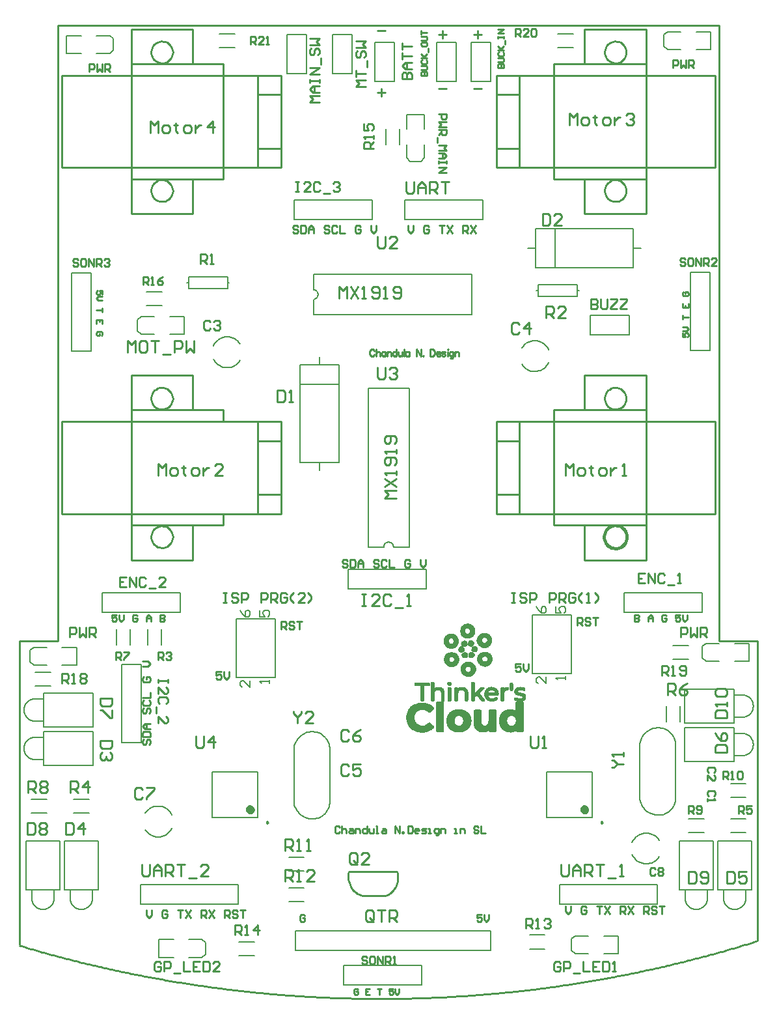
<source format=gto>
G04 Layer_Color=65535*
%FSLAX25Y25*%
%MOIN*%
G70*
G01*
G75*
%ADD21C,0.01000*%
%ADD41C,0.00787*%
%ADD42C,0.00500*%
%ADD43C,0.00984*%
%ADD44C,0.02362*%
%ADD45C,0.00100*%
%ADD46C,0.00800*%
D21*
X515410Y328740D02*
X515321Y329734D01*
X515055Y330697D01*
X514622Y331596D01*
X514036Y332403D01*
X513314Y333093D01*
X512481Y333643D01*
X511563Y334035D01*
X510590Y334258D01*
X509593Y334302D01*
X508604Y334168D01*
X507654Y333860D01*
X506775Y333387D01*
X505995Y332765D01*
X505338Y332013D01*
X504826Y331156D01*
X504475Y330221D01*
X504297Y329239D01*
Y328241D01*
X504475Y327259D01*
X504826Y326324D01*
X505338Y325467D01*
X505995Y324716D01*
X506775Y324093D01*
X507654Y323620D01*
X508604Y323312D01*
X509593Y323178D01*
X510590Y323223D01*
X511563Y323445D01*
X512481Y323837D01*
X513314Y324387D01*
X514036Y325077D01*
X514622Y325885D01*
X515055Y326784D01*
X515321Y327746D01*
X515410Y328740D01*
Y399606D02*
X515321Y400600D01*
X515055Y401563D01*
X514622Y402462D01*
X514036Y403269D01*
X513314Y403959D01*
X512481Y404509D01*
X511563Y404902D01*
X510590Y405124D01*
X509593Y405168D01*
X508604Y405034D01*
X507654Y404726D01*
X506775Y404253D01*
X505995Y403631D01*
X505338Y402879D01*
X504826Y402022D01*
X504475Y401088D01*
X504297Y400105D01*
Y399107D01*
X504475Y398125D01*
X504826Y397190D01*
X505338Y396334D01*
X505995Y395582D01*
X506775Y394960D01*
X507654Y394487D01*
X508604Y394178D01*
X509593Y394044D01*
X510590Y394089D01*
X511563Y394311D01*
X512481Y394703D01*
X513314Y395253D01*
X514036Y395943D01*
X514622Y396751D01*
X515055Y397650D01*
X515321Y398612D01*
X515410Y399606D01*
Y576772D02*
X515321Y577766D01*
X515055Y578728D01*
X514622Y579627D01*
X514036Y580435D01*
X513314Y581125D01*
X512481Y581675D01*
X511563Y582067D01*
X510590Y582289D01*
X509593Y582334D01*
X508604Y582200D01*
X507654Y581891D01*
X506775Y581418D01*
X505995Y580796D01*
X505338Y580044D01*
X504826Y579187D01*
X504475Y578253D01*
X504297Y577271D01*
Y576273D01*
X504475Y575290D01*
X504826Y574356D01*
X505338Y573499D01*
X505995Y572747D01*
X506775Y572125D01*
X507654Y571652D01*
X508604Y571344D01*
X509593Y571209D01*
X510590Y571254D01*
X511563Y571476D01*
X512481Y571869D01*
X513314Y572419D01*
X514036Y573108D01*
X514622Y573916D01*
X515055Y574815D01*
X515321Y575777D01*
X515410Y576772D01*
Y505905D02*
X515321Y506900D01*
X515055Y507862D01*
X514622Y508761D01*
X514036Y509569D01*
X513314Y510259D01*
X512481Y510809D01*
X511563Y511201D01*
X510590Y511423D01*
X509593Y511468D01*
X508604Y511334D01*
X507654Y511025D01*
X506775Y510552D01*
X505995Y509930D01*
X505338Y509178D01*
X504826Y508321D01*
X504475Y507387D01*
X504297Y506405D01*
Y505406D01*
X504475Y504424D01*
X504826Y503490D01*
X505338Y502633D01*
X505995Y501881D01*
X506775Y501259D01*
X507654Y500786D01*
X508604Y500477D01*
X509593Y500343D01*
X510590Y500388D01*
X511563Y500610D01*
X512481Y501003D01*
X513314Y501552D01*
X514036Y502242D01*
X514622Y503050D01*
X515055Y503949D01*
X515321Y504911D01*
X515410Y505905D01*
Y399606D02*
X515321Y400600D01*
X515055Y401563D01*
X514622Y402462D01*
X514036Y403269D01*
X513314Y403959D01*
X512481Y404509D01*
X511563Y404902D01*
X510590Y405124D01*
X509593Y405168D01*
X508604Y405034D01*
X507654Y404726D01*
X506775Y404253D01*
X505995Y403631D01*
X505338Y402879D01*
X504826Y402022D01*
X504475Y401088D01*
X504297Y400105D01*
Y399107D01*
X504475Y398125D01*
X504826Y397190D01*
X505338Y396334D01*
X505995Y395582D01*
X506775Y394960D01*
X507654Y394487D01*
X508604Y394178D01*
X509593Y394044D01*
X510590Y394089D01*
X511563Y394311D01*
X512481Y394703D01*
X513314Y395253D01*
X514036Y395943D01*
X514622Y396751D01*
X515055Y397650D01*
X515321Y398612D01*
X515410Y399606D01*
X516068Y328740D02*
X515987Y329739D01*
X515747Y330711D01*
X515354Y331633D01*
X514819Y332480D01*
X514155Y333230D01*
X513379Y333863D01*
X512511Y334364D01*
X511574Y334719D01*
X510593Y334920D01*
X509592Y334960D01*
X508597Y334839D01*
X507635Y334561D01*
X506730Y334131D01*
X505906Y333562D01*
X505183Y332868D01*
X504581Y332067D01*
X504116Y331180D01*
X503798Y330230D01*
X503638Y329241D01*
Y328239D01*
X503798Y327250D01*
X504116Y326300D01*
X504581Y325413D01*
X505183Y324612D01*
X505906Y323918D01*
X506730Y323349D01*
X507635Y322920D01*
X508597Y322641D01*
X509592Y322520D01*
X510593Y322561D01*
X511574Y322761D01*
X512511Y323116D01*
X513379Y323617D01*
X514155Y324251D01*
X514819Y325001D01*
X515354Y325847D01*
X515747Y326769D01*
X515987Y327742D01*
X516068Y328740D01*
X283127Y399606D02*
X283037Y400600D01*
X282772Y401563D01*
X282339Y402462D01*
X281752Y403269D01*
X281031Y403959D01*
X280197Y404509D01*
X279280Y404902D01*
X278306Y405124D01*
X277309Y405168D01*
X276320Y405034D01*
X275371Y404726D01*
X274492Y404253D01*
X273711Y403631D01*
X273055Y402879D01*
X272543Y402022D01*
X272192Y401088D01*
X272014Y400105D01*
Y399107D01*
X272192Y398125D01*
X272543Y397190D01*
X273055Y396334D01*
X273711Y395582D01*
X274492Y394960D01*
X275371Y394487D01*
X276320Y394178D01*
X277309Y394044D01*
X278306Y394089D01*
X279280Y394311D01*
X280197Y394703D01*
X281031Y395253D01*
X281752Y395943D01*
X282339Y396751D01*
X282772Y397650D01*
X283037Y398612D01*
X283127Y399606D01*
Y328740D02*
X283037Y329734D01*
X282772Y330697D01*
X282339Y331596D01*
X281752Y332403D01*
X281031Y333093D01*
X280197Y333643D01*
X279280Y334035D01*
X278306Y334258D01*
X277309Y334302D01*
X276320Y334168D01*
X275371Y333860D01*
X274492Y333387D01*
X273711Y332765D01*
X273055Y332013D01*
X272543Y331156D01*
X272192Y330221D01*
X272014Y329239D01*
Y328241D01*
X272192Y327259D01*
X272543Y326324D01*
X273055Y325467D01*
X273711Y324716D01*
X274492Y324093D01*
X275371Y323620D01*
X276320Y323312D01*
X277309Y323178D01*
X278306Y323223D01*
X279280Y323445D01*
X280197Y323837D01*
X281031Y324387D01*
X281752Y325077D01*
X282339Y325885D01*
X282772Y326784D01*
X283037Y327746D01*
X283127Y328740D01*
X283127D02*
X283037Y329734D01*
X282772Y330697D01*
X282339Y331596D01*
X281752Y332403D01*
X281031Y333093D01*
X280197Y333643D01*
X279280Y334035D01*
X278306Y334258D01*
X277309Y334302D01*
X276320Y334168D01*
X275371Y333860D01*
X274492Y333387D01*
X273711Y332765D01*
X273055Y332013D01*
X272543Y331156D01*
X272192Y330221D01*
X272014Y329239D01*
Y328241D01*
X272192Y327259D01*
X272543Y326324D01*
X273055Y325467D01*
X273711Y324716D01*
X274492Y324093D01*
X275371Y323620D01*
X276320Y323312D01*
X277309Y323178D01*
X278306Y323223D01*
X279280Y323445D01*
X280197Y323837D01*
X281031Y324387D01*
X281752Y325077D01*
X282339Y325885D01*
X282772Y326784D01*
X283037Y327746D01*
X283127Y328740D01*
Y399606D02*
X283037Y400600D01*
X282772Y401563D01*
X282339Y402462D01*
X281752Y403269D01*
X281031Y403959D01*
X280197Y404509D01*
X279280Y404902D01*
X278306Y405124D01*
X277309Y405168D01*
X276320Y405034D01*
X275371Y404726D01*
X274492Y404253D01*
X273711Y403631D01*
X273055Y402879D01*
X272543Y402022D01*
X272192Y401088D01*
X272014Y400105D01*
Y399107D01*
X272192Y398125D01*
X272543Y397190D01*
X273055Y396334D01*
X273711Y395582D01*
X274492Y394960D01*
X275371Y394487D01*
X276320Y394178D01*
X277309Y394044D01*
X278306Y394089D01*
X279280Y394311D01*
X280197Y394703D01*
X281031Y395253D01*
X281752Y395943D01*
X282339Y396751D01*
X282772Y397650D01*
X283037Y398612D01*
X283127Y399606D01*
Y505905D02*
X283037Y506900D01*
X282772Y507862D01*
X282339Y508761D01*
X281752Y509569D01*
X281031Y510259D01*
X280197Y510809D01*
X279280Y511201D01*
X278306Y511423D01*
X277309Y511468D01*
X276320Y511334D01*
X275371Y511025D01*
X274492Y510552D01*
X273711Y509930D01*
X273055Y509178D01*
X272543Y508321D01*
X272192Y507387D01*
X272014Y506405D01*
Y505406D01*
X272192Y504424D01*
X272543Y503490D01*
X273055Y502633D01*
X273711Y501881D01*
X274492Y501259D01*
X275371Y500786D01*
X276320Y500477D01*
X277309Y500343D01*
X278306Y500388D01*
X279280Y500610D01*
X280197Y501003D01*
X281031Y501552D01*
X281752Y502242D01*
X282339Y503050D01*
X282772Y503949D01*
X283037Y504911D01*
X283127Y505905D01*
X283127Y576772D02*
X283037Y577766D01*
X282772Y578728D01*
X282339Y579627D01*
X281752Y580435D01*
X281031Y581125D01*
X280197Y581675D01*
X279280Y582067D01*
X278306Y582289D01*
X277309Y582334D01*
X276320Y582200D01*
X275371Y581891D01*
X274492Y581418D01*
X273711Y580796D01*
X273055Y580044D01*
X272543Y579187D01*
X272192Y578253D01*
X272014Y577271D01*
Y576273D01*
X272192Y575290D01*
X272543Y574356D01*
X273055Y573499D01*
X273711Y572747D01*
X274492Y572125D01*
X275371Y571652D01*
X276320Y571344D01*
X277309Y571209D01*
X278306Y571254D01*
X279280Y571476D01*
X280197Y571869D01*
X281031Y572419D01*
X281752Y573108D01*
X282339Y573916D01*
X282772Y574815D01*
X283037Y575777D01*
X283127Y576772D01*
X204587Y119622D02*
X205544Y119335D01*
X206502Y119050D01*
X207461Y118766D01*
X208419Y118484D01*
X209379Y118204D01*
X210338Y117925D01*
X211298Y117647D01*
X212259Y117371D01*
X213219Y117096D01*
X214181Y116823D01*
X215143Y116552D01*
X216105Y116281D01*
X217067Y116013D01*
X218030Y115746D01*
X218994Y115480D01*
X219957Y115216D01*
X220922Y114953D01*
X221886Y114692D01*
X222851Y114432D01*
X223817Y114174D01*
X224783Y113917D01*
X225749Y113662D01*
X226715Y113408D01*
X227682Y113156D01*
X228650Y112906D01*
X229618Y112656D01*
X230586Y112409D01*
X231554Y112162D01*
X232523Y111918D01*
X233493Y111675D01*
X234462Y111433D01*
X235432Y111193D01*
X236403Y110954D01*
X237374Y110717D01*
X238345Y110481D01*
X239316Y110247D01*
X240288Y110015D01*
X241261Y109783D01*
X242233Y109554D01*
X243206Y109326D01*
X244179Y109099D01*
X245153Y108874D01*
X246127Y108651D01*
X247101Y108429D01*
X248076Y108208D01*
X249051Y107989D01*
X250027Y107771D01*
X251002Y107555D01*
X251978Y107341D01*
X252955Y107128D01*
X253932Y106916D01*
X254909Y106707D01*
X255886Y106498D01*
X256864Y106291D01*
X257842Y106086D01*
X258820Y105882D01*
X259799Y105680D01*
X260778Y105479D01*
X261757Y105279D01*
X262737Y105082D01*
X263717Y104885D01*
X264697Y104691D01*
X265677Y104497D01*
X266658Y104306D01*
X267639Y104115D01*
X268621Y103927D01*
X269602Y103740D01*
X270584Y103554D01*
X271567Y103370D01*
X272549Y103187D01*
X273532Y103006D01*
X274515Y102827D01*
X275498Y102649D01*
X276482Y102472D01*
X277466Y102297D01*
X278450Y102124D01*
X279435Y101952D01*
X280419Y101782D01*
X281404Y101613D01*
X282390Y101446D01*
X283375Y101280D01*
X284361Y101116D01*
X285347Y100953D01*
X286333Y100792D01*
X287320Y100632D01*
X288306Y100474D01*
X289294Y100318D01*
X290281Y100162D01*
X291268Y100009D01*
X292256Y99857D01*
X293244Y99707D01*
X294232Y99558D01*
X295221Y99410D01*
X296209Y99264D01*
X297198Y99120D01*
X298187Y98977D01*
X299177Y98836D01*
X300166Y98696D01*
X301156Y98558D01*
X302146Y98422D01*
X303136Y98286D01*
X304127Y98153D01*
X305117Y98021D01*
X306108Y97890D01*
X307099Y97761D01*
X308090Y97634D01*
X309082Y97508D01*
X310073Y97384D01*
X311065Y97261D01*
X312057Y97140D01*
X313049Y97020D01*
X314041Y96902D01*
X315034Y96785D01*
X316027Y96670D01*
X317020Y96557D01*
X318013Y96445D01*
X319006Y96334D01*
X319999Y96225D01*
X320993Y96118D01*
X321987Y96012D01*
X322980Y95908D01*
X323974Y95805D01*
X324969Y95704D01*
X325963Y95604D01*
X326958Y95506D01*
X327952Y95409D01*
X328947Y95314D01*
X329942Y95221D01*
X330937Y95129D01*
X331932Y95038D01*
X332928Y94950D01*
X333923Y94862D01*
X334919Y94776D01*
X335915Y94692D01*
X336911Y94609D01*
X337907Y94528D01*
X338903Y94449D01*
X339899Y94371D01*
X340896Y94294D01*
X341892Y94219D01*
X342889Y94146D01*
X343886Y94074D01*
X344883Y94004D01*
X345880Y93935D01*
X346877Y93868D01*
X347874Y93802D01*
X348871Y93738D01*
X349869Y93675D01*
X350866Y93614D01*
X351864Y93555D01*
X352861Y93497D01*
X353859Y93441D01*
X354857Y93386D01*
X355855Y93332D01*
X356853Y93281D01*
X357851Y93231D01*
X358849Y93182D01*
X359848Y93135D01*
X360846Y93089D01*
X361844Y93045D01*
X362843Y93003D01*
X363841Y92962D01*
X364840Y92923D01*
X365839Y92885D01*
X366837Y92849D01*
X367836Y92814D01*
X368835Y92781D01*
X369834Y92749D01*
X370833Y92719D01*
X371831Y92691D01*
X372831Y92664D01*
X373830Y92638D01*
X374829Y92615D01*
X375828Y92592D01*
X376827Y92572D01*
X377826Y92552D01*
X378825Y92535D01*
X379824Y92519D01*
X380824Y92504D01*
X381823Y92491D01*
X382822Y92480D01*
X383822Y92470D01*
X384821Y92462D01*
X385820Y92455D01*
X386820Y92450D01*
X387819Y92446D01*
X388818Y92444D01*
X389818Y92443D01*
X390817Y92444D01*
X391816Y92447D01*
X392816Y92451D01*
X393815Y92457D01*
X394814Y92464D01*
X395814Y92472D01*
X396813Y92483D01*
X397812Y92494D01*
X398812Y92508D01*
X399811Y92523D01*
X400810Y92539D01*
X401809Y92557D01*
X402809Y92577D01*
X403808Y92598D01*
X404807Y92621D01*
X405806Y92645D01*
X406805Y92671D01*
X407804Y92698D01*
X408803Y92727D01*
X409802Y92758D01*
X410801Y92790D01*
X411799Y92823D01*
X412798Y92858D01*
X413797Y92895D01*
X414795Y92933D01*
X415794Y92973D01*
X416792Y93014D01*
X417791Y93057D01*
X418789Y93101D01*
X419788Y93147D01*
X420786Y93195D01*
X421784Y93244D01*
X422782Y93295D01*
X423780Y93347D01*
X424778Y93400D01*
X425776Y93456D01*
X426774Y93512D01*
X427771Y93571D01*
X428769Y93631D01*
X429766Y93692D01*
X430764Y93755D01*
X431761Y93820D01*
X432758Y93886D01*
X433755Y93953D01*
X434752Y94023D01*
X435749Y94093D01*
X436746Y94165D01*
X437742Y94239D01*
X438739Y94315D01*
X439735Y94392D01*
X440731Y94470D01*
X441728Y94550D01*
X442724Y94632D01*
X443720Y94715D01*
X444715Y94799D01*
X445711Y94885D01*
X446706Y94973D01*
X447702Y95063D01*
X448697Y95153D01*
X449692Y95246D01*
X450687Y95340D01*
X451682Y95435D01*
X452676Y95532D01*
X453671Y95631D01*
X454665Y95731D01*
X455660Y95832D01*
X456654Y95935D01*
X457647Y96040D01*
X458641Y96146D01*
X459635Y96254D01*
X460628Y96364D01*
X461621Y96474D01*
X462614Y96587D01*
X463607Y96701D01*
X464600Y96816D01*
X465592Y96933D01*
X466584Y97052D01*
X467577Y97172D01*
X468569Y97294D01*
X469560Y97417D01*
X470552Y97542D01*
X471543Y97668D01*
X472534Y97796D01*
X473525Y97925D01*
X474516Y98056D01*
X475507Y98189D01*
X476497Y98322D01*
X477487Y98458D01*
X478477Y98595D01*
X479467Y98734D01*
X480456Y98874D01*
X481445Y99015D01*
X482435Y99159D01*
X483423Y99303D01*
X484412Y99450D01*
X485400Y99597D01*
X486388Y99747D01*
X487376Y99898D01*
X488364Y100050D01*
X489352Y100204D01*
X490339Y100359D01*
X491326Y100516D01*
X492312Y100675D01*
X493299Y100835D01*
X494285Y100996D01*
X495271Y101160D01*
X496257Y101324D01*
X497242Y101490D01*
X498227Y101658D01*
X499212Y101827D01*
X500197Y101998D01*
X501181Y102171D01*
X502165Y102344D01*
X503149Y102520D01*
X504133Y102697D01*
X505116Y102875D01*
X506099Y103055D01*
X507082Y103236D01*
X508064Y103419D01*
X509047Y103604D01*
X510029Y103790D01*
X511010Y103977D01*
X511991Y104166D01*
X512972Y104357D01*
X513953Y104549D01*
X514934Y104743D01*
X515914Y104938D01*
X516893Y105135D01*
X517873Y105333D01*
X518852Y105533D01*
X519831Y105734D01*
X520810Y105937D01*
X521788Y106141D01*
X522766Y106347D01*
X523743Y106554D01*
X524721Y106763D01*
X525698Y106973D01*
X526674Y107185D01*
X527651Y107398D01*
X528627Y107613D01*
X529602Y107830D01*
X530578Y108047D01*
X531553Y108267D01*
X532527Y108488D01*
X533501Y108710D01*
X534476Y108934D01*
X535449Y109160D01*
X536422Y109387D01*
X537395Y109615D01*
X538368Y109845D01*
X539340Y110077D01*
X540312Y110310D01*
X541283Y110545D01*
X542254Y110781D01*
X543225Y111018D01*
X544195Y111257D01*
X545165Y111498D01*
X546135Y111740D01*
X547104Y111983D01*
X548073Y112228D01*
X549041Y112475D01*
X550009Y112723D01*
X550977Y112973D01*
X551944Y113224D01*
X552911Y113476D01*
X553878Y113731D01*
X554844Y113986D01*
X555810Y114243D01*
X556775Y114502D01*
X557740Y114762D01*
X558705Y115023D01*
X559669Y115287D01*
X560632Y115551D01*
X561596Y115817D01*
X562559Y116085D01*
X563521Y116354D01*
X564483Y116624D01*
X565445Y116896D01*
X566406Y117170D01*
X567367Y117445D01*
X568327Y117721D01*
X569287Y117999D01*
X570246Y118279D01*
X571205Y118560D01*
X572164Y118842D01*
X573122Y119126D01*
X574080Y119412D01*
X575037Y119699D01*
X575994Y119987D01*
X576950Y120277D01*
X577906Y120569D01*
X578862Y120861D01*
X579817Y121156D01*
X580771Y121452D01*
X581726Y121749D01*
X582677Y122047D01*
X373327Y157543D02*
X373104Y156574D01*
X372978Y155588D01*
X372948Y154595D01*
X373017Y153603D01*
X373182Y152622D01*
X373442Y151663D01*
X373795Y150734D01*
X374238Y149844D01*
X374766Y149001D01*
X375373Y148214D01*
X376055Y147491D01*
X376805Y146838D01*
X377615Y146261D01*
X378478Y145767D01*
X379384Y145360D01*
X380327Y145043D01*
X391827Y145043D02*
X392776Y145434D01*
X393679Y145921D01*
X394526Y146500D01*
X395308Y147165D01*
X396016Y147908D01*
X396643Y148720D01*
X397181Y149594D01*
X397625Y150519D01*
X397971Y151486D01*
X398213Y152483D01*
X398349Y153500D01*
X398378Y154526D01*
X398300Y155549D01*
X398116Y156559D01*
X397827Y157543D01*
X224161Y590551D02*
X562992D01*
X525591Y340551D02*
X561024D01*
X525591D02*
Y387795D01*
X561024D01*
Y340551D02*
Y387795D01*
X460630Y340551D02*
X525591D01*
X460630D02*
Y387795D01*
X525591D01*
X448819Y350394D02*
X460630D01*
X448819D02*
Y377953D01*
X460630D01*
X448819Y340551D02*
X460630D01*
X448819D02*
Y387795D01*
X460630D01*
X525591Y334646D02*
Y340551D01*
X478346Y334646D02*
X525591D01*
X478346D02*
Y340551D01*
X525591Y328740D02*
Y340551D01*
Y316929D02*
Y328740D01*
X500000Y316929D02*
X525591D01*
X494094D02*
Y334646D01*
Y316929D02*
X498031D01*
X500000D01*
Y411417D02*
X525591D01*
X478346Y393701D02*
X525591D01*
X494094Y411417D02*
X498031D01*
X494094Y393701D02*
Y411417D01*
X525591Y387795D02*
Y399606D01*
X478346Y387795D02*
Y393701D01*
X525591Y399606D02*
Y411417D01*
Y387795D02*
Y393701D01*
X498031Y411417D02*
X500000D01*
X525591Y564961D02*
Y570866D01*
X478346Y564961D02*
Y570866D01*
X525591D01*
X478346Y511811D02*
Y517717D01*
Y511811D02*
X525591D01*
Y517717D01*
X448819Y564961D02*
X460630D01*
X448819Y517717D02*
Y564961D01*
Y517717D02*
X460630D01*
X448819Y555118D02*
X460630D01*
X448819Y527559D02*
Y555118D01*
Y527559D02*
X460630D01*
Y564961D02*
X525591D01*
X460630Y517717D02*
Y564961D01*
Y517717D02*
X525591D01*
X561024D02*
Y564961D01*
X525591D02*
X561024D01*
X525591Y517717D02*
Y564961D01*
Y517717D02*
X561024D01*
X261811Y511811D02*
Y517717D01*
X309055Y511811D02*
Y517717D01*
X261811Y511811D02*
X309055D01*
Y564961D02*
Y570866D01*
X261811D02*
X309055D01*
X261811Y564961D02*
Y570866D01*
X326772Y517717D02*
X338583D01*
Y564961D01*
X326772D02*
X338583D01*
X326772Y527559D02*
X338583D01*
Y555118D01*
X326772D02*
X338583D01*
X261811Y517717D02*
X326772D01*
Y564961D01*
X261811D02*
X326772D01*
X226378Y517717D02*
Y564961D01*
Y517717D02*
X261811D01*
Y564961D01*
X226378D02*
X261811D01*
X494094Y494095D02*
X525591D01*
X494094Y494095D02*
X494094Y494095D01*
X494094Y494095D02*
Y511811D01*
X478346D02*
X494094D01*
X478346D02*
Y564961D01*
X478346Y564961D01*
Y570866D01*
X478346Y570866D02*
X478346Y570866D01*
X478346Y570866D02*
X494094D01*
X494094Y570866D01*
Y588583D01*
X525591D01*
Y494095D02*
Y588583D01*
X494094Y316929D02*
X525591D01*
X494094Y316929D02*
X494094Y316929D01*
X494094Y316929D02*
Y334646D01*
X478346D02*
X494094D01*
X478346D02*
Y387795D01*
Y393701D01*
X494094D01*
Y411417D01*
X525591D01*
Y316929D02*
Y411417D01*
X525591Y316929D02*
X525591Y316929D01*
X525591Y316929D02*
X525591D01*
X226378Y387795D02*
X261811D01*
Y340551D02*
Y387795D01*
X226378Y340551D02*
X261811D01*
X226378D02*
Y387795D01*
X261811D02*
X326772D01*
Y340551D02*
Y387795D01*
X261811Y340551D02*
X326772D01*
Y377953D02*
X338583D01*
Y350394D02*
Y377953D01*
X326772Y350394D02*
X338583D01*
X326772Y387795D02*
X338583D01*
Y340551D02*
Y387795D01*
X326772Y340551D02*
X338583D01*
X261811Y387795D02*
Y393701D01*
X309055D01*
Y387795D02*
Y393701D01*
X261811Y387795D02*
Y399606D01*
Y411417D01*
X287402D01*
X293307Y393701D02*
Y411417D01*
X289370D02*
X293307D01*
X287402D02*
X289370D01*
X261811Y316929D02*
X287402D01*
X261811Y334646D02*
X309055D01*
X289370Y316929D02*
X293307D01*
Y334646D01*
X261811Y328740D02*
Y340551D01*
X309055Y334646D02*
Y340551D01*
X261811Y316929D02*
Y328740D01*
Y334646D02*
Y340551D01*
X287402Y316929D02*
X289370D01*
X261811Y411417D02*
X293307D01*
X293307Y411417D01*
Y393701D02*
Y411417D01*
Y393701D02*
X293307Y393701D01*
X309055D01*
Y387795D02*
Y393701D01*
Y387795D02*
X326772D01*
Y340551D02*
Y387795D01*
X326772Y340551D02*
X326772Y340551D01*
X309055Y340551D02*
X326772D01*
X309055Y334646D02*
Y340551D01*
X309055Y334646D02*
X309055Y334646D01*
X293307Y334646D02*
X309055D01*
X293307Y334646D02*
X293307Y334646D01*
X293307Y316929D02*
Y334646D01*
X293307Y316929D02*
X293307Y316929D01*
X261811Y316929D02*
X293307D01*
X261811Y316929D02*
X261811Y316929D01*
X261811Y316929D02*
Y411417D01*
X309055Y564961D02*
X326772D01*
Y517717D02*
Y564961D01*
X309055Y517717D02*
X326772D01*
X261811D02*
X309055D01*
X261811Y511811D02*
X293307D01*
X261811Y564961D02*
X309055D01*
X261811Y570866D02*
X293307D01*
X261811D02*
Y588583D01*
X293307D01*
Y570866D02*
Y588583D01*
Y570866D02*
X309055D01*
Y511811D02*
Y570866D01*
X293307Y511811D02*
X309055D01*
X293307Y494095D02*
Y511811D01*
X261811Y494095D02*
X293307D01*
X261811D02*
Y588583D01*
X224161Y590551D02*
X562992D01*
X204588Y120215D02*
X204724Y120079D01*
X204588Y120215D02*
Y124016D01*
X582677Y122047D02*
Y275590D01*
X562992D02*
X582677D01*
X562992Y275591D02*
Y590551D01*
X224161Y275342D02*
Y590551D01*
X204588Y124016D02*
Y275342D01*
X224161D01*
X562992Y275591D02*
X562992Y275590D01*
X562992D02*
X562992Y275591D01*
X373327Y157543D02*
X381327D01*
X397827D01*
X380327Y145043D02*
X391827D01*
X397669Y348425D02*
X391671D01*
X393670Y350425D01*
X391671Y352424D01*
X397669D01*
X391671Y354423D02*
X397669Y358422D01*
X391671D02*
X397669Y354423D01*
Y360421D02*
Y362421D01*
Y361421D01*
X391671D01*
X392670Y360421D01*
X396669Y365420D02*
X397669Y366419D01*
Y368419D01*
X396669Y369418D01*
X392670D01*
X391671Y368419D01*
Y366419D01*
X392670Y365420D01*
X393670D01*
X394670Y366419D01*
Y369418D01*
X397669Y371418D02*
Y373417D01*
Y372417D01*
X391671D01*
X392670Y371418D01*
X396669Y376416D02*
X397669Y377416D01*
Y379415D01*
X396669Y380415D01*
X392670D01*
X391671Y379415D01*
Y377416D01*
X392670Y376416D01*
X393670D01*
X394670Y377416D01*
Y380415D01*
X271654Y535433D02*
Y541431D01*
X273653Y539432D01*
X275652Y541431D01*
Y535433D01*
X278651D02*
X280651D01*
X281650Y536433D01*
Y538432D01*
X280651Y539432D01*
X278651D01*
X277652Y538432D01*
Y536433D01*
X278651Y535433D01*
X284649Y540431D02*
Y539432D01*
X283650D01*
X285649D01*
X284649D01*
Y536433D01*
X285649Y535433D01*
X289648D02*
X291647D01*
X292647Y536433D01*
Y538432D01*
X291647Y539432D01*
X289648D01*
X288648Y538432D01*
Y536433D01*
X289648Y535433D01*
X294646Y539432D02*
Y535433D01*
Y537432D01*
X295646Y538432D01*
X296645Y539432D01*
X297645D01*
X303643Y535433D02*
Y541431D01*
X300644Y538432D01*
X304643D01*
X486221Y539370D02*
Y545368D01*
X488220Y543369D01*
X490219Y545368D01*
Y539370D01*
X493218D02*
X495218D01*
X496217Y540370D01*
Y542369D01*
X495218Y543369D01*
X493218D01*
X492218Y542369D01*
Y540370D01*
X493218Y539370D01*
X499216Y544369D02*
Y543369D01*
X498217D01*
X500216D01*
X499216D01*
Y540370D01*
X500216Y539370D01*
X504215D02*
X506214D01*
X507214Y540370D01*
Y542369D01*
X506214Y543369D01*
X504215D01*
X503215Y542369D01*
Y540370D01*
X504215Y539370D01*
X509213Y543369D02*
Y539370D01*
Y541369D01*
X510213Y542369D01*
X511212Y543369D01*
X512212D01*
X515211Y544369D02*
X516211Y545368D01*
X518210D01*
X519210Y544369D01*
Y543369D01*
X518210Y542369D01*
X517210D01*
X518210D01*
X519210Y541369D01*
Y540370D01*
X518210Y539370D01*
X516211D01*
X515211Y540370D01*
X275590Y360236D02*
Y366234D01*
X277590Y364235D01*
X279589Y366234D01*
Y360236D01*
X282588D02*
X284588D01*
X285587Y361236D01*
Y363235D01*
X284588Y364235D01*
X282588D01*
X281589Y363235D01*
Y361236D01*
X282588Y360236D01*
X288586Y365235D02*
Y364235D01*
X287587D01*
X289586D01*
X288586D01*
Y361236D01*
X289586Y360236D01*
X293585D02*
X295584D01*
X296584Y361236D01*
Y363235D01*
X295584Y364235D01*
X293585D01*
X292585Y363235D01*
Y361236D01*
X293585Y360236D01*
X298583Y364235D02*
Y360236D01*
Y362236D01*
X299583Y363235D01*
X300583Y364235D01*
X301582D01*
X308580Y360236D02*
X304581D01*
X308580Y364235D01*
Y365235D01*
X307580Y366234D01*
X305581D01*
X304581Y365235D01*
X322835Y580709D02*
Y584707D01*
X324834D01*
X325500Y584041D01*
Y582708D01*
X324834Y582042D01*
X322835D01*
X324167D02*
X325500Y580709D01*
X329499D02*
X326833D01*
X329499Y583375D01*
Y584041D01*
X328833Y584707D01*
X327500D01*
X326833Y584041D01*
X330832Y580709D02*
X332165D01*
X331499D01*
Y584707D01*
X330832Y584041D01*
X458661Y584646D02*
Y588644D01*
X460661D01*
X461327Y587978D01*
Y586645D01*
X460661Y585979D01*
X458661D01*
X459994D02*
X461327Y584646D01*
X465326D02*
X462660D01*
X465326Y587312D01*
Y587978D01*
X464660Y588644D01*
X463327D01*
X462660Y587978D01*
X466659D02*
X467325Y588644D01*
X468658D01*
X469325Y587978D01*
Y585312D01*
X468658Y584646D01*
X467325D01*
X466659Y585312D01*
Y587978D01*
X240158Y566929D02*
Y570928D01*
X242157D01*
X242823Y570261D01*
Y568928D01*
X242157Y568262D01*
X240158D01*
X244156Y570928D02*
Y566929D01*
X245489Y568262D01*
X246822Y566929D01*
Y570928D01*
X248155Y566929D02*
Y570928D01*
X250154D01*
X250821Y570261D01*
Y568928D01*
X250154Y568262D01*
X248155D01*
X249488D02*
X250821Y566929D01*
X539370Y568898D02*
Y572896D01*
X541369D01*
X542036Y572230D01*
Y570897D01*
X541369Y570230D01*
X539370D01*
X543369Y572896D02*
Y568898D01*
X544702Y570230D01*
X546035Y568898D01*
Y572896D01*
X547367Y568898D02*
Y572896D01*
X549367D01*
X550033Y572230D01*
Y570897D01*
X549367Y570230D01*
X547367D01*
X548700D02*
X550033Y568898D01*
X533465Y257874D02*
Y262872D01*
X535964D01*
X536797Y262039D01*
Y260373D01*
X535964Y259540D01*
X533465D01*
X535131D02*
X536797Y257874D01*
X538463D02*
X540129D01*
X539296D01*
Y262872D01*
X538463Y262039D01*
X542628Y258707D02*
X543461Y257874D01*
X545127D01*
X545961Y258707D01*
Y262039D01*
X545127Y262872D01*
X543461D01*
X542628Y262039D01*
Y261206D01*
X543461Y260373D01*
X545961D01*
X226378Y253937D02*
Y258935D01*
X228877D01*
X229710Y258102D01*
Y256436D01*
X228877Y255603D01*
X226378D01*
X228044D02*
X229710Y253937D01*
X231376D02*
X233043D01*
X232209D01*
Y258935D01*
X231376Y258102D01*
X235542D02*
X236375Y258935D01*
X238041D01*
X238874Y258102D01*
Y257269D01*
X238041Y256436D01*
X238874Y255603D01*
Y254770D01*
X238041Y253937D01*
X236375D01*
X235542Y254770D01*
Y255603D01*
X236375Y256436D01*
X235542Y257269D01*
Y258102D01*
X236375Y256436D02*
X238041D01*
X543307Y277559D02*
Y282557D01*
X545806D01*
X546639Y281724D01*
Y280058D01*
X545806Y279225D01*
X543307D01*
X548306Y282557D02*
Y277559D01*
X549972Y279225D01*
X551638Y277559D01*
Y282557D01*
X553304Y277559D02*
Y282557D01*
X555803D01*
X556636Y281724D01*
Y280058D01*
X555803Y279225D01*
X553304D01*
X554970D02*
X556636Y277559D01*
X230315D02*
Y282557D01*
X232814D01*
X233647Y281724D01*
Y280058D01*
X232814Y279225D01*
X230315D01*
X235313Y282557D02*
Y277559D01*
X236980Y279225D01*
X238646Y277559D01*
Y282557D01*
X240312Y277559D02*
Y282557D01*
X242811D01*
X243644Y281724D01*
Y280058D01*
X242811Y279225D01*
X240312D01*
X241978D02*
X243644Y277559D01*
X252061Y224410D02*
X246063D01*
Y221410D01*
X247063Y220411D01*
X251061D01*
X252061Y221410D01*
Y224410D01*
X251061Y218411D02*
X252061Y217412D01*
Y215412D01*
X251061Y214413D01*
X250062D01*
X249062Y215412D01*
Y216412D01*
Y215412D01*
X248062Y214413D01*
X247063D01*
X246063Y215412D01*
Y217412D01*
X247063Y218411D01*
X345081Y239441D02*
Y238441D01*
X347080Y236442D01*
X349079Y238441D01*
Y239441D01*
X347080Y236442D02*
Y233443D01*
X355078D02*
X351079D01*
X355078Y237442D01*
Y238441D01*
X354078Y239441D01*
X352079D01*
X351079Y238441D01*
X507782Y210630D02*
X508781D01*
X510780Y212629D01*
X508781Y214629D01*
X507782D01*
X510780Y212629D02*
X513779D01*
Y216628D02*
Y218627D01*
Y217628D01*
X507782D01*
X508781Y216628D01*
X295100Y226730D02*
Y221731D01*
X296100Y220731D01*
X298099D01*
X299099Y221731D01*
Y226730D01*
X304097Y220731D02*
Y226730D01*
X301098Y223730D01*
X305097D01*
X387795Y415447D02*
Y410449D01*
X388795Y409449D01*
X390794D01*
X391794Y410449D01*
Y415447D01*
X393793Y414447D02*
X394793Y415447D01*
X396792D01*
X397792Y414447D01*
Y413448D01*
X396792Y412448D01*
X395793D01*
X396792D01*
X397792Y411448D01*
Y410449D01*
X396792Y409449D01*
X394793D01*
X393793Y410449D01*
X387795Y482376D02*
Y477378D01*
X388795Y476378D01*
X390794D01*
X391794Y477378D01*
Y482376D01*
X397792Y476378D02*
X393793D01*
X397792Y480377D01*
Y481376D01*
X396792Y482376D01*
X394793D01*
X393793Y481376D01*
X466374Y226667D02*
Y221668D01*
X467374Y220669D01*
X469373D01*
X470373Y221668D01*
Y226667D01*
X472372Y220669D02*
X474371D01*
X473372D01*
Y226667D01*
X472372Y225667D01*
X267900Y457700D02*
Y461699D01*
X269899D01*
X270566Y461032D01*
Y459699D01*
X269899Y459033D01*
X267900D01*
X269233D02*
X270566Y457700D01*
X271899D02*
X273232D01*
X272565D01*
Y461699D01*
X271899Y461032D01*
X277897Y461699D02*
X276564Y461032D01*
X275231Y459699D01*
Y458366D01*
X275897Y457700D01*
X277230D01*
X277897Y458366D01*
Y459033D01*
X277230Y459699D01*
X275231D01*
X385827Y527559D02*
X380828D01*
Y530058D01*
X381662Y530891D01*
X383328D01*
X384161Y530058D01*
Y527559D01*
Y529225D02*
X385827Y530891D01*
Y532557D02*
Y534224D01*
Y533391D01*
X380828D01*
X381662Y532557D01*
X380828Y540055D02*
Y536723D01*
X383328D01*
X382494Y538389D01*
Y539222D01*
X383328Y540055D01*
X384994D01*
X385827Y539222D01*
Y537556D01*
X384994Y536723D01*
X315100Y125000D02*
Y129998D01*
X317599D01*
X318432Y129165D01*
Y127499D01*
X317599Y126666D01*
X315100D01*
X316766D02*
X318432Y125000D01*
X320098D02*
X321764D01*
X320931D01*
Y129998D01*
X320098Y129165D01*
X326763Y125000D02*
Y129998D01*
X324264Y127499D01*
X327596D01*
X464000Y128300D02*
Y133298D01*
X466499D01*
X467332Y132465D01*
Y130799D01*
X466499Y129966D01*
X464000D01*
X465666D02*
X467332Y128300D01*
X468998D02*
X470665D01*
X469831D01*
Y133298D01*
X468998Y132465D01*
X473164D02*
X473997Y133298D01*
X475663D01*
X476496Y132465D01*
Y131632D01*
X475663Y130799D01*
X474830D01*
X475663D01*
X476496Y129966D01*
Y129133D01*
X475663Y128300D01*
X473997D01*
X473164Y129133D01*
X340669Y152500D02*
Y158498D01*
X343668D01*
X344667Y157498D01*
Y155499D01*
X343668Y154499D01*
X340669D01*
X342668D02*
X344667Y152500D01*
X346667D02*
X348666D01*
X347666D01*
Y158498D01*
X346667Y157498D01*
X355664Y152500D02*
X351665D01*
X355664Y156499D01*
Y157498D01*
X354664Y158498D01*
X352665D01*
X351665Y157498D01*
X340726Y168263D02*
Y174261D01*
X343725D01*
X344725Y173261D01*
Y171262D01*
X343725Y170262D01*
X340726D01*
X342725D02*
X344725Y168263D01*
X346724D02*
X348723D01*
X347724D01*
Y174261D01*
X346724Y173261D01*
X351722Y168263D02*
X353722D01*
X352722D01*
Y174261D01*
X351722Y173261D01*
X564961Y204724D02*
Y208723D01*
X566960D01*
X567626Y208057D01*
Y206724D01*
X566960Y206057D01*
X564961D01*
X566293D02*
X567626Y204724D01*
X568959D02*
X570292D01*
X569626D01*
Y208723D01*
X568959Y208057D01*
X572292D02*
X572958Y208723D01*
X574291D01*
X574957Y208057D01*
Y205391D01*
X574291Y204724D01*
X572958D01*
X572292Y205391D01*
Y208057D01*
X547244Y187008D02*
Y191007D01*
X549243D01*
X549910Y190340D01*
Y189007D01*
X549243Y188341D01*
X547244D01*
X548577D02*
X549910Y187008D01*
X551243Y187674D02*
X551909Y187008D01*
X553242D01*
X553909Y187674D01*
Y190340D01*
X553242Y191007D01*
X551909D01*
X551243Y190340D01*
Y189674D01*
X551909Y189007D01*
X553909D01*
X208800Y197815D02*
Y203813D01*
X211799D01*
X212799Y202813D01*
Y200814D01*
X211799Y199814D01*
X208800D01*
X210799D02*
X212799Y197815D01*
X214798Y202813D02*
X215798Y203813D01*
X217797D01*
X218797Y202813D01*
Y201814D01*
X217797Y200814D01*
X218797Y199814D01*
Y198815D01*
X217797Y197815D01*
X215798D01*
X214798Y198815D01*
Y199814D01*
X215798Y200814D01*
X214798Y201814D01*
Y202813D01*
X215798Y200814D02*
X217797D01*
X253937Y265748D02*
Y269747D01*
X255936D01*
X256603Y269080D01*
Y267747D01*
X255936Y267081D01*
X253937D01*
X255270D02*
X256603Y265748D01*
X257936Y269747D02*
X260601D01*
Y269080D01*
X257936Y266414D01*
Y265748D01*
X536469Y247932D02*
Y253930D01*
X539467D01*
X540467Y252930D01*
Y250931D01*
X539467Y249931D01*
X536469D01*
X538468D02*
X540467Y247932D01*
X546465Y253930D02*
X544466Y252930D01*
X542467Y250931D01*
Y248931D01*
X543466Y247932D01*
X545466D01*
X546465Y248931D01*
Y249931D01*
X545466Y250931D01*
X542467D01*
X572835Y187008D02*
Y191007D01*
X574834D01*
X575500Y190340D01*
Y189007D01*
X574834Y188341D01*
X572835D01*
X574168D02*
X575500Y187008D01*
X579499Y191007D02*
X576833D01*
Y189007D01*
X578166Y189674D01*
X578833D01*
X579499Y189007D01*
Y187674D01*
X578833Y187008D01*
X577500D01*
X576833Y187674D01*
X230517Y197830D02*
Y203828D01*
X233516D01*
X234515Y202828D01*
Y200829D01*
X233516Y199829D01*
X230517D01*
X232516D02*
X234515Y197830D01*
X239514D02*
Y203828D01*
X236515Y200829D01*
X240513D01*
X275590Y265748D02*
Y269747D01*
X277590D01*
X278256Y269080D01*
Y267747D01*
X277590Y267081D01*
X275590D01*
X276923D02*
X278256Y265748D01*
X279589Y269080D02*
X280256Y269747D01*
X281589D01*
X282255Y269080D01*
Y268414D01*
X281589Y267747D01*
X280922D01*
X281589D01*
X282255Y267081D01*
Y266414D01*
X281589Y265748D01*
X280256D01*
X279589Y266414D01*
X474409Y440945D02*
Y446943D01*
X477409D01*
X478408Y445943D01*
Y443944D01*
X477409Y442944D01*
X474409D01*
X476409D02*
X478408Y440945D01*
X484406D02*
X480407D01*
X484406Y444944D01*
Y445943D01*
X483406Y446943D01*
X481407D01*
X480407Y445943D01*
X297244Y468504D02*
Y473502D01*
X299743D01*
X300576Y472669D01*
Y471003D01*
X299743Y470170D01*
X297244D01*
X298910D02*
X300576Y468504D01*
X302242D02*
X303909D01*
X303076D01*
Y473502D01*
X302242Y472669D01*
X377491Y162078D02*
Y166077D01*
X376491Y167077D01*
X374492D01*
X373492Y166077D01*
Y162078D01*
X374492Y161079D01*
X376491D01*
X375491Y163078D02*
X377491Y161079D01*
X376491D02*
X377491Y162078D01*
X383489Y161079D02*
X379490D01*
X383489Y165077D01*
Y166077D01*
X382489Y167077D01*
X380490D01*
X379490Y166077D01*
X410387Y564961D02*
X413386D01*
Y566460D01*
X412886Y566960D01*
X412386D01*
X411886Y566460D01*
Y564961D01*
Y566460D01*
X411386Y566960D01*
X410887D01*
X410387Y566460D01*
Y564961D01*
Y567960D02*
X412886D01*
X413386Y568460D01*
Y569459D01*
X412886Y569959D01*
X410387D01*
X410887Y572958D02*
X410387Y572458D01*
Y571458D01*
X410887Y570959D01*
X412886D01*
X413386Y571458D01*
Y572458D01*
X412886Y572958D01*
X410387Y573958D02*
X413386D01*
X412386D01*
X410387Y575957D01*
X411886Y574458D01*
X413386Y575957D01*
X413886Y576957D02*
Y578956D01*
X410387Y581455D02*
Y580456D01*
X410887Y579956D01*
X412886D01*
X413386Y580456D01*
Y581455D01*
X412886Y581955D01*
X410887D01*
X410387Y581455D01*
Y582955D02*
X412886D01*
X413386Y583455D01*
Y584454D01*
X412886Y584954D01*
X410387D01*
Y585954D02*
Y587953D01*
Y586953D01*
X413386D01*
X449757Y568898D02*
X452756D01*
Y570397D01*
X452256Y570897D01*
X451756D01*
X451256Y570397D01*
Y568898D01*
Y570397D01*
X450757Y570897D01*
X450257D01*
X449757Y570397D01*
Y568898D01*
Y571897D02*
X452256D01*
X452756Y572397D01*
Y573396D01*
X452256Y573896D01*
X449757D01*
X450257Y576895D02*
X449757Y576395D01*
Y575395D01*
X450257Y574896D01*
X452256D01*
X452756Y575395D01*
Y576395D01*
X452256Y576895D01*
X449757Y577895D02*
X452756D01*
X451756D01*
X449757Y579894D01*
X451256Y578395D01*
X452756Y579894D01*
X453256Y580894D02*
Y582893D01*
X449757Y583893D02*
Y584893D01*
Y584393D01*
X452756D01*
Y583893D01*
Y584893D01*
Y586392D02*
X449757D01*
X452756Y588391D01*
X449757D01*
X381890Y559055D02*
X376891D01*
X378557Y560721D01*
X376891Y562387D01*
X381890D01*
X376891Y564053D02*
Y567386D01*
Y565720D01*
X381890D01*
X382723Y569052D02*
Y572384D01*
X377724Y577383D02*
X376891Y576549D01*
Y574883D01*
X377724Y574050D01*
X378557D01*
X379391Y574883D01*
Y576549D01*
X380224Y577383D01*
X381057D01*
X381890Y576549D01*
Y574883D01*
X381057Y574050D01*
X376891Y579049D02*
X381890D01*
X380224Y580715D01*
X381890Y582381D01*
X376891D01*
X358268Y551181D02*
X353269D01*
X354936Y552847D01*
X353269Y554513D01*
X358268D01*
Y556180D02*
X354936D01*
X353269Y557846D01*
X354936Y559512D01*
X358268D01*
X355768D01*
Y556180D01*
X353269Y561178D02*
Y562844D01*
Y562011D01*
X358268D01*
Y561178D01*
Y562844D01*
Y565343D02*
X353269D01*
X358268Y568675D01*
X353269D01*
X359101Y570342D02*
Y573674D01*
X354102Y578672D02*
X353269Y577839D01*
Y576173D01*
X354102Y575340D01*
X354936D01*
X355768Y576173D01*
Y577839D01*
X356602Y578672D01*
X357435D01*
X358268Y577839D01*
Y576173D01*
X357435Y575340D01*
X353269Y580338D02*
X358268D01*
X356602Y582004D01*
X358268Y583671D01*
X353269D01*
X400513Y562992D02*
X405512D01*
Y565491D01*
X404679Y566324D01*
X403846D01*
X403013Y565491D01*
Y562992D01*
Y565491D01*
X402180Y566324D01*
X401346D01*
X400513Y565491D01*
Y562992D01*
X405512Y567990D02*
X402180D01*
X400513Y569657D01*
X402180Y571323D01*
X405512D01*
X403013D01*
Y567990D01*
X400513Y572989D02*
Y576321D01*
Y574655D01*
X405512D01*
X400513Y577987D02*
Y581320D01*
Y579653D01*
X405512D01*
X497400Y450398D02*
Y445400D01*
X499899D01*
X500732Y446233D01*
Y447066D01*
X499899Y447899D01*
X497400D01*
X499899D01*
X500732Y448732D01*
Y449565D01*
X499899Y450398D01*
X497400D01*
X502398D02*
Y446233D01*
X503231Y445400D01*
X504898D01*
X505731Y446233D01*
Y450398D01*
X507397D02*
X510729D01*
Y449565D01*
X507397Y446233D01*
Y445400D01*
X510729D01*
X512395Y450398D02*
X515727D01*
Y449565D01*
X512395Y446233D01*
Y445400D01*
X515727D01*
X382587Y113568D02*
X381921Y114235D01*
X380588D01*
X379921Y113568D01*
Y112902D01*
X380588Y112236D01*
X381921D01*
X382587Y111569D01*
Y110903D01*
X381921Y110236D01*
X380588D01*
X379921Y110903D01*
X385919Y114235D02*
X384586D01*
X383920Y113568D01*
Y110903D01*
X384586Y110236D01*
X385919D01*
X386586Y110903D01*
Y113568D01*
X385919Y114235D01*
X387919Y110236D02*
Y114235D01*
X390584Y110236D01*
Y114235D01*
X391917Y110236D02*
Y114235D01*
X393917D01*
X394583Y113568D01*
Y112236D01*
X393917Y111569D01*
X391917D01*
X393250D02*
X394583Y110236D01*
X395916D02*
X397249D01*
X396583D01*
Y114235D01*
X395916Y113568D01*
X545556Y470873D02*
X544890Y471540D01*
X543557D01*
X542891Y470873D01*
Y470207D01*
X543557Y469540D01*
X544890D01*
X545556Y468874D01*
Y468207D01*
X544890Y467541D01*
X543557D01*
X542891Y468207D01*
X548889Y471540D02*
X547556D01*
X546889Y470873D01*
Y468207D01*
X547556Y467541D01*
X548889D01*
X549555Y468207D01*
Y470873D01*
X548889Y471540D01*
X550888Y467541D02*
Y471540D01*
X553554Y467541D01*
Y471540D01*
X554887Y467541D02*
Y471540D01*
X556886D01*
X557552Y470873D01*
Y469540D01*
X556886Y468874D01*
X554887D01*
X556220D02*
X557552Y467541D01*
X561551D02*
X558885D01*
X561551Y470207D01*
Y470873D01*
X560885Y471540D01*
X559552D01*
X558885Y470873D01*
X234466Y470432D02*
X233799Y471099D01*
X232466D01*
X231800Y470432D01*
Y469766D01*
X232466Y469099D01*
X233799D01*
X234466Y468433D01*
Y467766D01*
X233799Y467100D01*
X232466D01*
X231800Y467766D01*
X237798Y471099D02*
X236465D01*
X235799Y470432D01*
Y467766D01*
X236465Y467100D01*
X237798D01*
X238464Y467766D01*
Y470432D01*
X237798Y471099D01*
X239797Y467100D02*
Y471099D01*
X242463Y467100D01*
Y471099D01*
X243796Y467100D02*
Y471099D01*
X245795D01*
X246462Y470432D01*
Y469099D01*
X245795Y468433D01*
X243796D01*
X245129D02*
X246462Y467100D01*
X247795Y470432D02*
X248461Y471099D01*
X249794D01*
X250461Y470432D01*
Y469766D01*
X249794Y469099D01*
X249128D01*
X249794D01*
X250461Y468433D01*
Y467766D01*
X249794Y467100D01*
X248461D01*
X247795Y467766D01*
X309055Y300274D02*
X310721D01*
X309888D01*
Y295276D01*
X309055D01*
X310721D01*
X316553Y299441D02*
X315720Y300274D01*
X314054D01*
X313220Y299441D01*
Y298608D01*
X314054Y297775D01*
X315720D01*
X316553Y296942D01*
Y296109D01*
X315720Y295276D01*
X314054D01*
X313220Y296109D01*
X318219Y295276D02*
Y300274D01*
X320718D01*
X321551Y299441D01*
Y297775D01*
X320718Y296942D01*
X318219D01*
X328216Y295276D02*
Y300274D01*
X330715D01*
X331548Y299441D01*
Y297775D01*
X330715Y296942D01*
X328216D01*
X333214Y295276D02*
Y300274D01*
X335713D01*
X336546Y299441D01*
Y297775D01*
X335713Y296942D01*
X333214D01*
X334880D02*
X336546Y295276D01*
X341545Y299441D02*
X340711Y300274D01*
X339045D01*
X338212Y299441D01*
Y296109D01*
X339045Y295276D01*
X340711D01*
X341545Y296109D01*
Y297775D01*
X339879D01*
X344877Y295276D02*
X343211Y296942D01*
Y298608D01*
X344877Y300274D01*
X350708Y295276D02*
X347376D01*
X350708Y298608D01*
Y299441D01*
X349875Y300274D01*
X348209D01*
X347376Y299441D01*
X352374Y295276D02*
X354041Y296942D01*
Y298608D01*
X352374Y300274D01*
X267300Y161098D02*
Y156100D01*
X268300Y155100D01*
X270299D01*
X271299Y156100D01*
Y161098D01*
X273298Y155100D02*
Y159099D01*
X275297Y161098D01*
X277297Y159099D01*
Y155100D01*
Y158099D01*
X273298D01*
X279296Y155100D02*
Y161098D01*
X282295D01*
X283295Y160098D01*
Y158099D01*
X282295Y157099D01*
X279296D01*
X281295D02*
X283295Y155100D01*
X285294Y161098D02*
X289293D01*
X287294D01*
Y155100D01*
X291292Y154100D02*
X295291D01*
X301289Y155100D02*
X297290D01*
X301289Y159099D01*
Y160098D01*
X300289Y161098D01*
X298290D01*
X297290Y160098D01*
X259238Y308148D02*
X255906D01*
Y303150D01*
X259238D01*
X255906Y305649D02*
X257572D01*
X260904Y303150D02*
Y308148D01*
X264236Y303150D01*
Y308148D01*
X269234Y307315D02*
X268402Y308148D01*
X266735D01*
X265902Y307315D01*
Y303983D01*
X266735Y303150D01*
X268402D01*
X269234Y303983D01*
X270901Y302317D02*
X274233D01*
X279231Y303150D02*
X275899D01*
X279231Y306482D01*
Y307315D01*
X278398Y308148D01*
X276732D01*
X275899Y307315D01*
X524986Y310117D02*
X521654D01*
Y305118D01*
X524986D01*
X521654Y307617D02*
X523320D01*
X526652Y305118D02*
Y310117D01*
X529984Y305118D01*
Y310117D01*
X534983Y309283D02*
X534150Y310117D01*
X532483D01*
X531650Y309283D01*
Y305951D01*
X532483Y305118D01*
X534150D01*
X534983Y305951D01*
X536649Y304285D02*
X539981D01*
X541647Y305118D02*
X543313D01*
X542480D01*
Y310117D01*
X541647Y309283D01*
X456693Y300274D02*
X458359D01*
X457526D01*
Y295276D01*
X456693D01*
X458359D01*
X464190Y299441D02*
X463357Y300274D01*
X461691D01*
X460858Y299441D01*
Y298608D01*
X461691Y297775D01*
X463357D01*
X464190Y296942D01*
Y296109D01*
X463357Y295276D01*
X461691D01*
X460858Y296109D01*
X465857Y295276D02*
Y300274D01*
X468356D01*
X469189Y299441D01*
Y297775D01*
X468356Y296942D01*
X465857D01*
X475853Y295276D02*
Y300274D01*
X478353D01*
X479186Y299441D01*
Y297775D01*
X478353Y296942D01*
X475853D01*
X480852Y295276D02*
Y300274D01*
X483351D01*
X484184Y299441D01*
Y297775D01*
X483351Y296942D01*
X480852D01*
X482518D02*
X484184Y295276D01*
X489182Y299441D02*
X488349Y300274D01*
X486683D01*
X485850Y299441D01*
Y296109D01*
X486683Y295276D01*
X488349D01*
X489182Y296109D01*
Y297775D01*
X487516D01*
X492515Y295276D02*
X490848Y296942D01*
Y298608D01*
X492515Y300274D01*
X495014Y295276D02*
X496680D01*
X495847D01*
Y300274D01*
X495014Y299441D01*
X499179Y295276D02*
X500845Y296942D01*
Y298608D01*
X499179Y300274D01*
X481800Y161098D02*
Y156100D01*
X482800Y155100D01*
X484799D01*
X485799Y156100D01*
Y161098D01*
X487798Y155100D02*
Y159099D01*
X489797Y161098D01*
X491797Y159099D01*
Y155100D01*
Y158099D01*
X487798D01*
X493796Y155100D02*
Y161098D01*
X496795D01*
X497795Y160098D01*
Y158099D01*
X496795Y157099D01*
X493796D01*
X495795D02*
X497795Y155100D01*
X499794Y161098D02*
X503793D01*
X501793D01*
Y155100D01*
X505792Y154100D02*
X509791D01*
X511790Y155100D02*
X513790D01*
X512790D01*
Y161098D01*
X511790Y160098D01*
X346000Y510298D02*
X347666D01*
X346833D01*
Y505300D01*
X346000D01*
X347666D01*
X353498D02*
X350165D01*
X353498Y508632D01*
Y509465D01*
X352664Y510298D01*
X350998D01*
X350165Y509465D01*
X358496D02*
X357663Y510298D01*
X355997D01*
X355164Y509465D01*
Y506133D01*
X355997Y505300D01*
X357663D01*
X358496Y506133D01*
X360162Y504467D02*
X363494D01*
X365160Y509465D02*
X365993Y510298D01*
X367660D01*
X368493Y509465D01*
Y508632D01*
X367660Y507799D01*
X366827D01*
X367660D01*
X368493Y506966D01*
Y506133D01*
X367660Y505300D01*
X365993D01*
X365160Y506133D01*
X379921Y299305D02*
X381921D01*
X380921D01*
Y293307D01*
X379921D01*
X381921D01*
X388918D02*
X384920D01*
X388918Y297306D01*
Y298306D01*
X387919Y299305D01*
X385919D01*
X384920Y298306D01*
X394916D02*
X393917Y299305D01*
X391917D01*
X390918Y298306D01*
Y294307D01*
X391917Y293307D01*
X393917D01*
X394916Y294307D01*
X396916Y292307D02*
X400914D01*
X402914Y293307D02*
X404913D01*
X403913D01*
Y299305D01*
X402914Y298306D01*
X280589Y255906D02*
Y254239D01*
Y255072D01*
X275590D01*
Y255906D01*
Y254239D01*
Y248408D02*
Y251740D01*
X278923Y248408D01*
X279756D01*
X280589Y249241D01*
Y250907D01*
X279756Y251740D01*
Y243409D02*
X280589Y244243D01*
Y245909D01*
X279756Y246742D01*
X276424D01*
X275590Y245909D01*
Y244243D01*
X276424Y243409D01*
X274758Y241743D02*
Y238411D01*
X275590Y233413D02*
Y236745D01*
X278923Y233413D01*
X279756D01*
X280589Y234246D01*
Y235912D01*
X279756Y236745D01*
X402600Y510498D02*
Y505500D01*
X403600Y504500D01*
X405599D01*
X406599Y505500D01*
Y510498D01*
X408598Y504500D02*
Y508499D01*
X410597Y510498D01*
X412597Y508499D01*
Y504500D01*
Y507499D01*
X408598D01*
X414596Y504500D02*
Y510498D01*
X417595D01*
X418595Y509498D01*
Y507499D01*
X417595Y506499D01*
X414596D01*
X416596D02*
X418595Y504500D01*
X420594Y510498D02*
X424593D01*
X422593D01*
Y504500D01*
X484252Y360236D02*
Y366234D01*
X486251Y364235D01*
X488251Y366234D01*
Y360236D01*
X491250D02*
X493249D01*
X494249Y361236D01*
Y363235D01*
X493249Y364235D01*
X491250D01*
X490250Y363235D01*
Y361236D01*
X491250Y360236D01*
X497248Y365235D02*
Y364235D01*
X496248D01*
X498247D01*
X497248D01*
Y361236D01*
X498247Y360236D01*
X502246D02*
X504246D01*
X505245Y361236D01*
Y363235D01*
X504246Y364235D01*
X502246D01*
X501247Y363235D01*
Y361236D01*
X502246Y360236D01*
X507244Y364235D02*
Y360236D01*
Y362236D01*
X508244Y363235D01*
X509244Y364235D01*
X510244D01*
X513243Y360236D02*
X515242D01*
X514242D01*
Y366234D01*
X513243Y365235D01*
X385889Y132889D02*
Y136888D01*
X384889Y137888D01*
X382889D01*
X381890Y136888D01*
Y132889D01*
X382889Y131890D01*
X384889D01*
X383889Y133889D02*
X385889Y131890D01*
X384889D02*
X385889Y132889D01*
X387888Y137888D02*
X391886D01*
X389887D01*
Y131890D01*
X393886D02*
Y137888D01*
X396885D01*
X397885Y136888D01*
Y134889D01*
X396885Y133889D01*
X393886D01*
X395885D02*
X397885Y131890D01*
X259842Y423228D02*
Y429226D01*
X261842Y427227D01*
X263841Y429226D01*
Y423228D01*
X268840Y429226D02*
X266840D01*
X265841Y428227D01*
Y424228D01*
X266840Y423228D01*
X268840D01*
X269839Y424228D01*
Y428227D01*
X268840Y429226D01*
X271839D02*
X275837D01*
X273838D01*
Y423228D01*
X277837Y422229D02*
X281835D01*
X283835Y423228D02*
Y429226D01*
X286834D01*
X287833Y428227D01*
Y426227D01*
X286834Y425228D01*
X283835D01*
X289833Y429226D02*
Y423228D01*
X291832Y425228D01*
X293831Y423228D01*
Y429226D01*
X419291Y545276D02*
X423290D01*
Y543276D01*
X422624Y542610D01*
X421291D01*
X420624Y543276D01*
Y545276D01*
X423290Y541277D02*
X419291D01*
X420624Y539944D01*
X419291Y538611D01*
X423290D01*
X419291Y537278D02*
X423290D01*
Y535279D01*
X422624Y534612D01*
X421291D01*
X420624Y535279D01*
Y537278D01*
Y535945D02*
X419291Y534612D01*
X418625Y533280D02*
Y530614D01*
X419291Y529281D02*
X423290D01*
X421957Y527948D01*
X423290Y526615D01*
X419291D01*
Y525282D02*
X421957D01*
X423290Y523949D01*
X421957Y522616D01*
X419291D01*
X421291D01*
Y525282D01*
X423290Y521283D02*
Y519950D01*
Y520617D01*
X419291D01*
Y521283D01*
Y519950D01*
Y517951D02*
X423290D01*
X419291Y515285D01*
X423290D01*
X276954Y110465D02*
X276121Y111298D01*
X274455D01*
X273622Y110465D01*
Y107132D01*
X274455Y106299D01*
X276121D01*
X276954Y107132D01*
Y108798D01*
X275288D01*
X278620Y106299D02*
Y111298D01*
X281120D01*
X281953Y110465D01*
Y108798D01*
X281120Y107965D01*
X278620D01*
X283619Y105466D02*
X286951D01*
X288617Y111298D02*
Y106299D01*
X291949D01*
X296948Y111298D02*
X293616D01*
Y106299D01*
X296948D01*
X293616Y108798D02*
X295282D01*
X298614Y111298D02*
Y106299D01*
X301113D01*
X301946Y107132D01*
Y110465D01*
X301113Y111298D01*
X298614D01*
X306945Y106299D02*
X303612D01*
X306945Y109632D01*
Y110465D01*
X306112Y111298D01*
X304445D01*
X303612Y110465D01*
X481679D02*
X480846Y111298D01*
X479179D01*
X478346Y110465D01*
Y107132D01*
X479179Y106299D01*
X480846D01*
X481679Y107132D01*
Y108798D01*
X480013D01*
X483345Y106299D02*
Y111298D01*
X485844D01*
X486677Y110465D01*
Y108798D01*
X485844Y107965D01*
X483345D01*
X488343Y105466D02*
X491676D01*
X493342Y111298D02*
Y106299D01*
X496674D01*
X501672Y111298D02*
X498340D01*
Y106299D01*
X501672D01*
X498340Y108798D02*
X500006D01*
X503338Y111298D02*
Y106299D01*
X505838D01*
X506671Y107132D01*
Y110465D01*
X505838Y111298D01*
X503338D01*
X508337Y106299D02*
X510003D01*
X509170D01*
Y111298D01*
X508337Y110465D01*
X560931Y236221D02*
X566929D01*
Y239219D01*
X565929Y240219D01*
X561931D01*
X560931Y239219D01*
Y236221D01*
X566929Y242218D02*
Y244218D01*
Y243218D01*
X560931D01*
X561931Y242218D01*
Y247217D02*
X560931Y248217D01*
Y250216D01*
X561931Y251216D01*
X565929D01*
X566929Y250216D01*
Y248217D01*
X565929Y247217D01*
X561931D01*
X547244Y157573D02*
Y151575D01*
X550243D01*
X551243Y152575D01*
Y156573D01*
X550243Y157573D01*
X547244D01*
X553242Y152575D02*
X554242Y151575D01*
X556241D01*
X557241Y152575D01*
Y156573D01*
X556241Y157573D01*
X554242D01*
X553242Y156573D01*
Y155573D01*
X554242Y154574D01*
X557241D01*
X208674Y182456D02*
Y176458D01*
X211673D01*
X212673Y177457D01*
Y181456D01*
X211673Y182456D01*
X208674D01*
X214672Y181456D02*
X215672Y182456D01*
X217671D01*
X218671Y181456D01*
Y180456D01*
X217671Y179456D01*
X218671Y178457D01*
Y177457D01*
X217671Y176458D01*
X215672D01*
X214672Y177457D01*
Y178457D01*
X215672Y179456D01*
X214672Y180456D01*
Y181456D01*
X215672Y179456D02*
X217671D01*
X252061Y246063D02*
X246063D01*
Y243064D01*
X247063Y242064D01*
X251061D01*
X252061Y243064D01*
Y246063D01*
Y240065D02*
Y236066D01*
X251061D01*
X247063Y240065D01*
X246063D01*
X560931Y218504D02*
X566929D01*
Y221503D01*
X565929Y222503D01*
X561931D01*
X560931Y221503D01*
Y218504D01*
Y228501D02*
X561931Y226501D01*
X563930Y224502D01*
X565929D01*
X566929Y225502D01*
Y227501D01*
X565929Y228501D01*
X564930D01*
X563930Y227501D01*
Y224502D01*
X566929Y157573D02*
Y151575D01*
X569928D01*
X570928Y152575D01*
Y156573D01*
X569928Y157573D01*
X566929D01*
X576926D02*
X572927D01*
Y154574D01*
X574927Y155573D01*
X575926D01*
X576926Y154574D01*
Y152575D01*
X575926Y151575D01*
X573927D01*
X572927Y152575D01*
X228306Y182513D02*
Y176515D01*
X231305D01*
X232304Y177515D01*
Y181513D01*
X231305Y182513D01*
X228306D01*
X237303Y176515D02*
Y182513D01*
X234304Y179514D01*
X238302D01*
X472441Y494187D02*
Y488189D01*
X475440D01*
X476440Y489189D01*
Y493187D01*
X475440Y494187D01*
X472441D01*
X482438Y488189D02*
X478439D01*
X482438Y492188D01*
Y493187D01*
X481438Y494187D01*
X479439D01*
X478439Y493187D01*
X336614Y403636D02*
Y397638D01*
X339613D01*
X340613Y398638D01*
Y402636D01*
X339613Y403636D01*
X336614D01*
X342612Y397638D02*
X344612D01*
X343612D01*
Y403636D01*
X342612Y402636D01*
X530225Y158844D02*
X529558Y159511D01*
X528226D01*
X527559Y158844D01*
Y156178D01*
X528226Y155512D01*
X529558D01*
X530225Y156178D01*
X531558Y158844D02*
X532224Y159511D01*
X533557D01*
X534224Y158844D01*
Y158178D01*
X533557Y157511D01*
X534224Y156845D01*
Y156178D01*
X533557Y155512D01*
X532224D01*
X531558Y156178D01*
Y156845D01*
X532224Y157511D01*
X531558Y158178D01*
Y158844D01*
X532224Y157511D02*
X533557D01*
X267639Y199319D02*
X266640Y200319D01*
X264640D01*
X263640Y199319D01*
Y195321D01*
X264640Y194321D01*
X266640D01*
X267639Y195321D01*
X269639Y200319D02*
X273637D01*
Y199319D01*
X269639Y195321D01*
Y194321D01*
X373299Y229267D02*
X372299Y230267D01*
X370300D01*
X369300Y229267D01*
Y225268D01*
X370300Y224269D01*
X372299D01*
X373299Y225268D01*
X379297Y230267D02*
X377297Y229267D01*
X375298Y227268D01*
Y225268D01*
X376298Y224269D01*
X378297D01*
X379297Y225268D01*
Y226268D01*
X378297Y227268D01*
X375298D01*
X373330Y211504D02*
X372330Y212504D01*
X370331D01*
X369332Y211504D01*
Y207505D01*
X370331Y206505D01*
X372330D01*
X373330Y207505D01*
X379328Y212504D02*
X375330D01*
Y209505D01*
X377329Y210504D01*
X378329D01*
X379328Y209505D01*
Y207505D01*
X378329Y206505D01*
X376329D01*
X375330Y207505D01*
X460553Y437508D02*
X459553Y438508D01*
X457554D01*
X456554Y437508D01*
Y433509D01*
X457554Y432510D01*
X459553D01*
X460553Y433509D01*
X465551Y432510D02*
Y438508D01*
X462552Y435509D01*
X466551D01*
X302432Y438665D02*
X301599Y439498D01*
X299933D01*
X299100Y438665D01*
Y435333D01*
X299933Y434500D01*
X301599D01*
X302432Y435333D01*
X304098Y438665D02*
X304931Y439498D01*
X306598D01*
X307431Y438665D01*
Y437832D01*
X306598Y436999D01*
X305765D01*
X306598D01*
X307431Y436166D01*
Y435333D01*
X306598Y434500D01*
X304931D01*
X304098Y435333D01*
X560419Y207964D02*
X561085Y208631D01*
Y209963D01*
X560419Y210630D01*
X557753D01*
X557087Y209963D01*
Y208631D01*
X557753Y207964D01*
X557087Y203965D02*
Y206631D01*
X559752Y203965D01*
X560419D01*
X561085Y204632D01*
Y205965D01*
X560419Y206631D01*
Y196153D02*
X561085Y196820D01*
Y198152D01*
X560419Y198819D01*
X557753D01*
X557087Y198152D01*
Y196820D01*
X557753Y196153D01*
X557087Y194820D02*
Y193487D01*
Y194154D01*
X561085D01*
X560419Y194820D01*
X484252Y139825D02*
Y137160D01*
X485585Y135827D01*
X486918Y137160D01*
Y139825D01*
X494915Y139159D02*
X494249Y139825D01*
X492916D01*
X492249Y139159D01*
Y136493D01*
X492916Y135827D01*
X494249D01*
X494915Y136493D01*
Y137826D01*
X493582D01*
X500247Y139825D02*
X502913D01*
X501580D01*
Y135827D01*
X504246Y139825D02*
X506911Y135827D01*
Y139825D02*
X504246Y135827D01*
X512243D02*
Y139825D01*
X514242D01*
X514909Y139159D01*
Y137826D01*
X514242Y137160D01*
X512243D01*
X513576D02*
X514909Y135827D01*
X516242Y139825D02*
X518907Y135827D01*
Y139825D02*
X516242Y135827D01*
X524239D02*
Y139825D01*
X526238D01*
X526905Y139159D01*
Y137826D01*
X526238Y137160D01*
X524239D01*
X525572D02*
X526905Y135827D01*
X530904Y139159D02*
X530237Y139825D01*
X528904D01*
X528238Y139159D01*
Y138493D01*
X528904Y137826D01*
X530237D01*
X530904Y137160D01*
Y136493D01*
X530237Y135827D01*
X528904D01*
X528238Y136493D01*
X532236Y139825D02*
X534902D01*
X533569D01*
Y135827D01*
X269685Y137857D02*
Y135191D01*
X271018Y133858D01*
X272351Y135191D01*
Y137857D01*
X280348Y137190D02*
X279682Y137857D01*
X278349D01*
X277682Y137190D01*
Y134525D01*
X278349Y133858D01*
X279682D01*
X280348Y134525D01*
Y135858D01*
X279015D01*
X285680Y137857D02*
X288346D01*
X287013D01*
Y133858D01*
X289679Y137857D02*
X292344Y133858D01*
Y137857D02*
X289679Y133858D01*
X297676D02*
Y137857D01*
X299675D01*
X300342Y137190D01*
Y135858D01*
X299675Y135191D01*
X297676D01*
X299009D02*
X300342Y133858D01*
X301675Y137857D02*
X304341Y133858D01*
Y137857D02*
X301675Y133858D01*
X309672D02*
Y137857D01*
X311671D01*
X312338Y137190D01*
Y135858D01*
X311671Y135191D01*
X309672D01*
X311005D02*
X312338Y133858D01*
X316337Y137190D02*
X315670Y137857D01*
X314337D01*
X313671Y137190D01*
Y136524D01*
X314337Y135858D01*
X315670D01*
X316337Y135191D01*
Y134525D01*
X315670Y133858D01*
X314337D01*
X313671Y134525D01*
X317670Y137857D02*
X320335D01*
X319003D01*
Y133858D01*
X372744Y316324D02*
X372078Y316991D01*
X370745D01*
X370079Y316324D01*
Y315658D01*
X370745Y314991D01*
X372078D01*
X372744Y314325D01*
Y313659D01*
X372078Y312992D01*
X370745D01*
X370079Y313659D01*
X374078Y316991D02*
Y312992D01*
X376077D01*
X376743Y313659D01*
Y316324D01*
X376077Y316991D01*
X374078D01*
X378076Y312992D02*
Y315658D01*
X379409Y316991D01*
X380742Y315658D01*
Y312992D01*
Y314991D01*
X378076D01*
X388739Y316324D02*
X388073Y316991D01*
X386740D01*
X386074Y316324D01*
Y315658D01*
X386740Y314991D01*
X388073D01*
X388739Y314325D01*
Y313659D01*
X388073Y312992D01*
X386740D01*
X386074Y313659D01*
X392738Y316324D02*
X392072Y316991D01*
X390739D01*
X390072Y316324D01*
Y313659D01*
X390739Y312992D01*
X392072D01*
X392738Y313659D01*
X394071Y316991D02*
Y312992D01*
X396737D01*
X404734Y316324D02*
X404068Y316991D01*
X402735D01*
X402068Y316324D01*
Y313659D01*
X402735Y312992D01*
X404068D01*
X404734Y313659D01*
Y314991D01*
X403401D01*
X410066Y316991D02*
Y314325D01*
X411399Y312992D01*
X412732Y314325D01*
Y316991D01*
X268321Y225107D02*
X267655Y224440D01*
Y223107D01*
X268321Y222441D01*
X268988D01*
X269654Y223107D01*
Y224440D01*
X270321Y225107D01*
X270987D01*
X271654Y224440D01*
Y223107D01*
X270987Y222441D01*
X267655Y226440D02*
X271654D01*
Y228439D01*
X270987Y229105D01*
X268321D01*
X267655Y228439D01*
Y226440D01*
X271654Y230438D02*
X268988D01*
X267655Y231771D01*
X268988Y233104D01*
X271654D01*
X269654D01*
Y230438D01*
X268321Y241102D02*
X267655Y240435D01*
Y239102D01*
X268321Y238436D01*
X268988D01*
X269654Y239102D01*
Y240435D01*
X270321Y241102D01*
X270987D01*
X271654Y240435D01*
Y239102D01*
X270987Y238436D01*
X268321Y245100D02*
X267655Y244434D01*
Y243101D01*
X268321Y242435D01*
X270987D01*
X271654Y243101D01*
Y244434D01*
X270987Y245100D01*
X267655Y246433D02*
X271654D01*
Y249099D01*
X268321Y257096D02*
X267655Y256430D01*
Y255097D01*
X268321Y254431D01*
X270987D01*
X271654Y255097D01*
Y256430D01*
X270987Y257096D01*
X269654D01*
Y255764D01*
X267655Y262428D02*
X270321D01*
X271654Y263761D01*
X270321Y265094D01*
X267655D01*
X403543Y488251D02*
Y485585D01*
X404876Y484252D01*
X406209Y485585D01*
Y488251D01*
X414207Y487584D02*
X413540Y488251D01*
X412207D01*
X411541Y487584D01*
Y484918D01*
X412207Y484252D01*
X413540D01*
X414207Y484918D01*
Y486251D01*
X412874D01*
X419538Y488251D02*
X422204D01*
X420871D01*
Y484252D01*
X423537Y488251D02*
X426203Y484252D01*
Y488251D02*
X423537Y484252D01*
X431534D02*
Y488251D01*
X433534D01*
X434200Y487584D01*
Y486251D01*
X433534Y485585D01*
X431534D01*
X432867D02*
X434200Y484252D01*
X435533Y488251D02*
X438199Y484252D01*
Y488251D02*
X435533Y484252D01*
X347154Y487584D02*
X346487Y488251D01*
X345155D01*
X344488Y487584D01*
Y486918D01*
X345155Y486251D01*
X346487D01*
X347154Y485585D01*
Y484918D01*
X346487Y484252D01*
X345155D01*
X344488Y484918D01*
X348487Y488251D02*
Y484252D01*
X350486D01*
X351153Y484918D01*
Y487584D01*
X350486Y488251D01*
X348487D01*
X352486Y484252D02*
Y486918D01*
X353818Y488251D01*
X355151Y486918D01*
Y484252D01*
Y486251D01*
X352486D01*
X363149Y487584D02*
X362482Y488251D01*
X361150D01*
X360483Y487584D01*
Y486918D01*
X361150Y486251D01*
X362482D01*
X363149Y485585D01*
Y484918D01*
X362482Y484252D01*
X361150D01*
X360483Y484918D01*
X367147Y487584D02*
X366481Y488251D01*
X365148D01*
X364482Y487584D01*
Y484918D01*
X365148Y484252D01*
X366481D01*
X367147Y484918D01*
X368480Y488251D02*
Y484252D01*
X371146D01*
X379144Y487584D02*
X378477Y488251D01*
X377144D01*
X376478Y487584D01*
Y484918D01*
X377144Y484252D01*
X378477D01*
X379144Y484918D01*
Y486251D01*
X377811D01*
X384475Y488251D02*
Y485585D01*
X385808Y484252D01*
X387141Y485585D01*
Y488251D01*
X368110Y450787D02*
Y456785D01*
X370110Y454786D01*
X372109Y456785D01*
Y450787D01*
X374108Y456785D02*
X378107Y450787D01*
Y456785D02*
X374108Y450787D01*
X380106D02*
X382106D01*
X381106D01*
Y456785D01*
X380106Y455786D01*
X385105Y451787D02*
X386104Y450787D01*
X388104D01*
X389104Y451787D01*
Y455786D01*
X388104Y456785D01*
X386104D01*
X385105Y455786D01*
Y454786D01*
X386104Y453786D01*
X389104D01*
X391103Y450787D02*
X393102D01*
X392103D01*
Y456785D01*
X391103Y455786D01*
X396101Y451787D02*
X397101Y450787D01*
X399100D01*
X400100Y451787D01*
Y455786D01*
X399100Y456785D01*
X397101D01*
X396101Y455786D01*
Y454786D01*
X397101Y453786D01*
X400100D01*
X307784Y259904D02*
X305118D01*
Y257905D01*
X306451Y258571D01*
X307118D01*
X307784Y257905D01*
Y256572D01*
X307118Y255906D01*
X305785D01*
X305118Y256572D01*
X309117Y259904D02*
Y257238D01*
X310450Y255906D01*
X311783Y257238D01*
Y259904D01*
X338583Y281496D02*
Y285495D01*
X340582D01*
X341248Y284828D01*
Y283495D01*
X340582Y282829D01*
X338583D01*
X339916D02*
X341248Y281496D01*
X345247Y284828D02*
X344581Y285495D01*
X343248D01*
X342581Y284828D01*
Y284162D01*
X343248Y283495D01*
X344581D01*
X345247Y282829D01*
Y282162D01*
X344581Y281496D01*
X343248D01*
X342581Y282162D01*
X346580Y285495D02*
X349246D01*
X347913D01*
Y281496D01*
X461327Y263841D02*
X458661D01*
Y261842D01*
X459994Y262508D01*
X460661D01*
X461327Y261842D01*
Y260509D01*
X460661Y259842D01*
X459328D01*
X458661Y260509D01*
X462660Y263841D02*
Y261175D01*
X463993Y259842D01*
X465326Y261175D01*
Y263841D01*
X490158Y283465D02*
Y287463D01*
X492157D01*
X492823Y286797D01*
Y285464D01*
X492157Y284798D01*
X490158D01*
X491490D02*
X492823Y283465D01*
X496822Y286797D02*
X496156Y287463D01*
X494823D01*
X494156Y286797D01*
Y286130D01*
X494823Y285464D01*
X496156D01*
X496822Y284798D01*
Y284131D01*
X496156Y283465D01*
X494823D01*
X494156Y284131D01*
X498155Y287463D02*
X500821D01*
X499488D01*
Y283465D01*
X254301Y288932D02*
X251969D01*
Y287182D01*
X253135Y287766D01*
X253718D01*
X254301Y287182D01*
Y286016D01*
X253718Y285433D01*
X252552D01*
X251969Y286016D01*
X255467Y288932D02*
Y286599D01*
X256634Y285433D01*
X257800Y286599D01*
Y288932D01*
X264798Y288349D02*
X264214Y288932D01*
X263048D01*
X262465Y288349D01*
Y286016D01*
X263048Y285433D01*
X264214D01*
X264798Y286016D01*
Y287182D01*
X263631D01*
X269463Y285433D02*
Y287766D01*
X270629Y288932D01*
X271795Y287766D01*
Y285433D01*
Y287182D01*
X269463D01*
X276461Y288932D02*
Y285433D01*
X278210D01*
X278793Y286016D01*
Y286599D01*
X278210Y287182D01*
X276461D01*
X278210D01*
X278793Y287766D01*
Y288349D01*
X278210Y288932D01*
X276461D01*
X519685D02*
Y285433D01*
X521434D01*
X522018Y286016D01*
Y286599D01*
X521434Y287182D01*
X519685D01*
X521434D01*
X522018Y287766D01*
Y288349D01*
X521434Y288932D01*
X519685D01*
X526683Y285433D02*
Y287766D01*
X527849Y288932D01*
X529015Y287766D01*
Y285433D01*
Y287182D01*
X526683D01*
X536013Y288349D02*
X535430Y288932D01*
X534264D01*
X533680Y288349D01*
Y286016D01*
X534264Y285433D01*
X535430D01*
X536013Y286016D01*
Y287182D01*
X534847D01*
X543011Y288932D02*
X540678D01*
Y287182D01*
X541845Y287766D01*
X542428D01*
X543011Y287182D01*
Y286016D01*
X542428Y285433D01*
X541261D01*
X540678Y286016D01*
X544177Y288932D02*
Y286599D01*
X545343Y285433D01*
X546510Y286599D01*
Y288932D01*
X441309Y135389D02*
X438976D01*
Y133639D01*
X440143Y134222D01*
X440726D01*
X441309Y133639D01*
Y132473D01*
X440726Y131890D01*
X439560D01*
X438976Y132473D01*
X442475Y135389D02*
Y133056D01*
X443642Y131890D01*
X444808Y133056D01*
Y135389D01*
X350758Y134806D02*
X350175Y135389D01*
X349008D01*
X348425Y134806D01*
Y132473D01*
X349008Y131890D01*
X350175D01*
X350758Y132473D01*
Y133639D01*
X349591D01*
X377984Y96987D02*
X377484Y97487D01*
X376484D01*
X375984Y96987D01*
Y94988D01*
X376484Y94488D01*
X377484D01*
X377984Y94988D01*
Y95988D01*
X376984D01*
X383982Y97487D02*
X381982D01*
Y94488D01*
X383982D01*
X381982Y95988D02*
X382982D01*
X387980Y97487D02*
X389980D01*
X388980D01*
Y94488D01*
X395978Y97487D02*
X393978D01*
Y95988D01*
X394978Y96487D01*
X395478D01*
X395978Y95988D01*
Y94988D01*
X395478Y94488D01*
X394478D01*
X393978Y94988D01*
X396977Y97487D02*
Y95488D01*
X397977Y94488D01*
X398977Y95488D01*
Y97487D01*
X387795Y587645D02*
X391794D01*
X387795Y556149D02*
X391794D01*
X389795Y558148D02*
Y554149D01*
X419291Y558117D02*
X423290D01*
X437286D02*
X441284D01*
X419291Y585676D02*
X423290D01*
X421291Y587676D02*
Y583677D01*
X437286Y585676D02*
X441284D01*
X439285Y587676D02*
Y583677D01*
X247094Y452725D02*
Y454724D01*
X245594D01*
X246094Y453725D01*
Y453225D01*
X245594Y452725D01*
X244594D01*
X244094Y453225D01*
Y454225D01*
X244594Y454724D01*
X247094Y451725D02*
X245094D01*
X244094Y450726D01*
X245094Y449726D01*
X247094D01*
Y445727D02*
Y443728D01*
Y444728D01*
X244094D01*
X247094Y437730D02*
Y439729D01*
X244094D01*
Y437730D01*
X245594Y439729D02*
Y438730D01*
X246594Y431732D02*
X247094Y432232D01*
Y433231D01*
X246594Y433731D01*
X244594D01*
X244094Y433231D01*
Y432232D01*
X244594Y431732D01*
X245594D01*
Y432731D01*
X544245Y433102D02*
Y431102D01*
X545745D01*
X545245Y432102D01*
Y432602D01*
X545745Y433102D01*
X546744D01*
X547244Y432602D01*
Y431602D01*
X546744Y431102D01*
X544245Y434101D02*
X546244D01*
X547244Y435101D01*
X546244Y436101D01*
X544245D01*
Y440099D02*
Y442099D01*
Y441099D01*
X547244D01*
X544245Y448097D02*
Y446098D01*
X547244D01*
Y448097D01*
X545745Y446098D02*
Y447097D01*
X544745Y454095D02*
X544245Y453595D01*
Y452595D01*
X544745Y452096D01*
X546744D01*
X547244Y452595D01*
Y453595D01*
X546744Y454095D01*
X545745D01*
Y453095D01*
X386358Y423926D02*
X386191Y424259D01*
X385858Y424592D01*
X385525Y424759D01*
X384858D01*
X384525Y424592D01*
X384191Y424259D01*
X384025Y423926D01*
X383858Y423426D01*
Y422593D01*
X384025Y422093D01*
X384191Y421760D01*
X384525Y421426D01*
X384858Y421260D01*
X385525D01*
X385858Y421426D01*
X386191Y421760D01*
X386358Y422093D01*
X387341Y424759D02*
Y421260D01*
Y422926D02*
X387841Y423426D01*
X388174Y423593D01*
X388674D01*
X389007Y423426D01*
X389174Y422926D01*
Y421260D01*
X392090Y423593D02*
Y421260D01*
Y423093D02*
X391757Y423426D01*
X391423Y423593D01*
X390923D01*
X390590Y423426D01*
X390257Y423093D01*
X390090Y422593D01*
Y422260D01*
X390257Y421760D01*
X390590Y421426D01*
X390923Y421260D01*
X391423D01*
X391757Y421426D01*
X392090Y421760D01*
X393023Y423593D02*
Y421260D01*
Y422926D02*
X393523Y423426D01*
X393856Y423593D01*
X394356D01*
X394689Y423426D01*
X394856Y422926D01*
Y421260D01*
X397772Y424759D02*
Y421260D01*
Y423093D02*
X397439Y423426D01*
X397105Y423593D01*
X396605D01*
X396272Y423426D01*
X395939Y423093D01*
X395772Y422593D01*
Y422260D01*
X395939Y421760D01*
X396272Y421426D01*
X396605Y421260D01*
X397105D01*
X397439Y421426D01*
X397772Y421760D01*
X398705Y423593D02*
Y421926D01*
X398872Y421426D01*
X399205Y421260D01*
X399705D01*
X400038Y421426D01*
X400538Y421926D01*
Y423593D02*
Y421260D01*
X401454Y424759D02*
Y421260D01*
X404187Y423593D02*
Y421260D01*
Y423093D02*
X403854Y423426D01*
X403521Y423593D01*
X403021D01*
X402688Y423426D01*
X402354Y423093D01*
X402188Y422593D01*
Y422260D01*
X402354Y421760D01*
X402688Y421426D01*
X403021Y421260D01*
X403521D01*
X403854Y421426D01*
X404187Y421760D01*
X407870Y424759D02*
Y421260D01*
Y424759D02*
X410203Y421260D01*
Y424759D02*
Y421260D01*
X411336Y421593D02*
X411169Y421426D01*
X411336Y421260D01*
X411502Y421426D01*
X411336Y421593D01*
X415018Y424759D02*
Y421260D01*
Y424759D02*
X416185D01*
X416685Y424592D01*
X417018Y424259D01*
X417184Y423926D01*
X417351Y423426D01*
Y422593D01*
X417184Y422093D01*
X417018Y421760D01*
X416685Y421426D01*
X416185Y421260D01*
X415018D01*
X418134Y422593D02*
X420134D01*
Y422926D01*
X419967Y423259D01*
X419801Y423426D01*
X419467Y423593D01*
X418967D01*
X418634Y423426D01*
X418301Y423093D01*
X418134Y422593D01*
Y422260D01*
X418301Y421760D01*
X418634Y421426D01*
X418967Y421260D01*
X419467D01*
X419801Y421426D01*
X420134Y421760D01*
X422717Y423093D02*
X422550Y423426D01*
X422050Y423593D01*
X421550D01*
X421050Y423426D01*
X420884Y423093D01*
X421050Y422759D01*
X421383Y422593D01*
X422217Y422426D01*
X422550Y422260D01*
X422717Y421926D01*
Y421760D01*
X422550Y421426D01*
X422050Y421260D01*
X421550D01*
X421050Y421426D01*
X420884Y421760D01*
X423783Y424759D02*
X423950Y424592D01*
X424116Y424759D01*
X423950Y424926D01*
X423783Y424759D01*
X423950Y423593D02*
Y421260D01*
X426732Y423593D02*
Y420927D01*
X426566Y420427D01*
X426399Y420260D01*
X426066Y420093D01*
X425566D01*
X425233Y420260D01*
X426732Y423093D02*
X426399Y423426D01*
X426066Y423593D01*
X425566D01*
X425233Y423426D01*
X424899Y423093D01*
X424733Y422593D01*
Y422260D01*
X424899Y421760D01*
X425233Y421426D01*
X425566Y421260D01*
X426066D01*
X426399Y421426D01*
X426732Y421760D01*
X427666Y423593D02*
Y421260D01*
Y422926D02*
X428165Y423426D01*
X428499Y423593D01*
X428999D01*
X429332Y423426D01*
X429498Y422926D01*
Y421260D01*
X368474Y180081D02*
X367891Y180664D01*
X366725D01*
X366142Y180081D01*
Y177749D01*
X366725Y177165D01*
X367891D01*
X368474Y177749D01*
X369641Y180664D02*
Y177165D01*
Y178915D01*
X370224Y179498D01*
X371390D01*
X371973Y178915D01*
Y177165D01*
X373723Y179498D02*
X374889D01*
X375472Y178915D01*
Y177165D01*
X373723D01*
X373140Y177749D01*
X373723Y178332D01*
X375472D01*
X376638Y177165D02*
Y179498D01*
X378388D01*
X378971Y178915D01*
Y177165D01*
X382470Y180664D02*
Y177165D01*
X380720D01*
X380137Y177749D01*
Y178915D01*
X380720Y179498D01*
X382470D01*
X383636D02*
Y177749D01*
X384219Y177165D01*
X385969D01*
Y179498D01*
X387135Y177165D02*
X388301D01*
X387718D01*
Y180664D01*
X387135D01*
X390634Y179498D02*
X391800D01*
X392383Y178915D01*
Y177165D01*
X390634D01*
X390051Y177749D01*
X390634Y178332D01*
X392383D01*
X397048Y177165D02*
Y180664D01*
X399381Y177165D01*
Y180664D01*
X400547Y177165D02*
Y177749D01*
X401130D01*
Y177165D01*
X400547D01*
X403463Y180664D02*
Y177165D01*
X405212D01*
X405796Y177749D01*
Y180081D01*
X405212Y180664D01*
X403463D01*
X408711Y177165D02*
X407545D01*
X406962Y177749D01*
Y178915D01*
X407545Y179498D01*
X408711D01*
X409295Y178915D01*
Y178332D01*
X406962D01*
X410461Y177165D02*
X412210D01*
X412793Y177749D01*
X412210Y178332D01*
X411044D01*
X410461Y178915D01*
X411044Y179498D01*
X412793D01*
X413960Y177165D02*
X415126D01*
X414543D01*
Y179498D01*
X413960D01*
X418042Y175999D02*
X418625D01*
X419208Y176582D01*
Y179498D01*
X417458D01*
X416875Y178915D01*
Y177749D01*
X417458Y177165D01*
X419208D01*
X420374D02*
Y179498D01*
X422124D01*
X422707Y178915D01*
Y177165D01*
X427372D02*
X428538D01*
X427955D01*
Y179498D01*
X427372D01*
X430288Y177165D02*
Y179498D01*
X432037D01*
X432620Y178915D01*
Y177165D01*
X439618Y180081D02*
X439035Y180664D01*
X437868D01*
X437285Y180081D01*
Y179498D01*
X437868Y178915D01*
X439035D01*
X439618Y178332D01*
Y177749D01*
X439035Y177165D01*
X437868D01*
X437285Y177749D01*
X440784Y180664D02*
Y177165D01*
X443117D01*
D41*
X396201Y323622D02*
X396010Y324579D01*
X395469Y325390D01*
X394657Y325932D01*
X393701Y326122D01*
X392744Y325932D01*
X391933Y325390D01*
X391391Y324579D01*
X391201Y323622D01*
X355118Y450256D02*
X356075Y450446D01*
X356886Y450988D01*
X357428Y451799D01*
X357618Y452756D01*
X357428Y453713D01*
X356886Y454524D01*
X356075Y455066D01*
X355118Y455256D01*
X518430Y166017D02*
X518899Y165142D01*
X519474Y164333D01*
X520147Y163602D01*
X520906Y162962D01*
X521740Y162423D01*
X522635Y161993D01*
X523577Y161679D01*
X524551Y161486D01*
X525542Y161417D01*
X526533Y161474D01*
X527509Y161655D01*
X528455Y161957D01*
X529355Y162376D01*
X530196Y162905D01*
X530963Y163535D01*
X531645Y164257D01*
X532230Y165059D01*
X532230Y173524D02*
X531645Y174326D01*
X530963Y175048D01*
X530196Y175678D01*
X529355Y176207D01*
X528455Y176626D01*
X527509Y176928D01*
X526533Y177109D01*
X525542Y177165D01*
X524551Y177096D01*
X523577Y176904D01*
X522635Y176590D01*
X521740Y176160D01*
X520906Y175620D01*
X520147Y174980D01*
X519474Y174250D01*
X518899Y173441D01*
X518430Y172566D01*
X475665Y424534D02*
X475196Y425409D01*
X474620Y426219D01*
X473948Y426949D01*
X473188Y427589D01*
X472355Y428128D01*
X471460Y428558D01*
X470517Y428872D01*
X469544Y429065D01*
X468553Y429134D01*
X467561Y429077D01*
X466585Y428897D01*
X465639Y428594D01*
X464739Y428175D01*
X463899Y427646D01*
X463131Y427016D01*
X462450Y426294D01*
X461864Y425492D01*
Y417028D02*
X462450Y416225D01*
X463131Y415504D01*
X463899Y414873D01*
X464739Y414344D01*
X465639Y413925D01*
X466585Y413623D01*
X467561Y413442D01*
X468553Y413386D01*
X469544Y413455D01*
X470517Y413648D01*
X471460Y413962D01*
X472355Y414392D01*
X473188Y414931D01*
X473948Y415571D01*
X474620Y416301D01*
X475196Y417110D01*
X475665Y417985D01*
X303863Y419954D02*
X304332Y419079D01*
X304907Y418270D01*
X305580Y417539D01*
X306339Y416899D01*
X307173Y416360D01*
X308068Y415930D01*
X309010Y415616D01*
X309984Y415423D01*
X310975Y415354D01*
X311966Y415411D01*
X312942Y415592D01*
X313888Y415894D01*
X314789Y416313D01*
X315629Y416842D01*
X316396Y417472D01*
X317078Y418194D01*
X317663Y418996D01*
X317663Y427461D02*
X317078Y428263D01*
X316396Y428985D01*
X315629Y429615D01*
X314789Y430144D01*
X313888Y430563D01*
X312942Y430865D01*
X311966Y431046D01*
X310975Y431102D01*
X309984Y431034D01*
X309010Y430841D01*
X308068Y430527D01*
X307173Y430097D01*
X306339Y429557D01*
X305580Y428918D01*
X304907Y428187D01*
X304332Y427378D01*
X303863Y426503D01*
X282751Y186345D02*
X282282Y187220D01*
X281707Y188030D01*
X281034Y188760D01*
X280275Y189400D01*
X279441Y189939D01*
X278546Y190369D01*
X277604Y190683D01*
X276630Y190876D01*
X275640Y190945D01*
X274648Y190888D01*
X273672Y190708D01*
X272726Y190405D01*
X271826Y189986D01*
X270985Y189458D01*
X270218Y188827D01*
X269536Y188105D01*
X268951Y187303D01*
Y178839D02*
X269536Y178036D01*
X270218Y177315D01*
X270985Y176684D01*
X271826Y176155D01*
X272726Y175736D01*
X273672Y175434D01*
X274648Y175253D01*
X275640Y175197D01*
X276630Y175266D01*
X277604Y175459D01*
X278546Y175773D01*
X279441Y176203D01*
X280275Y176742D01*
X281034Y177382D01*
X281707Y178112D01*
X282282Y178921D01*
X282751Y179797D01*
X489370Y115551D02*
X496063D01*
X487402Y123032D02*
X489370Y124606D01*
X487402Y117126D02*
X489370Y115551D01*
Y124606D02*
X496063D01*
X487402Y117126D02*
Y123032D01*
X511417Y115551D02*
Y124606D01*
X503937Y115551D02*
X511417D01*
X503937Y124606D02*
X511417D01*
X383268Y323622D02*
Y404724D01*
X404134Y323622D02*
Y404724D01*
X383268D02*
X404134D01*
X383268Y323622D02*
X391201D01*
X396201D02*
X404134D01*
X355118Y463189D02*
X436221D01*
X355118Y442323D02*
X436221D01*
Y463189D01*
X355118Y455256D02*
Y463189D01*
Y442323D02*
Y450256D01*
X490315Y454724D02*
Y457724D01*
X470315D02*
X490315D01*
X470315Y451724D02*
Y457724D01*
Y451724D02*
X490315D01*
Y454724D01*
X469415D02*
X470315D01*
X490315D02*
X491215D01*
X358268Y416732D02*
Y420732D01*
Y362732D02*
Y366732D01*
X348268Y406732D02*
X368268D01*
X348268Y416732D02*
X368268D01*
Y366732D02*
Y416732D01*
X348268Y366732D02*
X368268D01*
X348268D02*
Y416732D01*
X291339Y122638D02*
X298031D01*
X298032Y113583D02*
X300000Y115157D01*
X298032Y122638D02*
X300000Y121063D01*
X291339Y113583D02*
X298032D01*
X300000Y115157D02*
Y121063D01*
X275984Y113583D02*
Y122638D01*
X283465D01*
X275984Y113583D02*
X283465D01*
X465095Y476378D02*
X469095D01*
X519095D02*
X523095D01*
X479095Y466378D02*
Y486378D01*
X469095Y466378D02*
Y486378D01*
X519095D01*
Y466378D02*
Y486378D01*
X469095Y466378D02*
X519095D01*
X554213Y290276D02*
Y300276D01*
X514213Y290276D02*
X554213D01*
X514213Y300276D02*
X554213D01*
X514213Y290276D02*
Y300276D01*
X246968Y290276D02*
Y300276D01*
X286968D01*
X246968Y290276D02*
X286968D01*
Y300276D01*
X256811Y223346D02*
X266811D01*
X256811D02*
Y263347D01*
X266811Y223346D02*
Y263347D01*
X256811D02*
X266811D01*
X467283Y288780D02*
X487283D01*
X467283Y258780D02*
X487283D01*
X467283D02*
Y288780D01*
X487283Y258780D02*
Y288780D01*
Y269613D02*
Y288780D01*
X315709Y286811D02*
X335709D01*
X315709Y256811D02*
X335709D01*
X315709D02*
Y286811D01*
X335709Y256811D02*
Y286811D01*
Y267644D02*
Y286811D01*
X372953Y302087D02*
Y312087D01*
X412953D01*
X372953Y302087D02*
X412953D01*
Y312087D01*
X311181Y458661D02*
Y461661D01*
X291181D02*
X311181D01*
X291181Y455661D02*
Y461661D01*
Y455661D02*
X311181D01*
Y458661D01*
X290281D02*
X291181D01*
X311181D02*
X312081D01*
X410512Y99331D02*
Y109331D01*
X370512Y99331D02*
X410512D01*
X370512Y109331D02*
X410512D01*
X370512Y99331D02*
Y109331D01*
X345945Y117047D02*
X438445D01*
X445945D01*
Y127047D01*
X345945D02*
X445945D01*
X345945Y117047D02*
Y127047D01*
X244094Y585236D02*
X250787D01*
X250787Y576181D02*
X252756Y577756D01*
X250787Y585236D02*
X252756Y583661D01*
X244094Y576181D02*
X250787D01*
X252756Y577756D02*
Y583661D01*
X228740Y576181D02*
Y585236D01*
X236221D01*
X228740Y576181D02*
X236221D01*
X536614Y578150D02*
X543307D01*
X534646Y585630D02*
X536614Y587205D01*
X534646Y579724D02*
X536614Y578150D01*
Y587205D02*
X543307D01*
X534646Y579724D02*
Y585630D01*
X558661Y578150D02*
Y587205D01*
X551181Y578150D02*
X558661D01*
X551181Y587205D02*
X558661D01*
X556299Y265158D02*
X562992D01*
X554331Y272638D02*
X556299Y274213D01*
X554331Y266732D02*
X556299Y265158D01*
Y274213D02*
X562992D01*
X554331Y266732D02*
Y272638D01*
X578346Y265158D02*
Y274213D01*
X570866Y265158D02*
X578346D01*
X570866Y274213D02*
X578346D01*
X211811Y263189D02*
X218504D01*
X209842Y270669D02*
X211811Y272244D01*
X209842Y264764D02*
X211811Y263189D01*
Y272244D02*
X218504D01*
X209842Y264764D02*
Y270669D01*
X233858Y263189D02*
Y272244D01*
X226378Y263189D02*
X233858D01*
X226378Y272244D02*
X233858D01*
X435945Y581929D02*
X445945D01*
Y561929D02*
Y581929D01*
X435945Y561929D02*
X445945D01*
X435945D02*
Y581929D01*
X418228D02*
X428228D01*
Y561929D02*
Y581929D01*
X418228Y561929D02*
X428228D01*
X418228D02*
Y581929D01*
X386732Y561772D02*
X396732D01*
X386732D02*
Y581772D01*
X396732D01*
Y561772D02*
Y581772D01*
X365079Y585866D02*
X375079D01*
Y565866D02*
Y585866D01*
X365079Y565866D02*
X375079D01*
X365079D02*
Y585866D01*
X341457Y565709D02*
X351457D01*
X341457D02*
Y585709D01*
X351457D01*
Y565709D02*
Y585709D01*
X548150Y424134D02*
X558150D01*
X548150D02*
Y464134D01*
X558150Y424134D02*
Y464134D01*
X548150D02*
X558150D01*
X412008Y522835D02*
Y529528D01*
X402953Y522835D02*
X404528Y520866D01*
X410433D02*
X412008Y522835D01*
X402953D02*
Y529528D01*
X404528Y520866D02*
X410433D01*
X402953Y544882D02*
X412008D01*
Y537402D02*
Y544882D01*
X402953Y537402D02*
Y544882D01*
X266929Y432480D02*
X273622D01*
X264961Y439961D02*
X266929Y441536D01*
X264961Y434055D02*
X266929Y432480D01*
Y441536D02*
X273622D01*
X264961Y434055D02*
Y439961D01*
X288976Y432480D02*
Y441536D01*
X281496Y432480D02*
X288976D01*
X281496Y441536D02*
X288976D01*
X497835Y185236D02*
Y208465D01*
X474606Y185236D02*
Y208465D01*
Y185236D02*
X497835D01*
X474606Y208465D02*
X497835D01*
X442008Y491063D02*
Y501063D01*
X402008Y491063D02*
X442008D01*
X402008Y501063D02*
X442008D01*
X402008Y491063D02*
Y501063D01*
X481220Y140669D02*
Y150669D01*
X531220D01*
X481220Y140669D02*
X531220D01*
Y150669D01*
X345394Y491063D02*
Y501063D01*
X385394D01*
X345394Y491063D02*
X385394D01*
Y501063D01*
X231221Y463661D02*
X241220D01*
Y423662D02*
Y463661D01*
X231221Y423662D02*
Y463661D01*
Y423662D02*
X241220D01*
X326575Y185236D02*
Y208465D01*
X303346Y185236D02*
Y208465D01*
Y185236D02*
X326575D01*
X303346Y208465D02*
X326575D01*
X266654Y140669D02*
Y150669D01*
X316654D01*
X266654Y140669D02*
X316654D01*
Y150669D01*
X496811Y432008D02*
Y442008D01*
X516811D01*
Y432008D02*
Y442008D01*
X496811Y432008D02*
X516811D01*
D42*
X540670Y221877D02*
X540649Y222867D01*
X540518Y223847D01*
X540277Y224807D01*
X539930Y225734D01*
X539482Y226617D01*
X538938Y227443D01*
X538305Y228204D01*
X537590Y228889D01*
X536804Y229489D01*
X535955Y229998D01*
X535054Y230408D01*
X534113Y230715D01*
X533144Y230915D01*
X532158Y231005D01*
X532158Y186318D02*
X533144Y186408D01*
X534113Y186608D01*
X535054Y186915D01*
X535955Y187325D01*
X536804Y187834D01*
X537590Y188434D01*
X538305Y189119D01*
X538938Y189880D01*
X539482Y190706D01*
X539930Y191588D01*
X540277Y192516D01*
X540518Y193475D01*
X540649Y194456D01*
X540670Y195446D01*
X522322Y195495D02*
X522409Y194503D01*
X522599Y193525D01*
X522890Y192573D01*
X523279Y191656D01*
X523762Y190785D01*
X524333Y189969D01*
X524987Y189217D01*
X525715Y188538D01*
X526510Y187939D01*
X527364Y187426D01*
X528266Y187005D01*
X529208Y186681D01*
X530178Y186457D01*
X531167Y186336D01*
X532163Y186318D01*
Y231005D02*
X531167Y230987D01*
X530178Y230866D01*
X529208Y230642D01*
X528266Y230318D01*
X527364Y229897D01*
X526510Y229384D01*
X525715Y228785D01*
X524987Y228105D01*
X524333Y227354D01*
X523762Y226538D01*
X523279Y225667D01*
X522890Y224750D01*
X522599Y223798D01*
X522409Y222820D01*
X522322Y221828D01*
X574803Y236417D02*
X575794Y236504D01*
X576756Y236762D01*
X577658Y237182D01*
X578473Y237753D01*
X579176Y238457D01*
X579747Y239272D01*
X580167Y240174D01*
X580425Y241135D01*
X580512Y242126D01*
X580425Y243117D01*
X580167Y244078D01*
X579747Y244980D01*
X579176Y245795D01*
X578473Y246499D01*
X577658Y247070D01*
X576756Y247490D01*
X575794Y247748D01*
X574803Y247835D01*
Y216732D02*
X575794Y216819D01*
X576756Y217076D01*
X577658Y217497D01*
X578473Y218068D01*
X579176Y218772D01*
X579747Y219587D01*
X580167Y220489D01*
X580425Y221450D01*
X580512Y222441D01*
X580425Y223432D01*
X580167Y224393D01*
X579747Y225295D01*
X579176Y226110D01*
X578473Y226814D01*
X577658Y227385D01*
X576756Y227805D01*
X575794Y228063D01*
X574803Y228150D01*
X545472Y143701D02*
X545559Y142710D01*
X545817Y141748D01*
X546237Y140847D01*
X546808Y140031D01*
X547512Y139328D01*
X548327Y138757D01*
X549229Y138336D01*
X550190Y138079D01*
X551181Y137992D01*
X552172Y138079D01*
X553134Y138336D01*
X554035Y138757D01*
X554851Y139328D01*
X555554Y140031D01*
X556125Y140847D01*
X556545Y141748D01*
X556803Y142710D01*
X556890Y143701D01*
X565158D02*
X565244Y142710D01*
X565502Y141748D01*
X565922Y140847D01*
X566493Y140031D01*
X567197Y139328D01*
X568012Y138757D01*
X568914Y138336D01*
X569875Y138079D01*
X570866Y137992D01*
X571857Y138079D01*
X572819Y138336D01*
X573721Y138757D01*
X574536Y139328D01*
X575239Y140031D01*
X575810Y140847D01*
X576230Y141748D01*
X576488Y142710D01*
X576575Y143701D01*
X210827D02*
X210913Y142710D01*
X211171Y141748D01*
X211592Y140847D01*
X212162Y140031D01*
X212866Y139328D01*
X213681Y138757D01*
X214583Y138336D01*
X215544Y138079D01*
X216535Y137992D01*
X217527Y138079D01*
X218488Y138336D01*
X219390Y138757D01*
X220205Y139328D01*
X220908Y140031D01*
X221479Y140847D01*
X221900Y141748D01*
X222157Y142710D01*
X222244Y143701D01*
X212598Y245866D02*
X211607Y245779D01*
X210646Y245522D01*
X209744Y245101D01*
X208929Y244531D01*
X208225Y243827D01*
X207655Y243012D01*
X207234Y242110D01*
X206977Y241149D01*
X206890Y240158D01*
X206977Y239166D01*
X207234Y238205D01*
X207655Y237303D01*
X208225Y236488D01*
X208929Y235784D01*
X209744Y235214D01*
X210646Y234793D01*
X211607Y234536D01*
X212598Y234449D01*
X230512Y143701D02*
X230598Y142710D01*
X230856Y141748D01*
X231277Y140847D01*
X231847Y140031D01*
X232551Y139328D01*
X233366Y138757D01*
X234268Y138336D01*
X235229Y138079D01*
X236221Y137992D01*
X237212Y138079D01*
X238173Y138336D01*
X239075Y138757D01*
X239890Y139328D01*
X240594Y140031D01*
X241164Y140847D01*
X241585Y141748D01*
X241842Y142710D01*
X241929Y143701D01*
X212598Y226181D02*
X211607Y226094D01*
X210646Y225837D01*
X209744Y225416D01*
X208929Y224846D01*
X208225Y224142D01*
X207655Y223327D01*
X207234Y222425D01*
X206977Y221464D01*
X206890Y220472D01*
X206977Y219481D01*
X207234Y218520D01*
X207655Y217618D01*
X208225Y216803D01*
X208929Y216099D01*
X209744Y215529D01*
X210646Y215108D01*
X211607Y214850D01*
X212598Y214764D01*
X363505Y219908D02*
X363484Y220898D01*
X363352Y221879D01*
X363112Y222839D01*
X362765Y223766D01*
X362317Y224648D01*
X361773Y225475D01*
X361139Y226235D01*
X360425Y226920D01*
X359638Y227521D01*
X358789Y228029D01*
X357889Y228440D01*
X356948Y228747D01*
X355979Y228946D01*
X354993Y229036D01*
X354993Y184349D02*
X355979Y184439D01*
X356948Y184639D01*
X357889Y184946D01*
X358789Y185356D01*
X359638Y185865D01*
X360425Y186466D01*
X361139Y187151D01*
X361773Y187911D01*
X362317Y188738D01*
X362765Y189620D01*
X363112Y190547D01*
X363352Y191507D01*
X363484Y192488D01*
X363505Y193477D01*
X345157Y193526D02*
X345244Y192534D01*
X345433Y191557D01*
X345725Y190604D01*
X346114Y189687D01*
X346597Y188816D01*
X347168Y188001D01*
X347821Y187249D01*
X348550Y186570D01*
X349345Y185970D01*
X350199Y185458D01*
X351101Y185037D01*
X352043Y184712D01*
X353013Y184488D01*
X354002Y184367D01*
X354997Y184350D01*
Y229036D02*
X354002Y229019D01*
X353013Y228898D01*
X352043Y228674D01*
X351101Y228349D01*
X350199Y227928D01*
X349345Y227415D01*
X348550Y226816D01*
X347821Y226137D01*
X347168Y225385D01*
X346597Y224570D01*
X346114Y223698D01*
X345725Y222782D01*
X345433Y221829D01*
X345244Y220852D01*
X345157Y219860D01*
X547244Y177599D02*
X555118D01*
X547244Y184606D02*
X555118D01*
X277126Y273622D02*
Y281496D01*
X270118Y273622D02*
Y281496D01*
X307087Y579173D02*
X314961D01*
X307087Y586181D02*
X314961D01*
X480315D02*
X488189D01*
X480315Y579173D02*
X488189D01*
X539370Y273189D02*
X547244D01*
X539370Y266181D02*
X547244D01*
X212598Y252402D02*
X220472D01*
X212598Y259409D02*
X220472D01*
X540669Y195473D02*
Y221850D01*
X522323Y195473D02*
Y221850D01*
X545276Y233465D02*
Y250787D01*
X570472D01*
Y233465D02*
Y250787D01*
X545276Y233465D02*
X570472D01*
Y247835D02*
X574803D01*
X570472Y236417D02*
X574803D01*
X545276Y213779D02*
Y231102D01*
X570472D01*
Y213779D02*
Y231102D01*
X545276Y213779D02*
X570472D01*
Y228150D02*
X574803D01*
X570472Y216732D02*
X574803D01*
X542520Y173228D02*
X559842D01*
Y148031D02*
Y173228D01*
X542520Y148031D02*
X559842D01*
X542520D02*
Y173228D01*
X556890Y143701D02*
Y148031D01*
X545472Y143701D02*
Y148031D01*
X562205Y173228D02*
X579528D01*
Y148031D02*
Y173228D01*
X562205Y148031D02*
X579528D01*
X562205D02*
Y173228D01*
X576575Y143701D02*
Y148031D01*
X565158Y143701D02*
Y148031D01*
X568898Y184606D02*
X576772D01*
X568898Y177598D02*
X576772D01*
X568898Y202323D02*
X576772D01*
X568898Y195315D02*
X576772D01*
X207874Y173228D02*
X225197D01*
Y148031D02*
Y173228D01*
X207874Y148031D02*
X225197D01*
X207874D02*
Y173228D01*
X222244Y143701D02*
Y148031D01*
X210827Y143701D02*
Y148031D01*
X242126Y231496D02*
Y248819D01*
X216929Y231496D02*
X242126D01*
X216929D02*
Y248819D01*
X242126D01*
X212598Y234449D02*
X216929D01*
X212598Y245866D02*
X216929D01*
X227559Y173228D02*
X244882D01*
Y148031D02*
Y173228D01*
X227559Y148031D02*
X244882D01*
X227559D02*
Y173228D01*
X241929Y143701D02*
Y148031D01*
X230512Y143701D02*
Y148031D01*
X242126Y211811D02*
Y229134D01*
X216929Y211811D02*
X242126D01*
X216929D02*
Y229134D01*
X242126D01*
X212598Y214764D02*
X216929D01*
X212598Y226181D02*
X216929D01*
X399173Y529528D02*
Y537402D01*
X392165Y529528D02*
Y537402D01*
X261378Y273622D02*
Y281496D01*
X254370Y273622D02*
Y281496D01*
X465823Y124965D02*
X473697D01*
X465823Y117957D02*
X473697D01*
X269685Y454291D02*
X277559D01*
X269685Y447284D02*
X277559D01*
X542874Y234252D02*
Y242126D01*
X535866Y234252D02*
Y242126D01*
X232284Y187441D02*
X240158D01*
X232284Y194449D02*
X240158D01*
X342520Y164921D02*
X350394D01*
X342520Y157913D02*
X350394D01*
X342520Y142165D02*
X350394D01*
X342520Y149173D02*
X350394D01*
X210630Y187441D02*
X218504D01*
X210630Y194449D02*
X218504D01*
X316929Y121614D02*
X324803D01*
X316929Y114606D02*
X324803D01*
X363504Y193504D02*
Y219882D01*
X345158Y193504D02*
Y219882D01*
D43*
X503248Y182579D02*
X502510Y183005D01*
Y182152D01*
X503248Y182579D01*
X331988D02*
X331250Y183005D01*
Y182152D01*
X331988Y182579D01*
D44*
X495079Y189173D02*
X494634Y190097D01*
X493635Y190325D01*
X492834Y189686D01*
Y188661D01*
X493635Y188022D01*
X494634Y188250D01*
X495079Y189173D01*
X323819D02*
X323374Y190097D01*
X322375Y190325D01*
X321574Y189686D01*
Y188661D01*
X322375Y188022D01*
X323374Y188250D01*
X323819Y189173D01*
D45*
X455970Y228881D02*
X456170D01*
X409470D02*
X411970D01*
X454970Y228981D02*
X456470D01*
X441370D02*
X442870D01*
X428670D02*
X430270D01*
X409170D02*
X412270D01*
X460970Y229081D02*
X461470D01*
X460170D02*
X460570D01*
X459770D02*
X459870D01*
X454570D02*
X457370D01*
X446770D02*
X447470D01*
X440570D02*
X443370D01*
X427870D02*
X430970D01*
X419870D02*
X420370D01*
X418970D02*
X419170D01*
X408270D02*
X412870D01*
X459370Y229181D02*
X462170D01*
X454170D02*
X457570D01*
X445570D02*
X448270D01*
X440170D02*
X443670D01*
X427570D02*
X431470D01*
X418370D02*
X421370D01*
X408070D02*
X413170D01*
X459270Y229281D02*
X462370D01*
X453870D02*
X457670D01*
X445370D02*
X448370D01*
X440070D02*
X443770D01*
X427370D02*
X431670D01*
X418270D02*
X421570D01*
X407970D02*
X413370D01*
X458970Y229381D02*
X462470D01*
X453670D02*
X458070D01*
X445170D02*
X448570D01*
X439770D02*
X444070D01*
X427070D02*
X432070D01*
X418170D02*
X421670D01*
X407570D02*
X413670D01*
X458870Y229481D02*
X462470D01*
X453370D02*
X458370D01*
X445170D02*
X448670D01*
X439570D02*
X444270D01*
X426870D02*
X432170D01*
X417970D02*
X421770D01*
X407370D02*
X413770D01*
X458870Y229581D02*
X462470D01*
X453370D02*
X458470D01*
X445070D02*
X448670D01*
X439470D02*
X444370D01*
X426770D02*
X432370D01*
X417970D02*
X421770D01*
X407270D02*
X413870D01*
X452970Y229681D02*
X462570D01*
X445070D02*
X448670D01*
X439170D02*
X444770D01*
X426270D02*
X432770D01*
X417970D02*
X421770D01*
X406770D02*
X414370D01*
X452870Y229781D02*
X462570D01*
X439070D02*
X448670D01*
X426170D02*
X432870D01*
X417970D02*
X421770D01*
X406670D02*
X414570D01*
X452770Y229881D02*
X462570D01*
X438970D02*
X448670D01*
X426070D02*
X432970D01*
X417970D02*
X421770D01*
X406570D02*
X414670D01*
X452470Y229981D02*
X462570D01*
X438770D02*
X448770D01*
X425870D02*
X433170D01*
X417870D02*
X421770D01*
X406270D02*
X414970D01*
X452270Y230081D02*
X462570D01*
X438670D02*
X448770D01*
X425570D02*
X433370D01*
X417870D02*
X421770D01*
X406170D02*
X415070D01*
X452270Y230181D02*
X462570D01*
X438570D02*
X448770D01*
X425570D02*
X433370D01*
X417870D02*
X421770D01*
X406070D02*
X415170D01*
X452170Y230281D02*
X462570D01*
X438470D02*
X448770D01*
X425370D02*
X433570D01*
X417870D02*
X421770D01*
X405770D02*
X415470D01*
X451970Y230381D02*
X462570D01*
X438370D02*
X448770D01*
X425170D02*
X433770D01*
X417970D02*
X421770D01*
X405670D02*
X415570D01*
X451870Y230481D02*
X462570D01*
X438270D02*
X448770D01*
X425070D02*
X433870D01*
X417970D02*
X421770D01*
X405570D02*
X415670D01*
X451670Y230581D02*
X462570D01*
X438170D02*
X448770D01*
X424970D02*
X433970D01*
X417970D02*
X421770D01*
X405370D02*
X415770D01*
X451570Y230681D02*
X462570D01*
X438070D02*
X448770D01*
X424870D02*
X434070D01*
X417970D02*
X421770D01*
X405270D02*
X415970D01*
X451470Y230781D02*
X462570D01*
X438070D02*
X448670D01*
X424870D02*
X434270D01*
X417970D02*
X421770D01*
X405170D02*
X415970D01*
X451470Y230881D02*
X462570D01*
X437970D02*
X448670D01*
X424670D02*
X434270D01*
X417970D02*
X421770D01*
X404970D02*
X416170D01*
X451370Y230981D02*
X462570D01*
X437870D02*
X448670D01*
X424570D02*
X434370D01*
X417970D02*
X421770D01*
X404870D02*
X416270D01*
X451270Y231081D02*
X462570D01*
X437770D02*
X448670D01*
X424470D02*
X434470D01*
X417970D02*
X421770D01*
X404770D02*
X416270D01*
X451270Y231181D02*
X462570D01*
X437770D02*
X448670D01*
X424370D02*
X434570D01*
X417970D02*
X421770D01*
X404670D02*
X416370D01*
X451170Y231281D02*
X462570D01*
X437770D02*
X448670D01*
X424370D02*
X434670D01*
X417970D02*
X421770D01*
X404570D02*
X416470D01*
X451170Y231381D02*
X462470D01*
X437770D02*
X448670D01*
X424270D02*
X434770D01*
X417970D02*
X421770D01*
X404470D02*
X416570D01*
X451070Y231481D02*
X462470D01*
X437670D02*
X448670D01*
X424270D02*
X434870D01*
X417970D02*
X421770D01*
X404470D02*
X416570D01*
X450970Y231581D02*
X462470D01*
X437570D02*
X448670D01*
X424170D02*
X434870D01*
X417970D02*
X421770D01*
X404370D02*
X416570D01*
X450970Y231681D02*
X462470D01*
X437470D02*
X448670D01*
X424070D02*
X434970D01*
X417970D02*
X421770D01*
X404270D02*
X416570D01*
X450870Y231781D02*
X462470D01*
X437470D02*
X448670D01*
X424070D02*
X434970D01*
X417970D02*
X421770D01*
X404170D02*
X416570D01*
X450870Y231881D02*
X462470D01*
X437470D02*
X448670D01*
X423970D02*
X435070D01*
X417970D02*
X421770D01*
X404070D02*
X416570D01*
X450870Y231981D02*
X462470D01*
X437470D02*
X448670D01*
X423970D02*
X435170D01*
X417970D02*
X421770D01*
X404070D02*
X416470D01*
X450770Y232081D02*
X462470D01*
X437470D02*
X448670D01*
X423970D02*
X435170D01*
X417970D02*
X421770D01*
X403970D02*
X416270D01*
X456670Y232181D02*
X462570D01*
X450670D02*
X456070D01*
X437470D02*
X448670D01*
X429770D02*
X435270D01*
X423870D02*
X429270D01*
X417970D02*
X421770D01*
X403870D02*
X416270D01*
X457170Y232281D02*
X462570D01*
X450670D02*
X455870D01*
X437370D02*
X448670D01*
X430170D02*
X435270D01*
X423770D02*
X428970D01*
X417970D02*
X421770D01*
X403870D02*
X416270D01*
X457670Y232381D02*
X462570D01*
X450570D02*
X455270D01*
X443570D02*
X448670D01*
X437370D02*
X441970D01*
X430670D02*
X435270D01*
X423670D02*
X428470D01*
X417970D02*
X421770D01*
X412170D02*
X416070D01*
X403770D02*
X409470D01*
X457670Y232481D02*
X462570D01*
X450570D02*
X455170D01*
X443670D02*
X448670D01*
X437270D02*
X441870D01*
X430770D02*
X435270D01*
X423670D02*
X428270D01*
X417970D02*
X421770D01*
X412270D02*
X415970D01*
X403770D02*
X409370D01*
X457770Y232581D02*
X462570D01*
X450570D02*
X455070D01*
X443870D02*
X448670D01*
X437270D02*
X441670D01*
X430870D02*
X435370D01*
X423670D02*
X428170D01*
X417970D02*
X421770D01*
X412470D02*
X415970D01*
X403770D02*
X409170D01*
X457970Y232681D02*
X462570D01*
X450570D02*
X454870D01*
X443970D02*
X448670D01*
X437170D02*
X441570D01*
X431070D02*
X435470D01*
X423670D02*
X427870D01*
X417970D02*
X421770D01*
X412770D02*
X415670D01*
X403670D02*
X408870D01*
X458070Y232781D02*
X462570D01*
X450570D02*
X454770D01*
X444170D02*
X448670D01*
X437170D02*
X441470D01*
X431070D02*
X435470D01*
X423670D02*
X427870D01*
X417970D02*
X421770D01*
X412870D02*
X415670D01*
X403570D02*
X408670D01*
X458170Y232881D02*
X462570D01*
X450470D02*
X454770D01*
X444170D02*
X448670D01*
X437170D02*
X441370D01*
X431170D02*
X435470D01*
X423570D02*
X427870D01*
X417870D02*
X421770D01*
X412970D02*
X415570D01*
X403470D02*
X408570D01*
X458270Y232981D02*
X462570D01*
X450470D02*
X454570D01*
X444370D02*
X448670D01*
X437170D02*
X441270D01*
X431370D02*
X435570D01*
X423570D02*
X427670D01*
X417870D02*
X421770D01*
X413270D02*
X415370D01*
X403470D02*
X408270D01*
X458270Y233081D02*
X462570D01*
X450370D02*
X454570D01*
X444470D02*
X448670D01*
X437170D02*
X441270D01*
X431370D02*
X435570D01*
X423470D02*
X427570D01*
X417870D02*
X421770D01*
X413270D02*
X415370D01*
X403470D02*
X408170D01*
X458370Y233181D02*
X462570D01*
X450370D02*
X454470D01*
X444470D02*
X448670D01*
X437170D02*
X441270D01*
X431370D02*
X435570D01*
X423470D02*
X427570D01*
X417870D02*
X421770D01*
X413370D02*
X415270D01*
X403470D02*
X408070D01*
X458570Y233281D02*
X462570D01*
X450370D02*
X454370D01*
X444570D02*
X448670D01*
X437170D02*
X441170D01*
X431570D02*
X435570D01*
X423470D02*
X427470D01*
X417870D02*
X421770D01*
X413570D02*
X415070D01*
X403370D02*
X407870D01*
X458570Y233381D02*
X462570D01*
X450270D02*
X454370D01*
X444570D02*
X448670D01*
X437170D02*
X441070D01*
X431670D02*
X435570D01*
X423370D02*
X427370D01*
X417870D02*
X421770D01*
X413670D02*
X414970D01*
X403270D02*
X407770D01*
X458570Y233481D02*
X462570D01*
X450270D02*
X454270D01*
X444670D02*
X448670D01*
X437170D02*
X441070D01*
X431670D02*
X435570D01*
X423370D02*
X427270D01*
X417870D02*
X421770D01*
X413770D02*
X414970D01*
X403270D02*
X407770D01*
X458570Y233581D02*
X462570D01*
X450270D02*
X454270D01*
X444770D02*
X448670D01*
X437170D02*
X441070D01*
X431670D02*
X435570D01*
X423370D02*
X427270D01*
X417870D02*
X421770D01*
X414070D02*
X414770D01*
X403170D02*
X407670D01*
X458570Y233681D02*
X462570D01*
X450270D02*
X454170D01*
X444770D02*
X448670D01*
X437170D02*
X441070D01*
X431670D02*
X435570D01*
X423370D02*
X427270D01*
X417870D02*
X421770D01*
X414170D02*
X414670D01*
X403170D02*
X407570D01*
X458670Y233781D02*
X462570D01*
X450270D02*
X454170D01*
X444770D02*
X448670D01*
X437170D02*
X440970D01*
X431770D02*
X435670D01*
X423370D02*
X427270D01*
X417870D02*
X421770D01*
X403170D02*
X407470D01*
X458670Y233881D02*
X462570D01*
X450270D02*
X454170D01*
X444770D02*
X448670D01*
X437170D02*
X440970D01*
X431770D02*
X435670D01*
X423370D02*
X427270D01*
X417870D02*
X421770D01*
X403170D02*
X407370D01*
X458670Y233981D02*
X462570D01*
X450270D02*
X454170D01*
X444770D02*
X448670D01*
X437170D02*
X440970D01*
X431770D02*
X435670D01*
X423370D02*
X427270D01*
X417970D02*
X421770D01*
X403170D02*
X407370D01*
X458670Y234081D02*
X462570D01*
X450270D02*
X454070D01*
X444770D02*
X448670D01*
X437170D02*
X440970D01*
X431770D02*
X435770D01*
X423370D02*
X427170D01*
X417970D02*
X421770D01*
X403170D02*
X407270D01*
X458670Y234181D02*
X462570D01*
X450270D02*
X454070D01*
X444770D02*
X448670D01*
X437170D02*
X440970D01*
X431770D02*
X435770D01*
X423370D02*
X427170D01*
X417970D02*
X421770D01*
X403070D02*
X407170D01*
X458770Y234281D02*
X462570D01*
X450270D02*
X454070D01*
X444770D02*
X448670D01*
X437170D02*
X440970D01*
X431870D02*
X435770D01*
X423370D02*
X427170D01*
X417970D02*
X421770D01*
X402970D02*
X407070D01*
X458870Y234381D02*
X462570D01*
X450270D02*
X454070D01*
X444770D02*
X448670D01*
X437170D02*
X440970D01*
X431870D02*
X435770D01*
X423370D02*
X427170D01*
X417970D02*
X421770D01*
X402970D02*
X407070D01*
X458870Y234481D02*
X462570D01*
X450270D02*
X454070D01*
X444870D02*
X448670D01*
X437170D02*
X440970D01*
X431970D02*
X435870D01*
X423370D02*
X427170D01*
X417970D02*
X421770D01*
X402970D02*
X407070D01*
X458870Y234581D02*
X462570D01*
X450270D02*
X454070D01*
X444870D02*
X448670D01*
X437170D02*
X440970D01*
X431970D02*
X435870D01*
X423370D02*
X427170D01*
X417970D02*
X421770D01*
X402870D02*
X407070D01*
X458870Y234681D02*
X462570D01*
X450270D02*
X454070D01*
X444870D02*
X448670D01*
X437170D02*
X440970D01*
X431970D02*
X435870D01*
X423370D02*
X427170D01*
X417970D02*
X421770D01*
X402870D02*
X406970D01*
X458870Y234781D02*
X462570D01*
X450270D02*
X454070D01*
X444870D02*
X448670D01*
X437170D02*
X440970D01*
X431970D02*
X435870D01*
X423370D02*
X427170D01*
X417870D02*
X421770D01*
X402870D02*
X406970D01*
X458870Y234881D02*
X462570D01*
X450270D02*
X454070D01*
X444870D02*
X448670D01*
X437170D02*
X440970D01*
X431970D02*
X435870D01*
X423370D02*
X427170D01*
X417870D02*
X421770D01*
X402870D02*
X406870D01*
X458870Y234981D02*
X462570D01*
X450270D02*
X454070D01*
X444870D02*
X448670D01*
X437170D02*
X440970D01*
X431970D02*
X435870D01*
X423370D02*
X427170D01*
X417870D02*
X421770D01*
X402870D02*
X406870D01*
X458870Y235081D02*
X462570D01*
X450270D02*
X454070D01*
X444870D02*
X448670D01*
X437170D02*
X440970D01*
X431970D02*
X435870D01*
X423370D02*
X427170D01*
X417870D02*
X421770D01*
X402870D02*
X406770D01*
X458870Y235181D02*
X462570D01*
X450270D02*
X454070D01*
X444870D02*
X448670D01*
X437170D02*
X440970D01*
X431870D02*
X435770D01*
X423370D02*
X427170D01*
X417870D02*
X421770D01*
X402870D02*
X406770D01*
X458870Y235281D02*
X462570D01*
X450270D02*
X454070D01*
X444870D02*
X448670D01*
X437170D02*
X440970D01*
X431870D02*
X435770D01*
X423370D02*
X427170D01*
X417870D02*
X421770D01*
X402870D02*
X406770D01*
X458870Y235381D02*
X462570D01*
X450270D02*
X454070D01*
X444870D02*
X448670D01*
X437170D02*
X440970D01*
X431870D02*
X435770D01*
X423370D02*
X427170D01*
X417870D02*
X421770D01*
X402770D02*
X406670D01*
X458770Y235481D02*
X462570D01*
X450270D02*
X454070D01*
X444870D02*
X448670D01*
X437170D02*
X440970D01*
X431870D02*
X435770D01*
X423370D02*
X427170D01*
X417970D02*
X421770D01*
X402770D02*
X406670D01*
X458770Y235581D02*
X462570D01*
X450270D02*
X454170D01*
X444870D02*
X448670D01*
X437170D02*
X440970D01*
X431770D02*
X435770D01*
X423370D02*
X427170D01*
X417970D02*
X421770D01*
X402770D02*
X406670D01*
X458670Y235681D02*
X462570D01*
X450270D02*
X454170D01*
X444870D02*
X448670D01*
X437170D02*
X440970D01*
X431770D02*
X435670D01*
X423370D02*
X427270D01*
X417970D02*
X421770D01*
X402770D02*
X406570D01*
X458670Y235781D02*
X462570D01*
X450270D02*
X454170D01*
X444870D02*
X448670D01*
X437170D02*
X440970D01*
X431670D02*
X435670D01*
X423370D02*
X427270D01*
X417970D02*
X421770D01*
X402770D02*
X406570D01*
X458570Y235881D02*
X462570D01*
X450270D02*
X454170D01*
X444870D02*
X448670D01*
X437170D02*
X440970D01*
X431670D02*
X435570D01*
X423370D02*
X427270D01*
X417970D02*
X421770D01*
X402770D02*
X406570D01*
X458570Y235981D02*
X462570D01*
X450270D02*
X454270D01*
X444870D02*
X448670D01*
X437170D02*
X440970D01*
X431670D02*
X435570D01*
X423370D02*
X427370D01*
X417970D02*
X421770D01*
X402770D02*
X406570D01*
X458570Y236081D02*
X462570D01*
X450270D02*
X454270D01*
X444870D02*
X448670D01*
X437170D02*
X440970D01*
X431670D02*
X435570D01*
X423370D02*
X427370D01*
X417970D02*
X421770D01*
X402770D02*
X406570D01*
X458570Y236181D02*
X462570D01*
X450270D02*
X454370D01*
X444870D02*
X448670D01*
X437170D02*
X440970D01*
X431570D02*
X435570D01*
X423470D02*
X427470D01*
X417970D02*
X421770D01*
X402770D02*
X406570D01*
X458570Y236281D02*
X462570D01*
X450370D02*
X454370D01*
X444870D02*
X448670D01*
X437170D02*
X440970D01*
X431570D02*
X435570D01*
X423470D02*
X427470D01*
X417970D02*
X421770D01*
X402770D02*
X406570D01*
X458370Y236381D02*
X462570D01*
X450370D02*
X454470D01*
X444870D02*
X448670D01*
X437170D02*
X440970D01*
X431470D02*
X435570D01*
X423470D02*
X427570D01*
X417970D02*
X421770D01*
X402770D02*
X406570D01*
X458270Y236481D02*
X462570D01*
X450370D02*
X454570D01*
X444870D02*
X448670D01*
X437170D02*
X440970D01*
X431370D02*
X435570D01*
X423470D02*
X427570D01*
X417970D02*
X421770D01*
X402770D02*
X406570D01*
X458270Y236581D02*
X462570D01*
X450370D02*
X454670D01*
X444870D02*
X448670D01*
X437170D02*
X440970D01*
X431370D02*
X435570D01*
X423570D02*
X427670D01*
X417970D02*
X421770D01*
X402770D02*
X406570D01*
X458170Y236681D02*
X462470D01*
X450470D02*
X454770D01*
X444870D02*
X448670D01*
X437170D02*
X440970D01*
X431270D02*
X435470D01*
X423570D02*
X427770D01*
X417970D02*
X421770D01*
X402770D02*
X406570D01*
X458070Y236781D02*
X462470D01*
X450470D02*
X454870D01*
X444870D02*
X448670D01*
X437170D02*
X440970D01*
X431170D02*
X435470D01*
X423670D02*
X427870D01*
X417970D02*
X421770D01*
X402770D02*
X406570D01*
X457970Y236881D02*
X462470D01*
X450570D02*
X454870D01*
X444870D02*
X448670D01*
X437170D02*
X440970D01*
X431070D02*
X435370D01*
X423670D02*
X427970D01*
X417970D02*
X421770D01*
X402770D02*
X406570D01*
X457770Y236981D02*
X462570D01*
X450570D02*
X455170D01*
X444870D02*
X448670D01*
X437170D02*
X440970D01*
X430870D02*
X435270D01*
X423670D02*
X428170D01*
X417970D02*
X421770D01*
X402770D02*
X406570D01*
X457670Y237081D02*
X462570D01*
X450570D02*
X455370D01*
X444870D02*
X448670D01*
X437170D02*
X440970D01*
X430670D02*
X435270D01*
X423670D02*
X428270D01*
X417970D02*
X421770D01*
X402770D02*
X406570D01*
X457570Y237181D02*
X462570D01*
X450570D02*
X455470D01*
X444870D02*
X448670D01*
X437170D02*
X440970D01*
X430570D02*
X435270D01*
X423770D02*
X428470D01*
X417870D02*
X421770D01*
X402770D02*
X406570D01*
X457170Y237281D02*
X462570D01*
X450670D02*
X455770D01*
X444870D02*
X448770D01*
X437170D02*
X440970D01*
X430170D02*
X435270D01*
X423770D02*
X428770D01*
X417870D02*
X421770D01*
X402770D02*
X406670D01*
X450670Y237381D02*
X462570D01*
X444870D02*
X448770D01*
X437170D02*
X440970D01*
X423870D02*
X435170D01*
X417870D02*
X421770D01*
X402770D02*
X406770D01*
X450770Y237481D02*
X462570D01*
X444870D02*
X448770D01*
X437170D02*
X440970D01*
X423970D02*
X435170D01*
X417970D02*
X421770D01*
X402870D02*
X406770D01*
X450870Y237581D02*
X462570D01*
X444870D02*
X448770D01*
X437170D02*
X440970D01*
X423970D02*
X435170D01*
X417970D02*
X421770D01*
X402870D02*
X406770D01*
X450870Y237681D02*
X462570D01*
X444870D02*
X448770D01*
X437170D02*
X440970D01*
X423970D02*
X435070D01*
X417970D02*
X421770D01*
X402870D02*
X406770D01*
X450870Y237781D02*
X462570D01*
X444870D02*
X448670D01*
X437170D02*
X440970D01*
X424070D02*
X434970D01*
X417970D02*
X421770D01*
X402870D02*
X406770D01*
X450970Y237881D02*
X462570D01*
X444870D02*
X448670D01*
X437170D02*
X440970D01*
X424070D02*
X434870D01*
X417870D02*
X421770D01*
X402870D02*
X406870D01*
X450970Y237981D02*
X462570D01*
X444870D02*
X448670D01*
X437170D02*
X440970D01*
X424170D02*
X434870D01*
X417870D02*
X421770D01*
X402870D02*
X406870D01*
X451070Y238081D02*
X462570D01*
X444870D02*
X448670D01*
X437170D02*
X440970D01*
X424270D02*
X434770D01*
X417870D02*
X421770D01*
X402870D02*
X406970D01*
X451170Y238181D02*
X462570D01*
X444870D02*
X448670D01*
X437170D02*
X440970D01*
X424270D02*
X434670D01*
X417870D02*
X421770D01*
X402870D02*
X407070D01*
X451170Y238281D02*
X462570D01*
X444870D02*
X448670D01*
X437170D02*
X440970D01*
X424370D02*
X434670D01*
X417970D02*
X421770D01*
X402970D02*
X407070D01*
X451270Y238381D02*
X462570D01*
X444870D02*
X448670D01*
X437170D02*
X440970D01*
X424470D02*
X434570D01*
X417970D02*
X421770D01*
X402970D02*
X407070D01*
X451370Y238481D02*
X462570D01*
X444870D02*
X448670D01*
X437170D02*
X440970D01*
X424570D02*
X434470D01*
X417970D02*
X421770D01*
X403070D02*
X407170D01*
X451370Y238581D02*
X462570D01*
X444870D02*
X448670D01*
X437170D02*
X440970D01*
X424670D02*
X434370D01*
X417970D02*
X421770D01*
X403070D02*
X407170D01*
X451470Y238681D02*
X462570D01*
X444870D02*
X448670D01*
X437170D02*
X440970D01*
X424670D02*
X434370D01*
X417970D02*
X421770D01*
X403170D02*
X407270D01*
X451570Y238781D02*
X462570D01*
X444870D02*
X448670D01*
X437170D02*
X440970D01*
X424870D02*
X434170D01*
X417970D02*
X421770D01*
X403170D02*
X407270D01*
X451670Y238881D02*
X462570D01*
X444870D02*
X448670D01*
X437170D02*
X440970D01*
X424970D02*
X434070D01*
X417970D02*
X421770D01*
X403170D02*
X407370D01*
X451770Y238981D02*
X462570D01*
X444870D02*
X448670D01*
X437170D02*
X440970D01*
X424970D02*
X433970D01*
X417970D02*
X421770D01*
X403170D02*
X407470D01*
X451870Y239081D02*
X462570D01*
X444870D02*
X448670D01*
X437170D02*
X440970D01*
X425270D02*
X433870D01*
X417970D02*
X421770D01*
X414070D02*
X414570D01*
X403170D02*
X407570D01*
X451970Y239181D02*
X462570D01*
X444870D02*
X448670D01*
X437170D02*
X440970D01*
X425270D02*
X433770D01*
X417970D02*
X421770D01*
X413870D02*
X414770D01*
X403170D02*
X407670D01*
X452070Y239281D02*
X462570D01*
X444870D02*
X448670D01*
X437170D02*
X440970D01*
X425370D02*
X433670D01*
X417970D02*
X421770D01*
X413870D02*
X414870D01*
X403270D02*
X407770D01*
X452370Y239381D02*
X462570D01*
X444870D02*
X448670D01*
X437170D02*
X440970D01*
X425570D02*
X433370D01*
X417970D02*
X421770D01*
X413770D02*
X414970D01*
X403270D02*
X407770D01*
X452470Y239481D02*
X462570D01*
X444870D02*
X448670D01*
X437170D02*
X440970D01*
X425670D02*
X433270D01*
X417970D02*
X421770D01*
X413570D02*
X415070D01*
X403370D02*
X407970D01*
X452470Y239581D02*
X462570D01*
X444870D02*
X448670D01*
X437170D02*
X440970D01*
X425870D02*
X433270D01*
X417970D02*
X421770D01*
X413570D02*
X415270D01*
X403470D02*
X408070D01*
X452770Y239681D02*
X462570D01*
X444870D02*
X448670D01*
X437170D02*
X440970D01*
X426070D02*
X432970D01*
X417970D02*
X421770D01*
X413470D02*
X415270D01*
X403470D02*
X408070D01*
X452970Y239781D02*
X462570D01*
X444870D02*
X448670D01*
X437170D02*
X440970D01*
X426270D02*
X432770D01*
X417970D02*
X421770D01*
X413270D02*
X415370D01*
X403470D02*
X408370D01*
X453070Y239881D02*
X462570D01*
X444870D02*
X448670D01*
X437170D02*
X440870D01*
X426370D02*
X432670D01*
X417970D02*
X421770D01*
X413070D02*
X415570D01*
X403570D02*
X408570D01*
X458670Y239981D02*
X462570D01*
X453270D02*
X458370D01*
X444870D02*
X448670D01*
X437170D02*
X440870D01*
X426670D02*
X432370D01*
X417970D02*
X421770D01*
X412970D02*
X415570D01*
X403570D02*
X408570D01*
X458770Y240081D02*
X462570D01*
X453470D02*
X458170D01*
X444870D02*
X448670D01*
X437170D02*
X440770D01*
X426870D02*
X432170D01*
X417970D02*
X421770D01*
X412670D02*
X415770D01*
X403670D02*
X408870D01*
X458770Y240181D02*
X462570D01*
X453670D02*
X457970D01*
X444970D02*
X448670D01*
X437170D02*
X440770D01*
X427070D02*
X432070D01*
X417970D02*
X421770D01*
X412470D02*
X415870D01*
X403670D02*
X408970D01*
X458770Y240281D02*
X462570D01*
X453870D02*
X457570D01*
X445170D02*
X448470D01*
X437370D02*
X440670D01*
X427270D02*
X431570D01*
X417970D02*
X421770D01*
X412370D02*
X415970D01*
X403770D02*
X409270D01*
X458770Y240381D02*
X462570D01*
X454270D02*
X457370D01*
X445370D02*
X448270D01*
X438070D02*
X440370D01*
X427670D02*
X431270D01*
X417970D02*
X421770D01*
X411570D02*
X416070D01*
X403770D02*
X409770D01*
X458770Y240481D02*
X462570D01*
X454870D02*
X456970D01*
X428370D02*
X430870D01*
X417970D02*
X421770D01*
X411270D02*
X416270D01*
X403870D02*
X410170D01*
X458770Y240581D02*
X462570D01*
X455470D02*
X456170D01*
X429170D02*
X430270D01*
X417870D02*
X421770D01*
X410670D02*
X416270D01*
X403970D02*
X410470D01*
X458770Y240681D02*
X462570D01*
X417870D02*
X421770D01*
X404070D02*
X416370D01*
X458770Y240781D02*
X462570D01*
X417870D02*
X421770D01*
X404070D02*
X416470D01*
X458770Y240881D02*
X462570D01*
X417870D02*
X421770D01*
X404170D02*
X416570D01*
X458870Y240981D02*
X462570D01*
X417870D02*
X421770D01*
X404170D02*
X416570D01*
X458870Y241081D02*
X462570D01*
X417870D02*
X421770D01*
X404270D02*
X416570D01*
X458870Y241181D02*
X462570D01*
X417870D02*
X421770D01*
X404370D02*
X416570D01*
X458770Y241281D02*
X462570D01*
X417870D02*
X421770D01*
X404470D02*
X416570D01*
X458770Y241381D02*
X462570D01*
X417870D02*
X421770D01*
X404470D02*
X416470D01*
X458770Y241481D02*
X462570D01*
X417870D02*
X421770D01*
X404570D02*
X416370D01*
X458770Y241581D02*
X462570D01*
X417870D02*
X421770D01*
X404670D02*
X416270D01*
X458770Y241681D02*
X462570D01*
X417970D02*
X421770D01*
X404770D02*
X416270D01*
X458770Y241781D02*
X462570D01*
X417970D02*
X421770D01*
X404870D02*
X416270D01*
X458770Y241881D02*
X462570D01*
X417970D02*
X421770D01*
X405070D02*
X416170D01*
X458770Y241981D02*
X462570D01*
X417970D02*
X421770D01*
X405070D02*
X415970D01*
X458770Y242081D02*
X462570D01*
X417970D02*
X421770D01*
X405170D02*
X415970D01*
X458770Y242181D02*
X462570D01*
X417970D02*
X421770D01*
X405370D02*
X415870D01*
X458770Y242281D02*
X462470D01*
X417970D02*
X421770D01*
X405470D02*
X415670D01*
X458870Y242381D02*
X462470D01*
X417970D02*
X421770D01*
X405670D02*
X415570D01*
X458870Y242481D02*
X462470D01*
X417970D02*
X421770D01*
X405770D02*
X415370D01*
X458770Y242581D02*
X462570D01*
X417970D02*
X421770D01*
X405870D02*
X415270D01*
X458770Y242681D02*
X462670D01*
X417970D02*
X421770D01*
X405970D02*
X415170D01*
X458770Y242781D02*
X462670D01*
X417970D02*
X421770D01*
X406270D02*
X414870D01*
X458770Y242881D02*
X462570D01*
X417970D02*
X421770D01*
X406470D02*
X414770D01*
X458770Y242981D02*
X462570D01*
X417970D02*
X421770D01*
X406570D02*
X414570D01*
X458770Y243081D02*
X462470D01*
X417970D02*
X421770D01*
X406970D02*
X414270D01*
X458770Y243181D02*
X462570D01*
X417970D02*
X421770D01*
X407170D02*
X414170D01*
X458770Y243281D02*
X462570D01*
X417970D02*
X421770D01*
X407270D02*
X414070D01*
X458770Y243381D02*
X462670D01*
X417970D02*
X421770D01*
X407870D02*
X413570D01*
X458870Y243481D02*
X462670D01*
X417970D02*
X421770D01*
X408070D02*
X413170D01*
X458870Y243581D02*
X462570D01*
X417970D02*
X421770D01*
X408170D02*
X412970D01*
X458870Y243681D02*
X462570D01*
X417970D02*
X421770D01*
X408570D02*
X412670D01*
X458770Y243781D02*
X462570D01*
X417970D02*
X421770D01*
X408870D02*
X412370D01*
X458670Y243881D02*
X462570D01*
X417970D02*
X421770D01*
X409170D02*
X411570D01*
X458670Y243981D02*
X462570D01*
X417970D02*
X421770D01*
X458770Y244081D02*
X462570D01*
X417970D02*
X421770D01*
X458870Y244181D02*
X462470D01*
X418170D02*
X421770D01*
X458970Y244281D02*
X462470D01*
X418170D02*
X421670D01*
X459070Y244381D02*
X462370D01*
X418270D02*
X421570D01*
X459170Y244481D02*
X462270D01*
X418470D02*
X421470D01*
X461370Y244581D02*
X461770D01*
X459570Y244681D02*
X462070D01*
X451670D02*
X451970D01*
X445670D02*
X447370D01*
X441670D02*
X442370D01*
X436470D02*
X436970D01*
X433170D02*
X433770D01*
X427870D02*
X428270D01*
X424470D02*
X424770D01*
X420770D02*
X421570D01*
X415970D02*
X416370D01*
X410470D02*
X410870D01*
X459470Y244781D02*
X462270D01*
X451370D02*
X452270D01*
X445370D02*
X447570D01*
X441270D02*
X442570D01*
X436270D02*
X437170D01*
X432970D02*
X433870D01*
X427670D02*
X428670D01*
X424170D02*
X425070D01*
X420770D02*
X421870D01*
X415670D02*
X416570D01*
X410170D02*
X411170D01*
X459370Y244881D02*
X462270D01*
X451270D02*
X452370D01*
X445170D02*
X447770D01*
X441270D02*
X442670D01*
X436270D02*
X437270D01*
X432870D02*
X433970D01*
X427570D02*
X428670D01*
X424070D02*
X425270D01*
X420670D02*
X421970D01*
X415470D02*
X416570D01*
X410170D02*
X411270D01*
X458870Y244981D02*
X462670D01*
X451170D02*
X452470D01*
X444770D02*
X448370D01*
X441070D02*
X442670D01*
X436170D02*
X437370D01*
X432870D02*
X433970D01*
X427470D02*
X428770D01*
X424070D02*
X425370D01*
X420670D02*
X421970D01*
X415470D02*
X416670D01*
X410070D02*
X411370D01*
X458670Y245081D02*
X462770D01*
X451070D02*
X452570D01*
X444470D02*
X448470D01*
X440970D02*
X442670D01*
X436070D02*
X437370D01*
X432670D02*
X434070D01*
X427370D02*
X428770D01*
X423970D02*
X425370D01*
X420670D02*
X422070D01*
X415370D02*
X416770D01*
X409970D02*
X411370D01*
X458470Y245181D02*
X462970D01*
X451070D02*
X452570D01*
X444370D02*
X448570D01*
X440870D02*
X442670D01*
X436070D02*
X437470D01*
X432570D02*
X434070D01*
X427370D02*
X428770D01*
X423970D02*
X425470D01*
X420570D02*
X422070D01*
X415370D02*
X416770D01*
X409970D02*
X411470D01*
X458270Y245281D02*
X463070D01*
X450970D02*
X452570D01*
X444170D02*
X448670D01*
X440870D02*
X442670D01*
X436070D02*
X437570D01*
X432570D02*
X434070D01*
X427370D02*
X428870D01*
X423970D02*
X425470D01*
X420570D02*
X422070D01*
X415270D02*
X416870D01*
X409970D02*
X411470D01*
X458170Y245381D02*
X463270D01*
X450970D02*
X452670D01*
X444070D02*
X448770D01*
X440770D02*
X442570D01*
X435970D02*
X437570D01*
X432570D02*
X434170D01*
X427370D02*
X428870D01*
X423970D02*
X425470D01*
X420570D02*
X422070D01*
X415270D02*
X416870D01*
X409970D02*
X411570D01*
X458070Y245481D02*
X463370D01*
X450970D02*
X452670D01*
X443970D02*
X448870D01*
X440770D02*
X442570D01*
X435970D02*
X437570D01*
X432570D02*
X434170D01*
X427370D02*
X428870D01*
X423970D02*
X425470D01*
X420570D02*
X422070D01*
X415170D02*
X416870D01*
X409970D02*
X411570D01*
X457970Y245581D02*
X463370D01*
X450970D02*
X452670D01*
X443870D02*
X448970D01*
X440570D02*
X442570D01*
X435970D02*
X437570D01*
X432570D02*
X434170D01*
X427370D02*
X428870D01*
X423970D02*
X425470D01*
X420570D02*
X422070D01*
X415170D02*
X416870D01*
X409970D02*
X411570D01*
X457970Y245681D02*
X463570D01*
X450970D02*
X452670D01*
X443770D02*
X449070D01*
X440470D02*
X442470D01*
X435970D02*
X437570D01*
X432570D02*
X434170D01*
X427370D02*
X428870D01*
X423970D02*
X425470D01*
X420570D02*
X422070D01*
X415270D02*
X416870D01*
X409970D02*
X411570D01*
X457870Y245781D02*
X463570D01*
X450970D02*
X452670D01*
X443670D02*
X449170D01*
X440470D02*
X442470D01*
X435970D02*
X437570D01*
X432570D02*
X434170D01*
X427370D02*
X428870D01*
X423970D02*
X425470D01*
X420570D02*
X422070D01*
X415270D02*
X416870D01*
X409970D02*
X411570D01*
X457870Y245881D02*
X463670D01*
X450970D02*
X452670D01*
X443570D02*
X449270D01*
X440270D02*
X442370D01*
X435970D02*
X437570D01*
X432570D02*
X434170D01*
X427370D02*
X428870D01*
X423970D02*
X425470D01*
X420570D02*
X422070D01*
X415270D02*
X416870D01*
X409970D02*
X411570D01*
X457970Y245981D02*
X463670D01*
X450970D02*
X452670D01*
X443570D02*
X449270D01*
X440270D02*
X442270D01*
X435970D02*
X437570D01*
X432570D02*
X434170D01*
X427370D02*
X428870D01*
X423970D02*
X425470D01*
X420570D02*
X422070D01*
X415270D02*
X416870D01*
X409970D02*
X411570D01*
X457970Y246081D02*
X463670D01*
X450970D02*
X452670D01*
X443570D02*
X449270D01*
X440170D02*
X442170D01*
X435970D02*
X437570D01*
X432570D02*
X434170D01*
X427370D02*
X428870D01*
X423970D02*
X425470D01*
X420570D02*
X422070D01*
X415270D02*
X416870D01*
X409970D02*
X411570D01*
X461670Y246181D02*
X463770D01*
X457970D02*
X459970D01*
X450970D02*
X452670D01*
X447270D02*
X449270D01*
X443370D02*
X445670D01*
X440170D02*
X442070D01*
X435970D02*
X437570D01*
X432570D02*
X434170D01*
X427370D02*
X428870D01*
X423970D02*
X425470D01*
X420570D02*
X422070D01*
X415270D02*
X416870D01*
X409970D02*
X411570D01*
X461870Y246281D02*
X463770D01*
X457970D02*
X459770D01*
X450970D02*
X452670D01*
X447370D02*
X449270D01*
X443270D02*
X445670D01*
X440070D02*
X442070D01*
X435970D02*
X437570D01*
X432570D02*
X434170D01*
X427370D02*
X428870D01*
X423970D02*
X425470D01*
X420570D02*
X422070D01*
X415170D02*
X416870D01*
X409870D02*
X411570D01*
X461970Y246381D02*
X463770D01*
X458070D02*
X459470D01*
X450970D02*
X452670D01*
X447570D02*
X449270D01*
X443270D02*
X445370D01*
X439970D02*
X441970D01*
X435970D02*
X437570D01*
X432570D02*
X434270D01*
X427370D02*
X428870D01*
X423970D02*
X425470D01*
X420570D02*
X422070D01*
X415170D02*
X416870D01*
X409870D02*
X411570D01*
X462170Y246481D02*
X463770D01*
X458170D02*
X459170D01*
X450970D02*
X452670D01*
X447870D02*
X449170D01*
X443270D02*
X445170D01*
X439870D02*
X441870D01*
X435970D02*
X437570D01*
X432570D02*
X434270D01*
X427370D02*
X428870D01*
X423970D02*
X425470D01*
X420570D02*
X422070D01*
X415170D02*
X416870D01*
X409870D02*
X411570D01*
X462270Y246581D02*
X463770D01*
X458270D02*
X458970D01*
X450970D02*
X452670D01*
X447970D02*
X449070D01*
X443170D02*
X445070D01*
X439870D02*
X441670D01*
X435970D02*
X437570D01*
X432570D02*
X434170D01*
X427370D02*
X428870D01*
X423970D02*
X425470D01*
X420570D02*
X422070D01*
X415170D02*
X416870D01*
X409870D02*
X411570D01*
X462270Y246681D02*
X463770D01*
X450970D02*
X452670D01*
X448170D02*
X448970D01*
X443070D02*
X444970D01*
X439770D02*
X441670D01*
X435970D02*
X437570D01*
X432570D02*
X434170D01*
X427370D02*
X428870D01*
X423970D02*
X425470D01*
X420570D02*
X422070D01*
X415170D02*
X416870D01*
X409870D02*
X411570D01*
X462270Y246781D02*
X463770D01*
X450970D02*
X452670D01*
X442970D02*
X444870D01*
X439670D02*
X441570D01*
X435970D02*
X437570D01*
X432570D02*
X434170D01*
X427370D02*
X428870D01*
X423970D02*
X425470D01*
X420570D02*
X422070D01*
X415170D02*
X416870D01*
X409970D02*
X411570D01*
X462270Y246881D02*
X463770D01*
X450970D02*
X452670D01*
X442970D02*
X444770D01*
X439570D02*
X441570D01*
X435970D02*
X437670D01*
X432570D02*
X434170D01*
X427370D02*
X428870D01*
X423970D02*
X425470D01*
X420570D02*
X422070D01*
X415170D02*
X416870D01*
X409870D02*
X411570D01*
X462270Y246981D02*
X463770D01*
X450970D02*
X452670D01*
X442970D02*
X444670D01*
X439470D02*
X441370D01*
X435970D02*
X437670D01*
X432570D02*
X434170D01*
X427370D02*
X428870D01*
X423970D02*
X425470D01*
X420570D02*
X422070D01*
X415170D02*
X416870D01*
X409870D02*
X411570D01*
X462270Y247081D02*
X463770D01*
X450970D02*
X452670D01*
X442870D02*
X444570D01*
X439370D02*
X441370D01*
X435970D02*
X437870D01*
X432570D02*
X434170D01*
X427370D02*
X428870D01*
X423970D02*
X425470D01*
X420570D02*
X422070D01*
X415270D02*
X416870D01*
X409870D02*
X411570D01*
X462070Y247181D02*
X463770D01*
X450970D02*
X452670D01*
X442870D02*
X444570D01*
X439270D02*
X441270D01*
X435970D02*
X437970D01*
X432570D02*
X434170D01*
X427370D02*
X428870D01*
X423970D02*
X425470D01*
X420570D02*
X422070D01*
X415270D02*
X416870D01*
X409870D02*
X411570D01*
X461970Y247281D02*
X463770D01*
X450970D02*
X452670D01*
X442870D02*
X444470D01*
X439270D02*
X441270D01*
X435970D02*
X438070D01*
X432570D02*
X434170D01*
X427370D02*
X428870D01*
X423970D02*
X425470D01*
X420570D02*
X422070D01*
X415270D02*
X416870D01*
X409870D02*
X411570D01*
X461570Y247381D02*
X463770D01*
X450970D02*
X452670D01*
X442770D02*
X444470D01*
X439070D02*
X441170D01*
X435970D02*
X438170D01*
X432570D02*
X434170D01*
X427370D02*
X428870D01*
X423970D02*
X425470D01*
X420570D02*
X422070D01*
X415270D02*
X416870D01*
X409870D02*
X411570D01*
X461170Y247481D02*
X463770D01*
X450970D02*
X452670D01*
X442770D02*
X444470D01*
X438970D02*
X441070D01*
X435970D02*
X438370D01*
X432570D02*
X434170D01*
X427370D02*
X428870D01*
X423970D02*
X425470D01*
X420570D02*
X422070D01*
X415270D02*
X416870D01*
X409870D02*
X411570D01*
X460970Y247581D02*
X463670D01*
X450970D02*
X452670D01*
X442770D02*
X444470D01*
X438870D02*
X440970D01*
X435970D02*
X438470D01*
X432570D02*
X434170D01*
X427370D02*
X428870D01*
X423970D02*
X425470D01*
X420570D02*
X422070D01*
X415270D02*
X416870D01*
X409870D02*
X411570D01*
X460570Y247681D02*
X463670D01*
X450970D02*
X452670D01*
X448970D02*
X449070D01*
X442770D02*
X444570D01*
X435970D02*
X440870D01*
X432570D02*
X434170D01*
X427370D02*
X428870D01*
X423970D02*
X425470D01*
X420570D02*
X422070D01*
X415270D02*
X416870D01*
X409870D02*
X411570D01*
X459770Y247781D02*
X463670D01*
X450970D02*
X452670D01*
X442770D02*
X449470D01*
X435970D02*
X440770D01*
X432570D02*
X434170D01*
X427370D02*
X428870D01*
X423970D02*
X425470D01*
X420570D02*
X422070D01*
X415270D02*
X416870D01*
X409870D02*
X411570D01*
X459570Y247881D02*
X463670D01*
X450970D02*
X452670D01*
X442770D02*
X449570D01*
X435970D02*
X440770D01*
X432570D02*
X434170D01*
X427370D02*
X428870D01*
X423970D02*
X425470D01*
X420570D02*
X422070D01*
X415270D02*
X416870D01*
X409870D02*
X411570D01*
X459370Y247981D02*
X463570D01*
X450970D02*
X452670D01*
X442770D02*
X449570D01*
X435970D02*
X440670D01*
X432570D02*
X434170D01*
X427370D02*
X428870D01*
X423970D02*
X425470D01*
X420570D02*
X422070D01*
X415270D02*
X416870D01*
X409870D02*
X411570D01*
X458970Y248081D02*
X463470D01*
X450970D02*
X452670D01*
X442670D02*
X449670D01*
X435970D02*
X440570D01*
X432570D02*
X434170D01*
X427370D02*
X428870D01*
X423970D02*
X425470D01*
X420570D02*
X422070D01*
X415270D02*
X416870D01*
X409870D02*
X411570D01*
X458870Y248181D02*
X463370D01*
X450970D02*
X452670D01*
X442670D02*
X449770D01*
X435970D02*
X440470D01*
X432570D02*
X434170D01*
X427370D02*
X428870D01*
X423970D02*
X425470D01*
X420570D02*
X422070D01*
X415270D02*
X416870D01*
X409870D02*
X411570D01*
X458770Y248281D02*
X463270D01*
X450970D02*
X452670D01*
X442670D02*
X449770D01*
X435970D02*
X440370D01*
X432570D02*
X434170D01*
X427370D02*
X428870D01*
X423970D02*
X425470D01*
X420570D02*
X422070D01*
X415270D02*
X416870D01*
X409870D02*
X411570D01*
X458570Y248381D02*
X463170D01*
X450970D02*
X452670D01*
X442670D02*
X449870D01*
X435970D02*
X440370D01*
X432570D02*
X434170D01*
X427370D02*
X428870D01*
X423970D02*
X425470D01*
X420570D02*
X422070D01*
X415270D02*
X416870D01*
X409870D02*
X411570D01*
X458570Y248481D02*
X463070D01*
X450970D02*
X452670D01*
X442670D02*
X449870D01*
X435970D02*
X440270D01*
X432570D02*
X434170D01*
X427370D02*
X428870D01*
X423970D02*
X425470D01*
X420570D02*
X422070D01*
X415270D02*
X416870D01*
X409870D02*
X411570D01*
X458470Y248581D02*
X462670D01*
X450970D02*
X452670D01*
X442670D02*
X449870D01*
X435970D02*
X440170D01*
X432570D02*
X434170D01*
X427370D02*
X428870D01*
X423970D02*
X425470D01*
X420570D02*
X422070D01*
X415270D02*
X416870D01*
X409870D02*
X411570D01*
X458370Y248681D02*
X462570D01*
X450970D02*
X452670D01*
X442670D02*
X449870D01*
X435970D02*
X440170D01*
X432570D02*
X434170D01*
X427370D02*
X428870D01*
X423970D02*
X425470D01*
X420570D02*
X422070D01*
X415270D02*
X416870D01*
X409870D02*
X411570D01*
X458270Y248781D02*
X462470D01*
X450970D02*
X452670D01*
X442670D02*
X449770D01*
X435970D02*
X440070D01*
X432570D02*
X434170D01*
X427370D02*
X428870D01*
X423970D02*
X425470D01*
X420570D02*
X422070D01*
X415270D02*
X416870D01*
X409870D02*
X411570D01*
X458270Y248881D02*
X461470D01*
X450970D02*
X452670D01*
X442770D02*
X449770D01*
X435970D02*
X439970D01*
X432570D02*
X434170D01*
X427370D02*
X428970D01*
X423970D02*
X425470D01*
X420570D02*
X422070D01*
X415270D02*
X416870D01*
X409870D02*
X411570D01*
X458170Y248981D02*
X461270D01*
X450970D02*
X452670D01*
X442770D02*
X449670D01*
X435970D02*
X440070D01*
X432570D02*
X434170D01*
X427370D02*
X428970D01*
X423970D02*
X425470D01*
X420570D02*
X422070D01*
X415270D02*
X416870D01*
X409870D02*
X411570D01*
X458070Y249081D02*
X460970D01*
X450970D02*
X452670D01*
X442770D02*
X449670D01*
X437770D02*
X440170D01*
X435970D02*
X437670D01*
X432570D02*
X434170D01*
X427370D02*
X429070D01*
X423970D02*
X425470D01*
X420570D02*
X422070D01*
X415170D02*
X416970D01*
X409870D02*
X411570D01*
X458070Y249181D02*
X460070D01*
X450970D02*
X452670D01*
X448170D02*
X449670D01*
X442770D02*
X444370D01*
X437970D02*
X440170D01*
X435970D02*
X437570D01*
X432570D02*
X434170D01*
X427370D02*
X429070D01*
X423970D02*
X425470D01*
X420570D02*
X422070D01*
X415170D02*
X416970D01*
X409870D02*
X411570D01*
X458070Y249281D02*
X460070D01*
X450970D02*
X452670D01*
X448170D02*
X449670D01*
X442770D02*
X444470D01*
X438070D02*
X440370D01*
X435970D02*
X437570D01*
X432570D02*
X434170D01*
X427370D02*
X429170D01*
X423970D02*
X425470D01*
X420570D02*
X422070D01*
X415170D02*
X416970D01*
X409870D02*
X411570D01*
X457970Y249381D02*
X459970D01*
X450970D02*
X452770D01*
X448070D02*
X449670D01*
X442870D02*
X444470D01*
X438170D02*
X440470D01*
X435970D02*
X437570D01*
X432570D02*
X434170D01*
X427370D02*
X429170D01*
X423970D02*
X425470D01*
X420570D02*
X422070D01*
X415270D02*
X416970D01*
X409870D02*
X411570D01*
X457970Y249481D02*
X459770D01*
X450970D02*
X452870D01*
X448070D02*
X449670D01*
X442870D02*
X444470D01*
X438370D02*
X440470D01*
X435970D02*
X437570D01*
X432570D02*
X434170D01*
X427370D02*
X429170D01*
X423970D02*
X425470D01*
X420570D02*
X422070D01*
X415270D02*
X417070D01*
X409870D02*
X411570D01*
X457970Y249581D02*
X459770D01*
X450970D02*
X452970D01*
X447970D02*
X449670D01*
X442870D02*
X444570D01*
X438470D02*
X440670D01*
X435970D02*
X437570D01*
X432470D02*
X434070D01*
X427370D02*
X429170D01*
X423970D02*
X425470D01*
X420370D02*
X422070D01*
X415270D02*
X417070D01*
X409870D02*
X411570D01*
X457970Y249681D02*
X459670D01*
X450970D02*
X452970D01*
X447970D02*
X449570D01*
X442870D02*
X444570D01*
X438470D02*
X440670D01*
X435970D02*
X437570D01*
X432370D02*
X434070D01*
X427370D02*
X429270D01*
X423970D02*
X425470D01*
X420370D02*
X422070D01*
X415270D02*
X417170D01*
X409870D02*
X411570D01*
X457970Y249781D02*
X459670D01*
X450970D02*
X452970D01*
X447870D02*
X449570D01*
X442970D02*
X444570D01*
X438670D02*
X440770D01*
X435970D02*
X437570D01*
X432370D02*
X434070D01*
X427370D02*
X429270D01*
X423970D02*
X425470D01*
X420370D02*
X422070D01*
X415270D02*
X417170D01*
X409870D02*
X411570D01*
X457970Y249881D02*
X459670D01*
X450970D02*
X452970D01*
X447870D02*
X449570D01*
X442970D02*
X444670D01*
X438770D02*
X440970D01*
X435970D02*
X437570D01*
X432270D02*
X434070D01*
X427370D02*
X429370D01*
X423970D02*
X425470D01*
X420270D02*
X422070D01*
X415270D02*
X417370D01*
X409870D02*
X411570D01*
X457970Y249981D02*
X459670D01*
X450970D02*
X452970D01*
X447770D02*
X449470D01*
X443070D02*
X444770D01*
X438970D02*
X441070D01*
X435970D02*
X437570D01*
X432270D02*
X433970D01*
X427370D02*
X429470D01*
X423970D02*
X425470D01*
X420270D02*
X421970D01*
X415270D02*
X417470D01*
X409870D02*
X411570D01*
X457970Y250081D02*
X459670D01*
X450970D02*
X453170D01*
X447670D02*
X449370D01*
X443170D02*
X444870D01*
X439070D02*
X441070D01*
X435970D02*
X437570D01*
X432270D02*
X433970D01*
X427370D02*
X429470D01*
X423970D02*
X425470D01*
X420170D02*
X421970D01*
X415270D02*
X417470D01*
X409870D02*
X411570D01*
X462670Y250181D02*
X463070D01*
X457970D02*
X459770D01*
X450970D02*
X453370D01*
X447470D02*
X449370D01*
X443270D02*
X445070D01*
X439170D02*
X441270D01*
X435970D02*
X437570D01*
X432070D02*
X433970D01*
X427370D02*
X429670D01*
X423970D02*
X425470D01*
X420070D02*
X421870D01*
X415270D02*
X417670D01*
X409870D02*
X411570D01*
X462570Y250281D02*
X463270D01*
X458070D02*
X459870D01*
X456070D02*
X456870D01*
X450970D02*
X453570D01*
X447370D02*
X449270D01*
X443270D02*
X445170D01*
X439270D02*
X441370D01*
X435970D02*
X437570D01*
X431970D02*
X433870D01*
X427370D02*
X429770D01*
X423970D02*
X425470D01*
X419970D02*
X421870D01*
X415270D02*
X417770D01*
X409870D02*
X411570D01*
X462370Y250381D02*
X463270D01*
X458170D02*
X459970D01*
X455970D02*
X456970D01*
X450970D02*
X453570D01*
X447270D02*
X449270D01*
X443270D02*
X445370D01*
X439370D02*
X441370D01*
X435970D02*
X437570D01*
X431870D02*
X433870D01*
X427370D02*
X429870D01*
X423970D02*
X425470D01*
X419870D02*
X421770D01*
X415270D02*
X417870D01*
X409870D02*
X411570D01*
X461670Y250481D02*
X463370D01*
X458170D02*
X460570D01*
X455970D02*
X456970D01*
X450970D02*
X454470D01*
X446770D02*
X449270D01*
X443370D02*
X445770D01*
X439470D02*
X441570D01*
X435970D02*
X437570D01*
X431070D02*
X433770D01*
X427370D02*
X430670D01*
X423970D02*
X425470D01*
X419270D02*
X421770D01*
X418570D02*
X418870D01*
X415270D02*
X418470D01*
X409870D02*
X411570D01*
X458270Y250581D02*
X463370D01*
X455870D02*
X456970D01*
X450970D02*
X454770D01*
X443370D02*
X449170D01*
X439570D02*
X441670D01*
X435970D02*
X437570D01*
X427370D02*
X433770D01*
X423970D02*
X425470D01*
X415270D02*
X421770D01*
X409870D02*
X411570D01*
X458270Y250681D02*
X463370D01*
X455870D02*
X457070D01*
X450970D02*
X454770D01*
X443470D02*
X449070D01*
X439670D02*
X441770D01*
X435970D02*
X437570D01*
X427370D02*
X433670D01*
X423970D02*
X425470D01*
X415270D02*
X421770D01*
X409870D02*
X411570D01*
X458270Y250781D02*
X463370D01*
X455870D02*
X457070D01*
X450970D02*
X454970D01*
X443570D02*
X448970D01*
X439770D02*
X441870D01*
X435970D02*
X437570D01*
X427370D02*
X433670D01*
X423970D02*
X425470D01*
X415270D02*
X421670D01*
X409870D02*
X411570D01*
X458270Y250881D02*
X463370D01*
X455770D02*
X457170D01*
X450970D02*
X455070D01*
X443570D02*
X448970D01*
X439870D02*
X441970D01*
X435970D02*
X437570D01*
X427370D02*
X433570D01*
X423970D02*
X425470D01*
X415270D02*
X421670D01*
X409870D02*
X411570D01*
X458470Y250981D02*
X463370D01*
X455770D02*
X457170D01*
X450970D02*
X455070D01*
X443670D02*
X448870D01*
X439970D02*
X442070D01*
X435970D02*
X437570D01*
X427370D02*
X433370D01*
X423970D02*
X425470D01*
X415270D02*
X421470D01*
X409870D02*
X411570D01*
X458570Y251081D02*
X463370D01*
X455770D02*
X457170D01*
X450970D02*
X455070D01*
X443770D02*
X448670D01*
X440170D02*
X442270D01*
X435970D02*
X437570D01*
X427370D02*
X433370D01*
X423970D02*
X425470D01*
X415270D02*
X421470D01*
X409870D02*
X411570D01*
X458570Y251181D02*
X463370D01*
X455770D02*
X457170D01*
X450970D02*
X455070D01*
X443870D02*
X448570D01*
X440170D02*
X442270D01*
X435970D02*
X437570D01*
X427370D02*
X433270D01*
X423970D02*
X425470D01*
X415270D02*
X421370D01*
X409870D02*
X411570D01*
X458670Y251281D02*
X463370D01*
X455770D02*
X457170D01*
X450970D02*
X455070D01*
X444170D02*
X448370D01*
X440270D02*
X442370D01*
X435970D02*
X437570D01*
X427370D02*
X433170D01*
X423970D02*
X425470D01*
X415270D02*
X421170D01*
X409870D02*
X411570D01*
X458870Y251381D02*
X463370D01*
X455770D02*
X457170D01*
X450970D02*
X455070D01*
X444170D02*
X448370D01*
X440370D02*
X442470D01*
X435970D02*
X437570D01*
X427370D02*
X433070D01*
X423970D02*
X425470D01*
X415270D02*
X421070D01*
X409870D02*
X411570D01*
X458970Y251481D02*
X463270D01*
X455770D02*
X457170D01*
X452770D02*
X455070D01*
X450970D02*
X452670D01*
X444270D02*
X448170D01*
X440470D02*
X442370D01*
X435970D02*
X437570D01*
X428970D02*
X433070D01*
X427370D02*
X428870D01*
X423970D02*
X425470D01*
X415270D02*
X420970D01*
X409870D02*
X411570D01*
X459070Y251581D02*
X463070D01*
X455770D02*
X457070D01*
X452870D02*
X455070D01*
X451070D02*
X452570D01*
X444470D02*
X447970D01*
X440570D02*
X442370D01*
X435970D02*
X437570D01*
X429270D02*
X432870D01*
X427370D02*
X428770D01*
X423970D02*
X425470D01*
X417270D02*
X420770D01*
X415270D02*
X416870D01*
X409870D02*
X411570D01*
X459270Y251681D02*
X462870D01*
X455770D02*
X457070D01*
X453170D02*
X454970D01*
X451170D02*
X452570D01*
X444670D02*
X447770D01*
X440770D02*
X442270D01*
X435970D02*
X437570D01*
X429470D02*
X432670D01*
X427470D02*
X428770D01*
X423970D02*
X425370D01*
X417570D02*
X420570D01*
X415270D02*
X416870D01*
X409870D02*
X411570D01*
X459370Y251781D02*
X462670D01*
X455770D02*
X457070D01*
X453270D02*
X454870D01*
X451270D02*
X452370D01*
X444870D02*
X447670D01*
X440870D02*
X442270D01*
X435970D02*
X437570D01*
X429670D02*
X432570D01*
X427470D02*
X428670D01*
X424070D02*
X425270D01*
X417570D02*
X420470D01*
X415270D02*
X416870D01*
X409870D02*
X411570D01*
X459770Y251881D02*
X462370D01*
X455770D02*
X457170D01*
X453670D02*
X454670D01*
X451470D02*
X452070D01*
X445070D02*
X447370D01*
X441070D02*
X441970D01*
X435970D02*
X437570D01*
X429970D02*
X432170D01*
X427670D02*
X428470D01*
X424370D02*
X424970D01*
X417870D02*
X420070D01*
X415270D02*
X416870D01*
X409870D02*
X411570D01*
X460870Y251981D02*
X461070D01*
X455770D02*
X457170D01*
X446070D02*
X446370D01*
X435970D02*
X437570D01*
X415270D02*
X416870D01*
X409870D02*
X411570D01*
X455770Y252081D02*
X457170D01*
X435970D02*
X437570D01*
X415270D02*
X416870D01*
X409870D02*
X411570D01*
X455770Y252181D02*
X457170D01*
X435970D02*
X437570D01*
X415270D02*
X416870D01*
X409870D02*
X411570D01*
X455770Y252281D02*
X457170D01*
X435970D02*
X437570D01*
X415270D02*
X416870D01*
X409870D02*
X411570D01*
X455770Y252381D02*
X457170D01*
X435970D02*
X437570D01*
X415270D02*
X416870D01*
X409870D02*
X411670D01*
X455770Y252481D02*
X457170D01*
X435970D02*
X437570D01*
X415270D02*
X416870D01*
X409870D02*
X411670D01*
X455770Y252581D02*
X457170D01*
X435970D02*
X437570D01*
X415270D02*
X416870D01*
X409870D02*
X411670D01*
X455770Y252681D02*
X457170D01*
X435970D02*
X437570D01*
X415270D02*
X416870D01*
X412770D02*
X413070D01*
X409570D02*
X411770D01*
X409270D02*
X409370D01*
X407670D02*
X407770D01*
X455770Y252781D02*
X457170D01*
X435970D02*
X437570D01*
X415170D02*
X416870D01*
X407270D02*
X414170D01*
X455770Y252881D02*
X457170D01*
X435970D02*
X437570D01*
X424270D02*
X425170D01*
X415170D02*
X416870D01*
X406970D02*
X414470D01*
X455770Y252981D02*
X457170D01*
X435970D02*
X437570D01*
X424070D02*
X425370D01*
X415170D02*
X416870D01*
X406870D02*
X414670D01*
X455770Y253081D02*
X457170D01*
X435970D02*
X437570D01*
X423970D02*
X425370D01*
X415170D02*
X416870D01*
X406870D02*
X414670D01*
X455770Y253181D02*
X457170D01*
X435970D02*
X437570D01*
X423970D02*
X425470D01*
X415270D02*
X416870D01*
X406870D02*
X414670D01*
X455770Y253281D02*
X457170D01*
X435970D02*
X437570D01*
X423870D02*
X425570D01*
X415270D02*
X416870D01*
X406870D02*
X414770D01*
X455770Y253381D02*
X457170D01*
X435970D02*
X437570D01*
X423770D02*
X425670D01*
X415270D02*
X416870D01*
X406870D02*
X414770D01*
X455770Y253481D02*
X457170D01*
X435970D02*
X437570D01*
X423770D02*
X425670D01*
X415270D02*
X416870D01*
X406870D02*
X414770D01*
X455770Y253581D02*
X457070D01*
X435970D02*
X437570D01*
X423770D02*
X425670D01*
X415270D02*
X416870D01*
X406870D02*
X414670D01*
X455770Y253681D02*
X457070D01*
X435970D02*
X437570D01*
X423670D02*
X425670D01*
X415270D02*
X416870D01*
X406870D02*
X414670D01*
X455870Y253781D02*
X457070D01*
X435970D02*
X437570D01*
X423670D02*
X425770D01*
X415270D02*
X416870D01*
X406870D02*
X414570D01*
X455870Y253881D02*
X456970D01*
X435970D02*
X437570D01*
X423770D02*
X425670D01*
X415270D02*
X416870D01*
X406870D02*
X414470D01*
X455970Y253981D02*
X456970D01*
X435970D02*
X437570D01*
X423770D02*
X425670D01*
X415270D02*
X416870D01*
X406970D02*
X414370D01*
X456170Y254081D02*
X456570D01*
X435970D02*
X437570D01*
X423870D02*
X425570D01*
X415170D02*
X416870D01*
X407070D02*
X414170D01*
X435970Y254181D02*
X437470D01*
X423870D02*
X425470D01*
X415270D02*
X416870D01*
X413370D02*
X413670D01*
X412470D02*
X412970D01*
X410270D02*
X412170D01*
X409770D02*
X410070D01*
X408470D02*
X409170D01*
X407270D02*
X407970D01*
X436070Y254281D02*
X437470D01*
X423970D02*
X425470D01*
X415370D02*
X416770D01*
X436070Y254381D02*
X437370D01*
X424070D02*
X425370D01*
X415370D02*
X416770D01*
X436070Y254481D02*
X437370D01*
X424170D02*
X425270D01*
X415470D02*
X416670D01*
X436270Y254581D02*
X437170D01*
X424370D02*
X425070D01*
X415570D02*
X416570D01*
X433970Y257481D02*
X434970D01*
X433170Y257581D02*
X435570D01*
X433070Y257681D02*
X435770D01*
X432870Y257781D02*
X435970D01*
X432570Y257881D02*
X436170D01*
X432370Y257981D02*
X436370D01*
X432270Y258081D02*
X436470D01*
X432070Y258181D02*
X436670D01*
X431970Y258281D02*
X436770D01*
X431870Y258381D02*
X436770D01*
X431670Y258481D02*
X437070D01*
X431670Y258581D02*
X437070D01*
X431670Y258681D02*
X437170D01*
X431470Y258781D02*
X437270D01*
X431370Y258881D02*
X437370D01*
X431370Y258981D02*
X437370D01*
X431270Y259081D02*
X437570D01*
X431170Y259181D02*
X437570D01*
X431070Y259281D02*
X437670D01*
X431070Y259381D02*
X437670D01*
X431070Y259481D02*
X437670D01*
X434770Y259581D02*
X437770D01*
X431070D02*
X434070D01*
X434770Y259681D02*
X437870D01*
X430970D02*
X433970D01*
X434970Y259781D02*
X437970D01*
X430970D02*
X433870D01*
X435170Y259881D02*
X437970D01*
X430870D02*
X433470D01*
X435270Y259981D02*
X437970D01*
X430770D02*
X433370D01*
X435370Y260081D02*
X437970D01*
X430770D02*
X433370D01*
X435570Y260181D02*
X437970D01*
X430770D02*
X433170D01*
X435570Y260281D02*
X437970D01*
X430770D02*
X433070D01*
X435670Y260381D02*
X438070D01*
X430770D02*
X433070D01*
X435670Y260481D02*
X438070D01*
X430770D02*
X433070D01*
X435670Y260581D02*
X438170D01*
X430770D02*
X433070D01*
X435670Y260681D02*
X438170D01*
X430770D02*
X432970D01*
X435770Y260781D02*
X438170D01*
X430770D02*
X432870D01*
X435770Y260881D02*
X438170D01*
X430770D02*
X432770D01*
X435770Y260981D02*
X438170D01*
X430770D02*
X432770D01*
X435770Y261081D02*
X438170D01*
X430770D02*
X432770D01*
X435770Y261181D02*
X438170D01*
X430770D02*
X432770D01*
X435770Y261281D02*
X438170D01*
X430770D02*
X432770D01*
X435770Y261381D02*
X438170D01*
X430770D02*
X432770D01*
X435770Y261481D02*
X438170D01*
X430770D02*
X432870D01*
X435770Y261581D02*
X438170D01*
X430770D02*
X432970D01*
X435670Y261681D02*
X438170D01*
X430770D02*
X432970D01*
X435670Y261781D02*
X438170D01*
X430770D02*
X433070D01*
X435670Y261881D02*
X438070D01*
X430770D02*
X433070D01*
X435570Y261981D02*
X437970D01*
X430770D02*
X433070D01*
X435470Y262081D02*
X437970D01*
X430770D02*
X433270D01*
X435370Y262181D02*
X437970D01*
X430770D02*
X433370D01*
X435270Y262281D02*
X437970D01*
X430770D02*
X433370D01*
X435170Y262381D02*
X437970D01*
X430770D02*
X433570D01*
X434970Y262481D02*
X437970D01*
X430870D02*
X433870D01*
X424770D02*
X426670D01*
X442470Y262581D02*
X443170D01*
X434170D02*
X437870D01*
X430970D02*
X434070D01*
X424570D02*
X426970D01*
X442170Y262681D02*
X443670D01*
X431070D02*
X437870D01*
X424370D02*
X427270D01*
X441570Y262781D02*
X444070D01*
X431070D02*
X437770D01*
X424170D02*
X427370D01*
X441470Y262881D02*
X444170D01*
X431070D02*
X437670D01*
X423970D02*
X427570D01*
X441170Y262981D02*
X444370D01*
X431070D02*
X437570D01*
X423870D02*
X427670D01*
X440970Y263081D02*
X444670D01*
X431170D02*
X437570D01*
X423670D02*
X427870D01*
X440870Y263181D02*
X444770D01*
X431270D02*
X437470D01*
X423670D02*
X427970D01*
X440770Y263281D02*
X444870D01*
X431370D02*
X437370D01*
X423470D02*
X428170D01*
X440570Y263381D02*
X445070D01*
X431370D02*
X437370D01*
X423370D02*
X428270D01*
X440470Y263481D02*
X445170D01*
X431470D02*
X437270D01*
X423270D02*
X428370D01*
X440370Y263581D02*
X445270D01*
X431670D02*
X437070D01*
X423170D02*
X428470D01*
X440270Y263681D02*
X445470D01*
X431670D02*
X437070D01*
X423070D02*
X428570D01*
X440170Y263781D02*
X445570D01*
X431770D02*
X437070D01*
X422970D02*
X428670D01*
X440170Y263881D02*
X445570D01*
X431870D02*
X436770D01*
X422870D02*
X428770D01*
X439970Y263981D02*
X445670D01*
X431970D02*
X436770D01*
X422770D02*
X428770D01*
X439870Y264081D02*
X445870D01*
X432070D02*
X436670D01*
X422770D02*
X428870D01*
X439870Y264181D02*
X445870D01*
X432270D02*
X436470D01*
X422670D02*
X428870D01*
X439670Y264281D02*
X445970D01*
X432270D02*
X436370D01*
X422470D02*
X429070D01*
X439570Y264381D02*
X445970D01*
X432570D02*
X436270D01*
X422470D02*
X429070D01*
X439570Y264481D02*
X445970D01*
X432770D02*
X436070D01*
X422370D02*
X429070D01*
X439570Y264581D02*
X446070D01*
X432870D02*
X435970D01*
X422370D02*
X429170D01*
X439470Y264681D02*
X446170D01*
X432970D02*
X435670D01*
X422270D02*
X429170D01*
X439470Y264781D02*
X446270D01*
X433670D02*
X435070D01*
X426470D02*
X429170D01*
X422270D02*
X425170D01*
X439370Y264881D02*
X446270D01*
X433770D02*
X434870D01*
X426470D02*
X429270D01*
X422270D02*
X425070D01*
X439370Y264981D02*
X446270D01*
X426570D02*
X429370D01*
X422270D02*
X424970D01*
X443670Y265081D02*
X446270D01*
X439270D02*
X442070D01*
X426770D02*
X429370D01*
X422170D02*
X424770D01*
X443670Y265181D02*
X446270D01*
X439270D02*
X441970D01*
X426870D02*
X429370D01*
X422170D02*
X424670D01*
X443770Y265281D02*
X446270D01*
X439270D02*
X441870D01*
X426970D02*
X429370D01*
X422170D02*
X424570D01*
X443970Y265381D02*
X446270D01*
X439170D02*
X441670D01*
X427070D02*
X429370D01*
X422170D02*
X424470D01*
X443970Y265481D02*
X446370D01*
X439170D02*
X441670D01*
X427070D02*
X429370D01*
X422070D02*
X424470D01*
X444070Y265581D02*
X446470D01*
X439070D02*
X441570D01*
X427070D02*
X429470D01*
X422070D02*
X424470D01*
X444170Y265681D02*
X446470D01*
X439070D02*
X441470D01*
X427170D02*
X429470D01*
X421970D02*
X424470D01*
X444170Y265781D02*
X446570D01*
X439070D02*
X441470D01*
X427170D02*
X429470D01*
X421970D02*
X424470D01*
X444170Y265881D02*
X446570D01*
X439070D02*
X441370D01*
X427370D02*
X429470D01*
X421970D02*
X424470D01*
X444170Y265981D02*
X446570D01*
X439070D02*
X441370D01*
X427370D02*
X429470D01*
X421970D02*
X424470D01*
X444170Y266081D02*
X446570D01*
X439070D02*
X441370D01*
X427370D02*
X429470D01*
X421970D02*
X424470D01*
X444270Y266181D02*
X446570D01*
X439070D02*
X441370D01*
X427370D02*
X429470D01*
X421970D02*
X424370D01*
X444270Y266281D02*
X446570D01*
X439070D02*
X441370D01*
X427370D02*
X429470D01*
X421970D02*
X424370D01*
X444270Y266381D02*
X446570D01*
X439070D02*
X441370D01*
X427370D02*
X429470D01*
X421970D02*
X424370D01*
X444270Y266481D02*
X446570D01*
X439070D02*
X441370D01*
X427370D02*
X429470D01*
X421970D02*
X424470D01*
X444170Y266581D02*
X446570D01*
X439070D02*
X441370D01*
X427170D02*
X429470D01*
X421970D02*
X424470D01*
X444170Y266681D02*
X446570D01*
X439070D02*
X441370D01*
X427070D02*
X429470D01*
X421970D02*
X424470D01*
X444170Y266781D02*
X446570D01*
X439070D02*
X441370D01*
X427070D02*
X429470D01*
X421970D02*
X424470D01*
X444170Y266881D02*
X446470D01*
X439070D02*
X441370D01*
X427070D02*
X429470D01*
X422070D02*
X424470D01*
X444170Y266981D02*
X446470D01*
X439070D02*
X441570D01*
X435870D02*
X435970D01*
X432070D02*
X433170D01*
X427070D02*
X429370D01*
X422170D02*
X424570D01*
X444170Y267081D02*
X446470D01*
X439070D02*
X441570D01*
X435470D02*
X436470D01*
X431770D02*
X433370D01*
X426970D02*
X429370D01*
X422170D02*
X424670D01*
X444070Y267181D02*
X446370D01*
X439070D02*
X441670D01*
X435370D02*
X436670D01*
X431670D02*
X433370D01*
X426870D02*
X429370D01*
X422170D02*
X424770D01*
X443970Y267281D02*
X446270D01*
X439170D02*
X441670D01*
X435070D02*
X436770D01*
X431570D02*
X433570D01*
X426770D02*
X429370D01*
X422170D02*
X424870D01*
X443870Y267381D02*
X446270D01*
X439170D02*
X441870D01*
X434970D02*
X436970D01*
X431470D02*
X433670D01*
X426570D02*
X429370D01*
X422170D02*
X424970D01*
X443870Y267481D02*
X446270D01*
X439170D02*
X441970D01*
X434970D02*
X437070D01*
X431370D02*
X433770D01*
X426470D02*
X429270D01*
X422270D02*
X425070D01*
X443570Y267581D02*
X446270D01*
X439270D02*
X442170D01*
X434770D02*
X437070D01*
X431370D02*
X433870D01*
X425970D02*
X429170D01*
X422270D02*
X425670D01*
X443370Y267681D02*
X446270D01*
X439270D02*
X442370D01*
X434770D02*
X437270D01*
X431270D02*
X433970D01*
X422370D02*
X429170D01*
X443270Y267781D02*
X446270D01*
X439370D02*
X442470D01*
X434770D02*
X437270D01*
X431170D02*
X433970D01*
X422470D02*
X429170D01*
X439370Y267881D02*
X446170D01*
X434670D02*
X437370D01*
X431170D02*
X433970D01*
X422470D02*
X429070D01*
X439370Y267981D02*
X446170D01*
X434570D02*
X437370D01*
X431070D02*
X433970D01*
X422470D02*
X429070D01*
X439470Y268081D02*
X446170D01*
X434470D02*
X437470D01*
X431070D02*
X434070D01*
X422570D02*
X429070D01*
X439570Y268181D02*
X445970D01*
X434470D02*
X437470D01*
X431070D02*
X434070D01*
X422670D02*
X428970D01*
X439570Y268281D02*
X445970D01*
X434470D02*
X437470D01*
X431070D02*
X434070D01*
X422770D02*
X428870D01*
X439670Y268381D02*
X445970D01*
X434470D02*
X437470D01*
X431070D02*
X434070D01*
X422770D02*
X428770D01*
X439870Y268481D02*
X445870D01*
X434470D02*
X437470D01*
X431070D02*
X434070D01*
X422870D02*
X428770D01*
X439870Y268581D02*
X445870D01*
X434470D02*
X437470D01*
X431070D02*
X434070D01*
X422970D02*
X428670D01*
X439870Y268681D02*
X445670D01*
X434470D02*
X437470D01*
X431070D02*
X433970D01*
X423070D02*
X428570D01*
X439970Y268781D02*
X445570D01*
X434470D02*
X437470D01*
X431070D02*
X433970D01*
X423170D02*
X428470D01*
X440070Y268881D02*
X445570D01*
X434470D02*
X437370D01*
X431170D02*
X433970D01*
X423270D02*
X428370D01*
X440170Y268981D02*
X445470D01*
X434570D02*
X437370D01*
X431270D02*
X433970D01*
X423370D02*
X428170D01*
X440270Y269081D02*
X445270D01*
X434670D02*
X437370D01*
X431270D02*
X433870D01*
X423470D02*
X428070D01*
X440370Y269181D02*
X445270D01*
X434670D02*
X437270D01*
X431370D02*
X433770D01*
X423570D02*
X427970D01*
X440470Y269281D02*
X445170D01*
X434770D02*
X437170D01*
X431370D02*
X433770D01*
X423770D02*
X427870D01*
X440770Y269381D02*
X444770D01*
X434870D02*
X437070D01*
X431570D02*
X433670D01*
X424070D02*
X427470D01*
X440870Y269481D02*
X444770D01*
X434870D02*
X437070D01*
X431670D02*
X433570D01*
X424170D02*
X427370D01*
X440970Y269581D02*
X444770D01*
X434970D02*
X436970D01*
X431670D02*
X433370D01*
X424270D02*
X427270D01*
X441470Y269681D02*
X444270D01*
X435270D02*
X436670D01*
X432370D02*
X432870D01*
X425170D02*
X426370D01*
X441570Y269781D02*
X444170D01*
X435270D02*
X436670D01*
X425270D02*
X426170D01*
X441770Y269881D02*
X443970D01*
X435470D02*
X436470D01*
X430370D02*
X431170D01*
X437970Y269981D02*
X438070D01*
X430170D02*
X431270D01*
X436870Y270081D02*
X438270D01*
X429870D02*
X431770D01*
X436670Y270181D02*
X438370D01*
X429770D02*
X431870D01*
X436570Y270281D02*
X438470D01*
X429770D02*
X431870D01*
X436470Y270381D02*
X438570D01*
X429570D02*
X432070D01*
X436370Y270481D02*
X438670D01*
X429470D02*
X432170D01*
X436370Y270581D02*
X438770D01*
X429470D02*
X432170D01*
X436270Y270681D02*
X438870D01*
X429470D02*
X432170D01*
X436170Y270781D02*
X438870D01*
X429370D02*
X432170D01*
X436070Y270881D02*
X438870D01*
X429370D02*
X432170D01*
X436070Y270981D02*
X438870D01*
X429370D02*
X432170D01*
X436070Y271081D02*
X438970D01*
X429370D02*
X432170D01*
X436070Y271181D02*
X438970D01*
X429370D02*
X432170D01*
X436070Y271281D02*
X438970D01*
X429370D02*
X432170D01*
X436170Y271381D02*
X438970D01*
X429370D02*
X432170D01*
X436170Y271481D02*
X438970D01*
X429370D02*
X432170D01*
X436170Y271581D02*
X438970D01*
X429470D02*
X432170D01*
X436170Y271681D02*
X438970D01*
X429470D02*
X432170D01*
X436170Y271781D02*
X438870D01*
X429470D02*
X432170D01*
X425370D02*
X425570D01*
X436170Y271881D02*
X438870D01*
X429470D02*
X432170D01*
X424770D02*
X426570D01*
X436170Y271981D02*
X438870D01*
X429470D02*
X432070D01*
X424170D02*
X426970D01*
X436270Y272081D02*
X438870D01*
X429570D02*
X432070D01*
X424070D02*
X426970D01*
X442170Y272181D02*
X442870D01*
X436270D02*
X438870D01*
X429670D02*
X431970D01*
X423870D02*
X427270D01*
X441470Y272281D02*
X443770D01*
X436270D02*
X438770D01*
X429770D02*
X431870D01*
X423670D02*
X427570D01*
X441370Y272381D02*
X443770D01*
X436370D02*
X438670D01*
X429870D02*
X431770D01*
X423670D02*
X427670D01*
X441070Y272481D02*
X444070D01*
X436470D02*
X438570D01*
X429970D02*
X431570D01*
X423470D02*
X427770D01*
X440870Y272581D02*
X444470D01*
X436570D02*
X438470D01*
X430070D02*
X431570D01*
X423370D02*
X427870D01*
X440770Y272681D02*
X444570D01*
X436870D02*
X438170D01*
X432170D02*
X432670D01*
X430370D02*
X431270D01*
X423170D02*
X427970D01*
X440570Y272781D02*
X444670D01*
X437270D02*
X437870D01*
X431770D02*
X432970D01*
X423070D02*
X428070D01*
X440470Y272881D02*
X444770D01*
X435370D02*
X436270D01*
X431570D02*
X433070D01*
X422970D02*
X428170D01*
X440370Y272981D02*
X444970D01*
X435170D02*
X436370D01*
X431470D02*
X433170D01*
X422870D02*
X428270D01*
X440270Y273081D02*
X445070D01*
X434970D02*
X436670D01*
X431370D02*
X433370D01*
X422770D02*
X428370D01*
X440170Y273181D02*
X445170D01*
X434770D02*
X436770D01*
X431170D02*
X433370D01*
X422770D02*
X428470D01*
X440070Y273281D02*
X445270D01*
X434670D02*
X436770D01*
X431070D02*
X433470D01*
X422570D02*
X428570D01*
X439970Y273381D02*
X445370D01*
X434570D02*
X436870D01*
X431070D02*
X433570D01*
X422470D02*
X428570D01*
X439870Y273481D02*
X445470D01*
X434470D02*
X436970D01*
X431070D02*
X433670D01*
X422470D02*
X428770D01*
X439770Y273581D02*
X445570D01*
X434370D02*
X437070D01*
X431070D02*
X433770D01*
X422470D02*
X428770D01*
X439670Y273681D02*
X445570D01*
X434370D02*
X437070D01*
X430970D02*
X433770D01*
X422370D02*
X428770D01*
X439570Y273781D02*
X445670D01*
X434370D02*
X437070D01*
X430970D02*
X433870D01*
X422270D02*
X428870D01*
X439570Y273881D02*
X445770D01*
X434370D02*
X437070D01*
X430870D02*
X433870D01*
X422270D02*
X428970D01*
X439370Y273981D02*
X445870D01*
X434370D02*
X437070D01*
X430770D02*
X433870D01*
X422170D02*
X428970D01*
X439370Y274081D02*
X445870D01*
X434370D02*
X437070D01*
X430770D02*
X433870D01*
X425770D02*
X429070D01*
X422170D02*
X425370D01*
X439270Y274181D02*
X445970D01*
X434270D02*
X437170D01*
X430870D02*
X433870D01*
X426070D02*
X429070D01*
X422170D02*
X425070D01*
X439270Y274281D02*
X445970D01*
X434270D02*
X437270D01*
X430870D02*
X433870D01*
X426370D02*
X429070D01*
X422070D02*
X424770D01*
X439270Y274381D02*
X445970D01*
X434270D02*
X437270D01*
X430870D02*
X433770D01*
X426470D02*
X429070D01*
X421970D02*
X424770D01*
X442570Y274481D02*
X445970D01*
X439070D02*
X442270D01*
X434270D02*
X437270D01*
X430970D02*
X433770D01*
X426670D02*
X429170D01*
X421970D02*
X424570D01*
X443270Y274581D02*
X446070D01*
X439070D02*
X442070D01*
X434270D02*
X437170D01*
X430970D02*
X433770D01*
X426770D02*
X429170D01*
X421970D02*
X424470D01*
X443370Y274681D02*
X446170D01*
X438970D02*
X441970D01*
X434370D02*
X437170D01*
X430970D02*
X433770D01*
X426770D02*
X429170D01*
X421870D02*
X424470D01*
X443570Y274781D02*
X446170D01*
X438970D02*
X441770D01*
X434370D02*
X437070D01*
X431070D02*
X433670D01*
X426870D02*
X429170D01*
X421870D02*
X424370D01*
X443670Y274881D02*
X446270D01*
X438970D02*
X441570D01*
X434370D02*
X437070D01*
X431070D02*
X433570D01*
X427070D02*
X429170D01*
X421870D02*
X424270D01*
X443770Y274981D02*
X446270D01*
X438970D02*
X441570D01*
X434470D02*
X437070D01*
X431070D02*
X433570D01*
X427070D02*
X429170D01*
X421870D02*
X424270D01*
X443870Y275081D02*
X446270D01*
X438970D02*
X441470D01*
X434470D02*
X437070D01*
X431170D02*
X433470D01*
X427070D02*
X429170D01*
X421870D02*
X424170D01*
X443870Y275181D02*
X446270D01*
X438970D02*
X441370D01*
X434570D02*
X436870D01*
X431370D02*
X433370D01*
X427070D02*
X429270D01*
X421870D02*
X424170D01*
X443870Y275281D02*
X446270D01*
X438970D02*
X441370D01*
X434670D02*
X436770D01*
X431370D02*
X433370D01*
X427070D02*
X429270D01*
X421870D02*
X424170D01*
X443970Y275381D02*
X446270D01*
X438870D02*
X441270D01*
X434770D02*
X436770D01*
X431470D02*
X433170D01*
X427070D02*
X429270D01*
X421870D02*
X424170D01*
X444070Y275481D02*
X446270D01*
X438770D02*
X441270D01*
X434870D02*
X436570D01*
X431770D02*
X432870D01*
X427070D02*
X429370D01*
X421870D02*
X424170D01*
X444170Y275581D02*
X446270D01*
X438770D02*
X441270D01*
X434970D02*
X436470D01*
X431870D02*
X432770D01*
X427070D02*
X429370D01*
X421870D02*
X424170D01*
X444170Y275681D02*
X446270D01*
X438770D02*
X441270D01*
X435070D02*
X436370D01*
X432170D02*
X432570D01*
X427070D02*
X429370D01*
X421870D02*
X424170D01*
X444170Y275781D02*
X446270D01*
X438770D02*
X441270D01*
X427070D02*
X429370D01*
X421870D02*
X424170D01*
X444170Y275881D02*
X446270D01*
X438770D02*
X441270D01*
X427070D02*
X429270D01*
X421870D02*
X424170D01*
X444170Y275981D02*
X446270D01*
X438770D02*
X441270D01*
X427070D02*
X429270D01*
X421870D02*
X424170D01*
X444170Y276081D02*
X446270D01*
X438770D02*
X441270D01*
X427070D02*
X429270D01*
X421870D02*
X424270D01*
X444170Y276181D02*
X446270D01*
X438770D02*
X441270D01*
X426870D02*
X429170D01*
X421870D02*
X424270D01*
X444170Y276281D02*
X446270D01*
X438870D02*
X441270D01*
X426770D02*
X429170D01*
X421870D02*
X424370D01*
X444070Y276381D02*
X446270D01*
X438870D02*
X441270D01*
X426770D02*
X429170D01*
X421870D02*
X424370D01*
X443970Y276481D02*
X446270D01*
X438970D02*
X441270D01*
X426770D02*
X429170D01*
X421970D02*
X424470D01*
X443870Y276581D02*
X446270D01*
X438970D02*
X441370D01*
X426770D02*
X429070D01*
X421970D02*
X424570D01*
X443870Y276681D02*
X446270D01*
X438970D02*
X441370D01*
X426770D02*
X429070D01*
X421970D02*
X424570D01*
X443870Y276781D02*
X446270D01*
X438970D02*
X441370D01*
X426270D02*
X429070D01*
X422070D02*
X424870D01*
X443870Y276881D02*
X446270D01*
X438970D02*
X441570D01*
X426270D02*
X429070D01*
X422070D02*
X424970D01*
X443670Y276981D02*
X446170D01*
X439070D02*
X441570D01*
X426170D02*
X429070D01*
X422170D02*
X424970D01*
X443570Y277081D02*
X446170D01*
X439070D02*
X441670D01*
X432970D02*
X434970D01*
X422170D02*
X428970D01*
X443370Y277181D02*
X446170D01*
X439070D02*
X441870D01*
X432770D02*
X435270D01*
X422170D02*
X428870D01*
X443370Y277281D02*
X446070D01*
X439070D02*
X441870D01*
X432670D02*
X435370D01*
X422270D02*
X428870D01*
X439170Y277381D02*
X445970D01*
X432270D02*
X435670D01*
X422370D02*
X428770D01*
X439270Y277481D02*
X445970D01*
X431970D02*
X435970D01*
X422470D02*
X428770D01*
X439270Y277581D02*
X445970D01*
X431970D02*
X436070D01*
X422470D02*
X428770D01*
X439370Y277681D02*
X445970D01*
X431670D02*
X436170D01*
X422570D02*
X428670D01*
X439370Y277781D02*
X445870D01*
X431570D02*
X436370D01*
X422570D02*
X428570D01*
X439470Y277881D02*
X445870D01*
X431570D02*
X436470D01*
X422770D02*
X428470D01*
X439570Y277981D02*
X445670D01*
X431370D02*
X436570D01*
X422770D02*
X428370D01*
X439570Y278081D02*
X445670D01*
X431270D02*
X436670D01*
X422870D02*
X428370D01*
X439670Y278181D02*
X445570D01*
X431170D02*
X436770D01*
X423070D02*
X428170D01*
X439770Y278281D02*
X445470D01*
X431070D02*
X436870D01*
X423170D02*
X428070D01*
X439870Y278381D02*
X445370D01*
X431070D02*
X436970D01*
X423170D02*
X428070D01*
X439970Y278481D02*
X445370D01*
X430970D02*
X437070D01*
X423370D02*
X427870D01*
X440070Y278581D02*
X445270D01*
X430870D02*
X437070D01*
X423470D02*
X427670D01*
X440170Y278681D02*
X445170D01*
X430770D02*
X437070D01*
X423570D02*
X427570D01*
X440270Y278781D02*
X445070D01*
X430770D02*
X437070D01*
X423770D02*
X427470D01*
X440470Y278881D02*
X444870D01*
X430770D02*
X437270D01*
X423970D02*
X427170D01*
X440470Y278981D02*
X444770D01*
X430770D02*
X437370D01*
X424170D02*
X427070D01*
X440570Y279081D02*
X444570D01*
X430670D02*
X437370D01*
X424370D02*
X426870D01*
X440870Y279181D02*
X444270D01*
X434370D02*
X437370D01*
X430670D02*
X433670D01*
X440970Y279281D02*
X444270D01*
X434470D02*
X437470D01*
X430570D02*
X433470D01*
X441170Y279381D02*
X443970D01*
X434670D02*
X437570D01*
X430470D02*
X433370D01*
X442070Y279481D02*
X443070D01*
X434870D02*
X437570D01*
X430470D02*
X433070D01*
X442170Y279581D02*
X442970D01*
X434970D02*
X437570D01*
X430470D02*
X433070D01*
X435070Y279681D02*
X437670D01*
X430470D02*
X432870D01*
X435070Y279781D02*
X437670D01*
X430470D02*
X432770D01*
X435170Y279881D02*
X437670D01*
X430470D02*
X432770D01*
X435270Y279981D02*
X437670D01*
X430370D02*
X432670D01*
X435370Y280081D02*
X437670D01*
X430370D02*
X432470D01*
X435370Y280181D02*
X437670D01*
X430370D02*
X432470D01*
X435370Y280281D02*
X437670D01*
X430370D02*
X432470D01*
X435370Y280381D02*
X437670D01*
X430370D02*
X432470D01*
X435370Y280481D02*
X437670D01*
X430370D02*
X432470D01*
X435370Y280581D02*
X437770D01*
X430370D02*
X432470D01*
X435370Y280681D02*
X437770D01*
X430370D02*
X432470D01*
X435370Y280781D02*
X437770D01*
X430370D02*
X432470D01*
X435370Y280881D02*
X437770D01*
X430370D02*
X432470D01*
X435370Y280981D02*
X437670D01*
X430370D02*
X432470D01*
X435370Y281081D02*
X437670D01*
X430470D02*
X432470D01*
X435370Y281181D02*
X437670D01*
X430470D02*
X432570D01*
X435370Y281281D02*
X437670D01*
X430470D02*
X432670D01*
X435270Y281381D02*
X437670D01*
X430470D02*
X432770D01*
X435170Y281481D02*
X437670D01*
X430470D02*
X432770D01*
X435070Y281581D02*
X437670D01*
X430470D02*
X432770D01*
X434970Y281681D02*
X437670D01*
X430470D02*
X432970D01*
X434870Y281781D02*
X437670D01*
X430470D02*
X433070D01*
X434770Y281881D02*
X437570D01*
X430470D02*
X433070D01*
X434570Y281981D02*
X437570D01*
X430470D02*
X433370D01*
X430570Y282081D02*
X437570D01*
X430670Y282181D02*
X437470D01*
X430670Y282281D02*
X437370D01*
X430770Y282381D02*
X437370D01*
X430770Y282481D02*
X437270D01*
X430770Y282581D02*
X437170D01*
X430870Y282681D02*
X437070D01*
X430970Y282781D02*
X437070D01*
X431070Y282881D02*
X436970D01*
X431070Y282981D02*
X436970D01*
X431070Y283081D02*
X436770D01*
X431270Y283181D02*
X436770D01*
X431370Y283281D02*
X436670D01*
X431470Y283381D02*
X436470D01*
X431670Y283481D02*
X436370D01*
X431670Y283581D02*
X436270D01*
X431870Y283681D02*
X436070D01*
X432070Y283781D02*
X435870D01*
X432170Y283881D02*
X435770D01*
X432270Y283981D02*
X435770D01*
X432570Y284081D02*
X435470D01*
X432670Y284181D02*
X435270D01*
X432970Y284281D02*
X434870D01*
X433470Y284381D02*
X434470D01*
D46*
X469285Y293112D02*
X470118Y291446D01*
X471784Y289779D01*
X473450D01*
X474284Y290613D01*
Y292279D01*
X473450Y293112D01*
X472617D01*
X471784Y292279D01*
Y289779D01*
X479285Y293112D02*
Y289779D01*
X481784D01*
X480951Y291446D01*
Y292279D01*
X481784Y293112D01*
X483450D01*
X484283Y292279D01*
Y290613D01*
X483450Y289779D01*
X474284Y257112D02*
Y253780D01*
X470951Y257112D01*
X470118D01*
X469285Y256279D01*
Y254613D01*
X470118Y253780D01*
X484283Y255780D02*
Y257446D01*
Y256613D01*
X479285D01*
X480118Y255780D01*
X317710Y291143D02*
X318543Y289477D01*
X320210Y287811D01*
X321876D01*
X322709Y288644D01*
Y290310D01*
X321876Y291143D01*
X321042D01*
X320210Y290310D01*
Y287811D01*
X327710Y291143D02*
Y287811D01*
X330209D01*
X329376Y289477D01*
Y290310D01*
X330209Y291143D01*
X331876D01*
X332709Y290310D01*
Y288644D01*
X331876Y287811D01*
X322709Y255143D02*
Y251811D01*
X319376Y255143D01*
X318543D01*
X317710Y254310D01*
Y252644D01*
X318543Y251811D01*
X332709Y253811D02*
Y255477D01*
Y254644D01*
X327710D01*
X328543Y253811D01*
M02*

</source>
